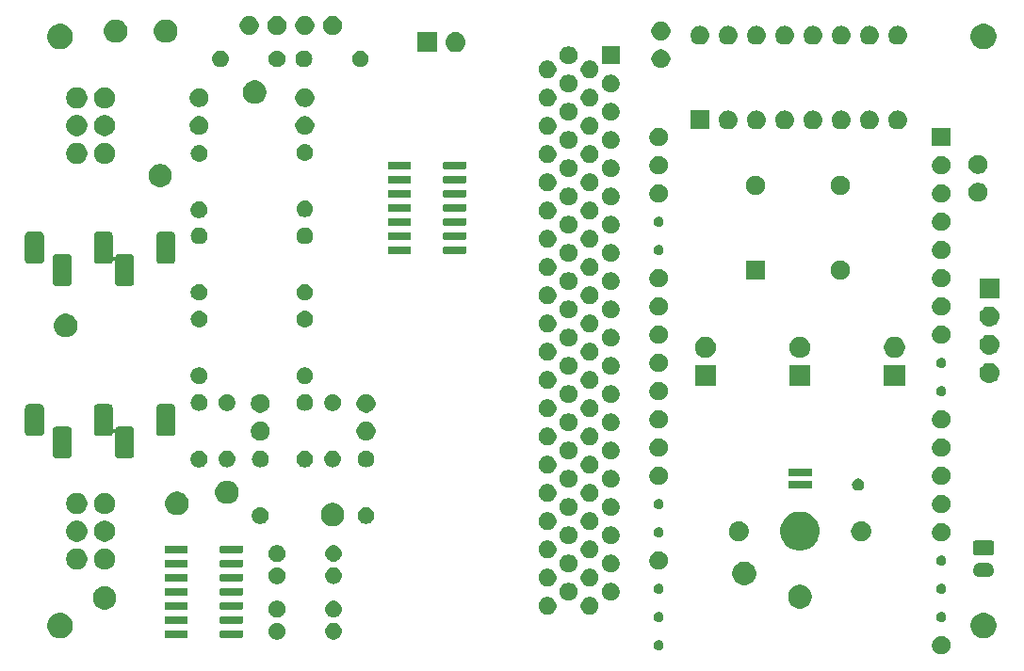
<source format=gbs>
G04 #@! TF.GenerationSoftware,KiCad,Pcbnew,(5.1.2)-1*
G04 #@! TF.CreationDate,2019-07-19T10:40:58+09:00*
G04 #@! TF.ProjectId,Chip_da_Tunetaro,43686970-5f64-4615-9f54-756e65746172,rev?*
G04 #@! TF.SameCoordinates,Original*
G04 #@! TF.FileFunction,Soldermask,Bot*
G04 #@! TF.FilePolarity,Negative*
%FSLAX46Y46*%
G04 Gerber Fmt 4.6, Leading zero omitted, Abs format (unit mm)*
G04 Created by KiCad (PCBNEW (5.1.2)-1) date 2019-07-19 10:40:58*
%MOMM*%
%LPD*%
G04 APERTURE LIST*
%ADD10C,0.100000*%
G04 APERTURE END LIST*
D10*
G36*
X172942394Y-127460934D02*
G01*
X173084998Y-127520003D01*
X173093626Y-127523577D01*
X173229732Y-127614520D01*
X173345480Y-127730268D01*
X173432383Y-127860328D01*
X173436424Y-127866376D01*
X173499066Y-128017606D01*
X173531000Y-128178152D01*
X173531000Y-128341848D01*
X173499066Y-128502394D01*
X173454363Y-128610315D01*
X173436423Y-128653626D01*
X173345480Y-128789732D01*
X173229732Y-128905480D01*
X173093626Y-128996423D01*
X173093625Y-128996424D01*
X173093624Y-128996424D01*
X172942394Y-129059066D01*
X172781848Y-129091000D01*
X172618152Y-129091000D01*
X172457606Y-129059066D01*
X172306376Y-128996424D01*
X172306375Y-128996424D01*
X172306374Y-128996423D01*
X172170268Y-128905480D01*
X172054520Y-128789732D01*
X171963577Y-128653626D01*
X171945637Y-128610315D01*
X171900934Y-128502394D01*
X171869000Y-128341848D01*
X171869000Y-128178152D01*
X171900934Y-128017606D01*
X171963576Y-127866376D01*
X171967617Y-127860328D01*
X172054520Y-127730268D01*
X172170268Y-127614520D01*
X172306374Y-127523577D01*
X172315002Y-127520003D01*
X172457606Y-127460934D01*
X172618152Y-127429000D01*
X172781848Y-127429000D01*
X172942394Y-127460934D01*
X172942394Y-127460934D01*
G37*
G36*
X147431552Y-127826331D02*
G01*
X147513627Y-127860328D01*
X147513629Y-127860329D01*
X147550813Y-127885175D01*
X147587495Y-127909685D01*
X147650315Y-127972505D01*
X147699672Y-128046373D01*
X147733669Y-128128448D01*
X147751000Y-128215579D01*
X147751000Y-128304421D01*
X147733669Y-128391552D01*
X147699672Y-128473627D01*
X147699671Y-128473629D01*
X147650314Y-128547496D01*
X147587496Y-128610314D01*
X147513629Y-128659671D01*
X147513628Y-128659672D01*
X147513627Y-128659672D01*
X147431552Y-128693669D01*
X147344421Y-128711000D01*
X147255579Y-128711000D01*
X147168448Y-128693669D01*
X147086373Y-128659672D01*
X147086372Y-128659672D01*
X147086371Y-128659671D01*
X147012504Y-128610314D01*
X146949686Y-128547496D01*
X146900329Y-128473629D01*
X146900328Y-128473627D01*
X146866331Y-128391552D01*
X146849000Y-128304421D01*
X146849000Y-128215579D01*
X146866331Y-128128448D01*
X146900328Y-128046373D01*
X146949685Y-127972505D01*
X147012505Y-127909685D01*
X147049187Y-127885175D01*
X147086371Y-127860329D01*
X147086373Y-127860328D01*
X147168448Y-127826331D01*
X147255579Y-127809000D01*
X147344421Y-127809000D01*
X147431552Y-127826331D01*
X147431552Y-127826331D01*
G37*
G36*
X113219059Y-126277860D02*
G01*
X113324756Y-126321641D01*
X113355732Y-126334472D01*
X113478735Y-126416660D01*
X113583340Y-126521265D01*
X113644879Y-126613365D01*
X113665529Y-126644270D01*
X113722140Y-126780941D01*
X113751000Y-126926032D01*
X113751000Y-127073968D01*
X113736429Y-127147220D01*
X113722140Y-127219059D01*
X113665528Y-127355732D01*
X113583340Y-127478735D01*
X113478735Y-127583340D01*
X113355732Y-127665528D01*
X113355731Y-127665529D01*
X113355730Y-127665529D01*
X113219059Y-127722140D01*
X113073968Y-127751000D01*
X112926032Y-127751000D01*
X112780941Y-127722140D01*
X112644270Y-127665529D01*
X112644269Y-127665529D01*
X112644268Y-127665528D01*
X112521265Y-127583340D01*
X112416660Y-127478735D01*
X112334472Y-127355732D01*
X112277860Y-127219059D01*
X112263571Y-127147220D01*
X112249000Y-127073968D01*
X112249000Y-126926032D01*
X112277860Y-126780941D01*
X112334471Y-126644270D01*
X112355121Y-126613365D01*
X112416660Y-126521265D01*
X112521265Y-126416660D01*
X112644268Y-126334472D01*
X112675245Y-126321641D01*
X112780941Y-126277860D01*
X112926032Y-126249000D01*
X113073968Y-126249000D01*
X113219059Y-126277860D01*
X113219059Y-126277860D01*
G37*
G36*
X118153665Y-126252622D02*
G01*
X118227222Y-126259867D01*
X118368786Y-126302810D01*
X118499252Y-126372546D01*
X118529040Y-126396992D01*
X118613607Y-126466393D01*
X118683008Y-126550960D01*
X118707454Y-126580748D01*
X118777190Y-126711214D01*
X118820133Y-126852778D01*
X118834633Y-127000000D01*
X118820133Y-127147222D01*
X118777190Y-127288786D01*
X118707454Y-127419252D01*
X118683008Y-127449040D01*
X118613607Y-127533607D01*
X118537774Y-127595840D01*
X118499252Y-127627454D01*
X118368786Y-127697190D01*
X118227222Y-127740133D01*
X118153665Y-127747378D01*
X118116888Y-127751000D01*
X118043112Y-127751000D01*
X118006335Y-127747378D01*
X117932778Y-127740133D01*
X117791214Y-127697190D01*
X117660748Y-127627454D01*
X117622226Y-127595840D01*
X117546393Y-127533607D01*
X117476992Y-127449040D01*
X117452546Y-127419252D01*
X117382810Y-127288786D01*
X117339867Y-127147222D01*
X117325367Y-127000000D01*
X117339867Y-126852778D01*
X117382810Y-126711214D01*
X117452546Y-126580748D01*
X117476992Y-126550960D01*
X117546393Y-126466393D01*
X117630960Y-126396992D01*
X117660748Y-126372546D01*
X117791214Y-126302810D01*
X117932778Y-126259867D01*
X118006335Y-126252622D01*
X118043112Y-126249000D01*
X118116888Y-126249000D01*
X118153665Y-126252622D01*
X118153665Y-126252622D01*
G37*
G36*
X176717355Y-125369685D02*
G01*
X176835734Y-125393232D01*
X176909623Y-125423838D01*
X177042157Y-125478735D01*
X177045203Y-125479997D01*
X177233720Y-125605960D01*
X177394040Y-125766280D01*
X177520003Y-125954797D01*
X177604794Y-126159500D01*
X177606768Y-126164267D01*
X177651000Y-126386635D01*
X177651000Y-126613365D01*
X177628884Y-126724549D01*
X177606768Y-126835734D01*
X177520003Y-127045203D01*
X177394040Y-127233720D01*
X177233720Y-127394040D01*
X177045203Y-127520003D01*
X177045202Y-127520004D01*
X177045201Y-127520004D01*
X176983850Y-127545416D01*
X176835734Y-127606768D01*
X176731738Y-127627454D01*
X176613365Y-127651000D01*
X176386635Y-127651000D01*
X176268262Y-127627454D01*
X176164266Y-127606768D01*
X176016150Y-127545416D01*
X175954799Y-127520004D01*
X175954798Y-127520004D01*
X175954797Y-127520003D01*
X175766280Y-127394040D01*
X175605960Y-127233720D01*
X175479997Y-127045203D01*
X175393232Y-126835734D01*
X175371116Y-126724549D01*
X175349000Y-126613365D01*
X175349000Y-126386635D01*
X175393232Y-126164267D01*
X175395207Y-126159500D01*
X175479997Y-125954797D01*
X175605960Y-125766280D01*
X175766280Y-125605960D01*
X175954797Y-125479997D01*
X175957844Y-125478735D01*
X176090377Y-125423838D01*
X176164266Y-125393232D01*
X176282645Y-125369685D01*
X176386635Y-125349000D01*
X176613365Y-125349000D01*
X176717355Y-125369685D01*
X176717355Y-125369685D01*
G37*
G36*
X93717355Y-125369685D02*
G01*
X93835734Y-125393232D01*
X93909623Y-125423838D01*
X94042157Y-125478735D01*
X94045203Y-125479997D01*
X94233720Y-125605960D01*
X94394040Y-125766280D01*
X94520003Y-125954797D01*
X94604794Y-126159500D01*
X94606768Y-126164267D01*
X94651000Y-126386635D01*
X94651000Y-126613365D01*
X94628884Y-126724549D01*
X94606768Y-126835734D01*
X94520003Y-127045203D01*
X94394040Y-127233720D01*
X94233720Y-127394040D01*
X94045203Y-127520003D01*
X94045202Y-127520004D01*
X94045201Y-127520004D01*
X93983850Y-127545416D01*
X93835734Y-127606768D01*
X93731738Y-127627454D01*
X93613365Y-127651000D01*
X93386635Y-127651000D01*
X93268262Y-127627454D01*
X93164266Y-127606768D01*
X93016150Y-127545416D01*
X92954799Y-127520004D01*
X92954798Y-127520004D01*
X92954797Y-127520003D01*
X92766280Y-127394040D01*
X92605960Y-127233720D01*
X92479997Y-127045203D01*
X92393232Y-126835734D01*
X92371116Y-126724549D01*
X92349000Y-126613365D01*
X92349000Y-126386635D01*
X92393232Y-126164267D01*
X92395207Y-126159500D01*
X92479997Y-125954797D01*
X92605960Y-125766280D01*
X92766280Y-125605960D01*
X92954797Y-125479997D01*
X92957844Y-125478735D01*
X93090377Y-125423838D01*
X93164266Y-125393232D01*
X93282645Y-125369685D01*
X93386635Y-125349000D01*
X93613365Y-125349000D01*
X93717355Y-125369685D01*
X93717355Y-125369685D01*
G37*
G36*
X109835928Y-126905764D02*
G01*
X109857009Y-126912160D01*
X109876445Y-126922548D01*
X109893476Y-126936524D01*
X109907452Y-126953555D01*
X109917840Y-126972991D01*
X109924236Y-126994072D01*
X109927000Y-127022140D01*
X109927000Y-127485860D01*
X109924236Y-127513928D01*
X109917840Y-127535009D01*
X109907452Y-127554445D01*
X109893476Y-127571476D01*
X109876445Y-127585452D01*
X109857009Y-127595840D01*
X109835928Y-127602236D01*
X109807860Y-127605000D01*
X107994140Y-127605000D01*
X107966072Y-127602236D01*
X107944991Y-127595840D01*
X107925555Y-127585452D01*
X107908524Y-127571476D01*
X107894548Y-127554445D01*
X107884160Y-127535009D01*
X107877764Y-127513928D01*
X107875000Y-127485860D01*
X107875000Y-127022140D01*
X107877764Y-126994072D01*
X107884160Y-126972991D01*
X107894548Y-126953555D01*
X107908524Y-126936524D01*
X107925555Y-126922548D01*
X107944991Y-126912160D01*
X107966072Y-126905764D01*
X107994140Y-126903000D01*
X109807860Y-126903000D01*
X109835928Y-126905764D01*
X109835928Y-126905764D01*
G37*
G36*
X104885928Y-126905764D02*
G01*
X104907009Y-126912160D01*
X104926445Y-126922548D01*
X104943476Y-126936524D01*
X104957452Y-126953555D01*
X104967840Y-126972991D01*
X104974236Y-126994072D01*
X104977000Y-127022140D01*
X104977000Y-127485860D01*
X104974236Y-127513928D01*
X104967840Y-127535009D01*
X104957452Y-127554445D01*
X104943476Y-127571476D01*
X104926445Y-127585452D01*
X104907009Y-127595840D01*
X104885928Y-127602236D01*
X104857860Y-127605000D01*
X103044140Y-127605000D01*
X103016072Y-127602236D01*
X102994991Y-127595840D01*
X102975555Y-127585452D01*
X102958524Y-127571476D01*
X102944548Y-127554445D01*
X102934160Y-127535009D01*
X102927764Y-127513928D01*
X102925000Y-127485860D01*
X102925000Y-127022140D01*
X102927764Y-126994072D01*
X102934160Y-126972991D01*
X102944548Y-126953555D01*
X102958524Y-126936524D01*
X102975555Y-126922548D01*
X102994991Y-126912160D01*
X103016072Y-126905764D01*
X103044140Y-126903000D01*
X104857860Y-126903000D01*
X104885928Y-126905764D01*
X104885928Y-126905764D01*
G37*
G36*
X104885928Y-125635764D02*
G01*
X104907009Y-125642160D01*
X104926445Y-125652548D01*
X104943476Y-125666524D01*
X104957452Y-125683555D01*
X104967840Y-125702991D01*
X104974236Y-125724072D01*
X104977000Y-125752140D01*
X104977000Y-126215860D01*
X104974236Y-126243928D01*
X104967840Y-126265009D01*
X104957452Y-126284445D01*
X104943476Y-126301476D01*
X104926445Y-126315452D01*
X104907009Y-126325840D01*
X104885928Y-126332236D01*
X104857860Y-126335000D01*
X103044140Y-126335000D01*
X103016072Y-126332236D01*
X102994991Y-126325840D01*
X102975555Y-126315452D01*
X102958524Y-126301476D01*
X102944548Y-126284445D01*
X102934160Y-126265009D01*
X102927764Y-126243928D01*
X102925000Y-126215860D01*
X102925000Y-125752140D01*
X102927764Y-125724072D01*
X102934160Y-125702991D01*
X102944548Y-125683555D01*
X102958524Y-125666524D01*
X102975555Y-125652548D01*
X102994991Y-125642160D01*
X103016072Y-125635764D01*
X103044140Y-125633000D01*
X104857860Y-125633000D01*
X104885928Y-125635764D01*
X104885928Y-125635764D01*
G37*
G36*
X109835928Y-125635764D02*
G01*
X109857009Y-125642160D01*
X109876445Y-125652548D01*
X109893476Y-125666524D01*
X109907452Y-125683555D01*
X109917840Y-125702991D01*
X109924236Y-125724072D01*
X109927000Y-125752140D01*
X109927000Y-126215860D01*
X109924236Y-126243928D01*
X109917840Y-126265009D01*
X109907452Y-126284445D01*
X109893476Y-126301476D01*
X109876445Y-126315452D01*
X109857009Y-126325840D01*
X109835928Y-126332236D01*
X109807860Y-126335000D01*
X107994140Y-126335000D01*
X107966072Y-126332236D01*
X107944991Y-126325840D01*
X107925555Y-126315452D01*
X107908524Y-126301476D01*
X107894548Y-126284445D01*
X107884160Y-126265009D01*
X107877764Y-126243928D01*
X107875000Y-126215860D01*
X107875000Y-125752140D01*
X107877764Y-125724072D01*
X107884160Y-125702991D01*
X107894548Y-125683555D01*
X107908524Y-125666524D01*
X107925555Y-125652548D01*
X107944991Y-125642160D01*
X107966072Y-125635764D01*
X107994140Y-125633000D01*
X109807860Y-125633000D01*
X109835928Y-125635764D01*
X109835928Y-125635764D01*
G37*
G36*
X147431552Y-125286331D02*
G01*
X147513627Y-125320328D01*
X147513629Y-125320329D01*
X147587496Y-125369686D01*
X147650314Y-125432504D01*
X147682048Y-125479996D01*
X147699672Y-125506373D01*
X147733669Y-125588448D01*
X147751000Y-125675579D01*
X147751000Y-125764421D01*
X147733669Y-125851552D01*
X147699672Y-125933627D01*
X147699671Y-125933629D01*
X147650314Y-126007496D01*
X147587496Y-126070314D01*
X147513629Y-126119671D01*
X147513628Y-126119672D01*
X147513627Y-126119672D01*
X147431552Y-126153669D01*
X147344421Y-126171000D01*
X147255579Y-126171000D01*
X147168448Y-126153669D01*
X147086373Y-126119672D01*
X147086372Y-126119672D01*
X147086371Y-126119671D01*
X147012504Y-126070314D01*
X146949686Y-126007496D01*
X146900329Y-125933629D01*
X146900328Y-125933627D01*
X146866331Y-125851552D01*
X146849000Y-125764421D01*
X146849000Y-125675579D01*
X146866331Y-125588448D01*
X146900328Y-125506373D01*
X146917953Y-125479996D01*
X146949686Y-125432504D01*
X147012504Y-125369686D01*
X147086371Y-125320329D01*
X147086373Y-125320328D01*
X147168448Y-125286331D01*
X147255579Y-125269000D01*
X147344421Y-125269000D01*
X147431552Y-125286331D01*
X147431552Y-125286331D01*
G37*
G36*
X172831552Y-125286331D02*
G01*
X172913627Y-125320328D01*
X172913629Y-125320329D01*
X172987496Y-125369686D01*
X173050314Y-125432504D01*
X173082048Y-125479996D01*
X173099672Y-125506373D01*
X173133669Y-125588448D01*
X173151000Y-125675579D01*
X173151000Y-125764421D01*
X173133669Y-125851552D01*
X173099672Y-125933627D01*
X173099671Y-125933629D01*
X173050314Y-126007496D01*
X172987496Y-126070314D01*
X172913629Y-126119671D01*
X172913628Y-126119672D01*
X172913627Y-126119672D01*
X172831552Y-126153669D01*
X172744421Y-126171000D01*
X172655579Y-126171000D01*
X172568448Y-126153669D01*
X172486373Y-126119672D01*
X172486372Y-126119672D01*
X172486371Y-126119671D01*
X172412504Y-126070314D01*
X172349686Y-126007496D01*
X172300329Y-125933629D01*
X172300328Y-125933627D01*
X172266331Y-125851552D01*
X172249000Y-125764421D01*
X172249000Y-125675579D01*
X172266331Y-125588448D01*
X172300328Y-125506373D01*
X172317953Y-125479996D01*
X172349686Y-125432504D01*
X172412504Y-125369686D01*
X172486371Y-125320329D01*
X172486373Y-125320328D01*
X172568448Y-125286331D01*
X172655579Y-125269000D01*
X172744421Y-125269000D01*
X172831552Y-125286331D01*
X172831552Y-125286331D01*
G37*
G36*
X113219059Y-124277860D02*
G01*
X113288357Y-124306564D01*
X113355732Y-124334472D01*
X113478735Y-124416660D01*
X113583340Y-124521265D01*
X113659407Y-124635108D01*
X113665529Y-124644270D01*
X113722140Y-124780941D01*
X113751000Y-124926032D01*
X113751000Y-125073968D01*
X113722140Y-125219059D01*
X113668317Y-125349000D01*
X113665528Y-125355732D01*
X113583340Y-125478735D01*
X113478735Y-125583340D01*
X113355732Y-125665528D01*
X113355731Y-125665529D01*
X113355730Y-125665529D01*
X113219059Y-125722140D01*
X113073968Y-125751000D01*
X112926032Y-125751000D01*
X112780941Y-125722140D01*
X112644270Y-125665529D01*
X112644269Y-125665529D01*
X112644268Y-125665528D01*
X112521265Y-125583340D01*
X112416660Y-125478735D01*
X112334472Y-125355732D01*
X112331684Y-125349000D01*
X112277860Y-125219059D01*
X112249000Y-125073968D01*
X112249000Y-124926032D01*
X112277860Y-124780941D01*
X112334471Y-124644270D01*
X112340593Y-124635108D01*
X112416660Y-124521265D01*
X112521265Y-124416660D01*
X112644268Y-124334472D01*
X112711644Y-124306564D01*
X112780941Y-124277860D01*
X112926032Y-124249000D01*
X113073968Y-124249000D01*
X113219059Y-124277860D01*
X113219059Y-124277860D01*
G37*
G36*
X118153665Y-124252622D02*
G01*
X118227222Y-124259867D01*
X118368786Y-124302810D01*
X118499252Y-124372546D01*
X118511439Y-124382548D01*
X118613607Y-124466393D01*
X118672782Y-124538500D01*
X118707454Y-124580748D01*
X118777190Y-124711214D01*
X118820133Y-124852778D01*
X118834633Y-125000000D01*
X118820133Y-125147222D01*
X118777190Y-125288786D01*
X118707454Y-125419252D01*
X118683008Y-125449040D01*
X118613607Y-125533607D01*
X118553004Y-125583341D01*
X118499252Y-125627454D01*
X118368786Y-125697190D01*
X118227222Y-125740133D01*
X118153665Y-125747378D01*
X118116888Y-125751000D01*
X118043112Y-125751000D01*
X118006335Y-125747378D01*
X117932778Y-125740133D01*
X117791214Y-125697190D01*
X117660748Y-125627454D01*
X117606996Y-125583341D01*
X117546393Y-125533607D01*
X117476992Y-125449040D01*
X117452546Y-125419252D01*
X117382810Y-125288786D01*
X117339867Y-125147222D01*
X117325367Y-125000000D01*
X117339867Y-124852778D01*
X117382810Y-124711214D01*
X117452546Y-124580748D01*
X117487218Y-124538500D01*
X117546393Y-124466393D01*
X117648561Y-124382548D01*
X117660748Y-124372546D01*
X117791214Y-124302810D01*
X117932778Y-124259867D01*
X118006335Y-124252622D01*
X118043112Y-124249000D01*
X118116888Y-124249000D01*
X118153665Y-124252622D01*
X118153665Y-124252622D01*
G37*
G36*
X137535642Y-123943781D02*
G01*
X137681414Y-124004162D01*
X137681416Y-124004163D01*
X137812608Y-124091822D01*
X137924178Y-124203392D01*
X137993115Y-124306565D01*
X138011838Y-124334586D01*
X138072219Y-124480358D01*
X138103000Y-124635107D01*
X138103000Y-124792893D01*
X138072219Y-124947642D01*
X138019893Y-125073967D01*
X138011837Y-125093416D01*
X137924178Y-125224608D01*
X137812608Y-125336178D01*
X137681416Y-125423837D01*
X137681415Y-125423838D01*
X137681414Y-125423838D01*
X137535642Y-125484219D01*
X137380893Y-125515000D01*
X137223107Y-125515000D01*
X137068358Y-125484219D01*
X136922586Y-125423838D01*
X136922585Y-125423838D01*
X136922584Y-125423837D01*
X136791392Y-125336178D01*
X136679822Y-125224608D01*
X136592163Y-125093416D01*
X136584107Y-125073967D01*
X136531781Y-124947642D01*
X136501000Y-124792893D01*
X136501000Y-124635107D01*
X136531781Y-124480358D01*
X136592162Y-124334586D01*
X136610885Y-124306565D01*
X136679822Y-124203392D01*
X136791392Y-124091822D01*
X136922584Y-124004163D01*
X136922586Y-124004162D01*
X137068358Y-123943781D01*
X137223107Y-123913000D01*
X137380893Y-123913000D01*
X137535642Y-123943781D01*
X137535642Y-123943781D01*
G37*
G36*
X141335642Y-123943781D02*
G01*
X141481414Y-124004162D01*
X141481416Y-124004163D01*
X141612608Y-124091822D01*
X141724178Y-124203392D01*
X141793115Y-124306565D01*
X141811838Y-124334586D01*
X141872219Y-124480358D01*
X141903000Y-124635107D01*
X141903000Y-124792893D01*
X141872219Y-124947642D01*
X141819893Y-125073967D01*
X141811837Y-125093416D01*
X141724178Y-125224608D01*
X141612608Y-125336178D01*
X141481416Y-125423837D01*
X141481415Y-125423838D01*
X141481414Y-125423838D01*
X141335642Y-125484219D01*
X141180893Y-125515000D01*
X141023107Y-125515000D01*
X140868358Y-125484219D01*
X140722586Y-125423838D01*
X140722585Y-125423838D01*
X140722584Y-125423837D01*
X140591392Y-125336178D01*
X140479822Y-125224608D01*
X140392163Y-125093416D01*
X140384107Y-125073967D01*
X140331781Y-124947642D01*
X140301000Y-124792893D01*
X140301000Y-124635107D01*
X140331781Y-124480358D01*
X140392162Y-124334586D01*
X140410885Y-124306565D01*
X140479822Y-124203392D01*
X140591392Y-124091822D01*
X140722584Y-124004163D01*
X140722586Y-124004162D01*
X140868358Y-123943781D01*
X141023107Y-123913000D01*
X141180893Y-123913000D01*
X141335642Y-123943781D01*
X141335642Y-123943781D01*
G37*
G36*
X104885928Y-124365764D02*
G01*
X104907009Y-124372160D01*
X104926445Y-124382548D01*
X104943476Y-124396524D01*
X104957452Y-124413555D01*
X104967840Y-124432991D01*
X104974236Y-124454072D01*
X104977000Y-124482140D01*
X104977000Y-124945860D01*
X104974236Y-124973928D01*
X104967840Y-124995009D01*
X104957452Y-125014445D01*
X104943476Y-125031476D01*
X104926445Y-125045452D01*
X104907009Y-125055840D01*
X104885928Y-125062236D01*
X104857860Y-125065000D01*
X103044140Y-125065000D01*
X103016072Y-125062236D01*
X102994991Y-125055840D01*
X102975555Y-125045452D01*
X102958524Y-125031476D01*
X102944548Y-125014445D01*
X102934160Y-124995009D01*
X102927764Y-124973928D01*
X102925000Y-124945860D01*
X102925000Y-124482140D01*
X102927764Y-124454072D01*
X102934160Y-124432991D01*
X102944548Y-124413555D01*
X102958524Y-124396524D01*
X102975555Y-124382548D01*
X102994991Y-124372160D01*
X103016072Y-124365764D01*
X103044140Y-124363000D01*
X104857860Y-124363000D01*
X104885928Y-124365764D01*
X104885928Y-124365764D01*
G37*
G36*
X109835928Y-124365764D02*
G01*
X109857009Y-124372160D01*
X109876445Y-124382548D01*
X109893476Y-124396524D01*
X109907452Y-124413555D01*
X109917840Y-124432991D01*
X109924236Y-124454072D01*
X109927000Y-124482140D01*
X109927000Y-124945860D01*
X109924236Y-124973928D01*
X109917840Y-124995009D01*
X109907452Y-125014445D01*
X109893476Y-125031476D01*
X109876445Y-125045452D01*
X109857009Y-125055840D01*
X109835928Y-125062236D01*
X109807860Y-125065000D01*
X107994140Y-125065000D01*
X107966072Y-125062236D01*
X107944991Y-125055840D01*
X107925555Y-125045452D01*
X107908524Y-125031476D01*
X107894548Y-125014445D01*
X107884160Y-124995009D01*
X107877764Y-124973928D01*
X107875000Y-124945860D01*
X107875000Y-124482140D01*
X107877764Y-124454072D01*
X107884160Y-124432991D01*
X107894548Y-124413555D01*
X107908524Y-124396524D01*
X107925555Y-124382548D01*
X107944991Y-124372160D01*
X107966072Y-124365764D01*
X107994140Y-124363000D01*
X109807860Y-124363000D01*
X109835928Y-124365764D01*
X109835928Y-124365764D01*
G37*
G36*
X97806564Y-122989389D02*
G01*
X97949145Y-123048448D01*
X97997835Y-123068616D01*
X98169973Y-123183635D01*
X98316365Y-123330027D01*
X98358863Y-123393629D01*
X98431385Y-123502167D01*
X98510611Y-123693436D01*
X98551000Y-123896484D01*
X98551000Y-124103516D01*
X98510611Y-124306564D01*
X98465008Y-124416659D01*
X98431384Y-124497835D01*
X98316365Y-124669973D01*
X98169973Y-124816365D01*
X97997835Y-124931384D01*
X97997834Y-124931385D01*
X97997833Y-124931385D01*
X97806564Y-125010611D01*
X97603516Y-125051000D01*
X97396484Y-125051000D01*
X97193436Y-125010611D01*
X97002167Y-124931385D01*
X97002166Y-124931385D01*
X97002165Y-124931384D01*
X96830027Y-124816365D01*
X96683635Y-124669973D01*
X96568616Y-124497835D01*
X96534992Y-124416659D01*
X96489389Y-124306564D01*
X96449000Y-124103516D01*
X96449000Y-123896484D01*
X96489389Y-123693436D01*
X96568615Y-123502167D01*
X96641138Y-123393629D01*
X96683635Y-123330027D01*
X96830027Y-123183635D01*
X97002165Y-123068616D01*
X97050855Y-123048448D01*
X97193436Y-122989389D01*
X97396484Y-122949000D01*
X97603516Y-122949000D01*
X97806564Y-122989389D01*
X97806564Y-122989389D01*
G37*
G36*
X160311231Y-122874003D02*
G01*
X160480746Y-122944219D01*
X160505414Y-122954437D01*
X160680173Y-123071207D01*
X160828793Y-123219827D01*
X160945563Y-123394586D01*
X160945564Y-123394588D01*
X161025997Y-123588769D01*
X161067000Y-123794908D01*
X161067000Y-124005092D01*
X161025997Y-124211231D01*
X160945564Y-124405412D01*
X160945563Y-124405414D01*
X160828793Y-124580173D01*
X160680173Y-124728793D01*
X160505414Y-124845563D01*
X160505413Y-124845564D01*
X160505412Y-124845564D01*
X160311231Y-124925997D01*
X160105092Y-124967000D01*
X159894908Y-124967000D01*
X159688769Y-124925997D01*
X159494588Y-124845564D01*
X159494587Y-124845564D01*
X159494586Y-124845563D01*
X159319827Y-124728793D01*
X159171207Y-124580173D01*
X159054437Y-124405414D01*
X159054436Y-124405412D01*
X158974003Y-124211231D01*
X158933000Y-124005092D01*
X158933000Y-123794908D01*
X158974003Y-123588769D01*
X159054436Y-123394588D01*
X159054437Y-123394586D01*
X159171207Y-123219827D01*
X159319827Y-123071207D01*
X159494586Y-122954437D01*
X159519254Y-122944219D01*
X159688769Y-122874003D01*
X159894908Y-122833000D01*
X160105092Y-122833000D01*
X160311231Y-122874003D01*
X160311231Y-122874003D01*
G37*
G36*
X143235642Y-122673781D02*
G01*
X143381414Y-122734162D01*
X143381416Y-122734163D01*
X143512608Y-122821822D01*
X143624178Y-122933392D01*
X143661594Y-122989390D01*
X143711838Y-123064586D01*
X143772219Y-123210358D01*
X143803000Y-123365107D01*
X143803000Y-123522893D01*
X143772219Y-123677642D01*
X143711838Y-123823414D01*
X143711837Y-123823416D01*
X143624178Y-123954608D01*
X143512608Y-124066178D01*
X143381416Y-124153837D01*
X143381415Y-124153838D01*
X143381414Y-124153838D01*
X143235642Y-124214219D01*
X143080893Y-124245000D01*
X142923107Y-124245000D01*
X142768358Y-124214219D01*
X142622586Y-124153838D01*
X142622585Y-124153838D01*
X142622584Y-124153837D01*
X142491392Y-124066178D01*
X142379822Y-123954608D01*
X142292163Y-123823416D01*
X142292162Y-123823414D01*
X142231781Y-123677642D01*
X142201000Y-123522893D01*
X142201000Y-123365107D01*
X142231781Y-123210358D01*
X142292162Y-123064586D01*
X142342406Y-122989390D01*
X142379822Y-122933392D01*
X142491392Y-122821822D01*
X142622584Y-122734163D01*
X142622586Y-122734162D01*
X142768358Y-122673781D01*
X142923107Y-122643000D01*
X143080893Y-122643000D01*
X143235642Y-122673781D01*
X143235642Y-122673781D01*
G37*
G36*
X139435642Y-122673781D02*
G01*
X139581414Y-122734162D01*
X139581416Y-122734163D01*
X139712608Y-122821822D01*
X139824178Y-122933392D01*
X139861594Y-122989390D01*
X139911838Y-123064586D01*
X139972219Y-123210358D01*
X140003000Y-123365107D01*
X140003000Y-123522893D01*
X139972219Y-123677642D01*
X139911838Y-123823414D01*
X139911837Y-123823416D01*
X139824178Y-123954608D01*
X139712608Y-124066178D01*
X139581416Y-124153837D01*
X139581415Y-124153838D01*
X139581414Y-124153838D01*
X139435642Y-124214219D01*
X139280893Y-124245000D01*
X139123107Y-124245000D01*
X138968358Y-124214219D01*
X138822586Y-124153838D01*
X138822585Y-124153838D01*
X138822584Y-124153837D01*
X138691392Y-124066178D01*
X138579822Y-123954608D01*
X138492163Y-123823416D01*
X138492162Y-123823414D01*
X138431781Y-123677642D01*
X138401000Y-123522893D01*
X138401000Y-123365107D01*
X138431781Y-123210358D01*
X138492162Y-123064586D01*
X138542406Y-122989390D01*
X138579822Y-122933392D01*
X138691392Y-122821822D01*
X138822584Y-122734163D01*
X138822586Y-122734162D01*
X138968358Y-122673781D01*
X139123107Y-122643000D01*
X139280893Y-122643000D01*
X139435642Y-122673781D01*
X139435642Y-122673781D01*
G37*
G36*
X109835928Y-123095764D02*
G01*
X109857009Y-123102160D01*
X109876445Y-123112548D01*
X109893476Y-123126524D01*
X109907452Y-123143555D01*
X109917840Y-123162991D01*
X109924236Y-123184072D01*
X109927000Y-123212140D01*
X109927000Y-123675860D01*
X109924236Y-123703928D01*
X109917840Y-123725009D01*
X109907452Y-123744445D01*
X109893476Y-123761476D01*
X109876445Y-123775452D01*
X109857009Y-123785840D01*
X109835928Y-123792236D01*
X109807860Y-123795000D01*
X107994140Y-123795000D01*
X107966072Y-123792236D01*
X107944991Y-123785840D01*
X107925555Y-123775452D01*
X107908524Y-123761476D01*
X107894548Y-123744445D01*
X107884160Y-123725009D01*
X107877764Y-123703928D01*
X107875000Y-123675860D01*
X107875000Y-123212140D01*
X107877764Y-123184072D01*
X107884160Y-123162991D01*
X107894548Y-123143555D01*
X107908524Y-123126524D01*
X107925555Y-123112548D01*
X107944991Y-123102160D01*
X107966072Y-123095764D01*
X107994140Y-123093000D01*
X109807860Y-123093000D01*
X109835928Y-123095764D01*
X109835928Y-123095764D01*
G37*
G36*
X104885928Y-123095764D02*
G01*
X104907009Y-123102160D01*
X104926445Y-123112548D01*
X104943476Y-123126524D01*
X104957452Y-123143555D01*
X104967840Y-123162991D01*
X104974236Y-123184072D01*
X104977000Y-123212140D01*
X104977000Y-123675860D01*
X104974236Y-123703928D01*
X104967840Y-123725009D01*
X104957452Y-123744445D01*
X104943476Y-123761476D01*
X104926445Y-123775452D01*
X104907009Y-123785840D01*
X104885928Y-123792236D01*
X104857860Y-123795000D01*
X103044140Y-123795000D01*
X103016072Y-123792236D01*
X102994991Y-123785840D01*
X102975555Y-123775452D01*
X102958524Y-123761476D01*
X102944548Y-123744445D01*
X102934160Y-123725009D01*
X102927764Y-123703928D01*
X102925000Y-123675860D01*
X102925000Y-123212140D01*
X102927764Y-123184072D01*
X102934160Y-123162991D01*
X102944548Y-123143555D01*
X102958524Y-123126524D01*
X102975555Y-123112548D01*
X102994991Y-123102160D01*
X103016072Y-123095764D01*
X103044140Y-123093000D01*
X104857860Y-123093000D01*
X104885928Y-123095764D01*
X104885928Y-123095764D01*
G37*
G36*
X147431552Y-122746331D02*
G01*
X147513627Y-122780328D01*
X147513629Y-122780329D01*
X147537348Y-122796178D01*
X147581976Y-122825997D01*
X147587496Y-122829686D01*
X147650314Y-122892504D01*
X147677636Y-122933393D01*
X147699672Y-122966373D01*
X147733669Y-123048448D01*
X147751000Y-123135579D01*
X147751000Y-123224421D01*
X147733669Y-123311552D01*
X147711485Y-123365108D01*
X147699671Y-123393629D01*
X147650314Y-123467496D01*
X147587496Y-123530314D01*
X147513629Y-123579671D01*
X147513628Y-123579672D01*
X147513627Y-123579672D01*
X147431552Y-123613669D01*
X147344421Y-123631000D01*
X147255579Y-123631000D01*
X147168448Y-123613669D01*
X147086373Y-123579672D01*
X147086372Y-123579672D01*
X147086371Y-123579671D01*
X147012504Y-123530314D01*
X146949686Y-123467496D01*
X146900329Y-123393629D01*
X146888515Y-123365108D01*
X146866331Y-123311552D01*
X146849000Y-123224421D01*
X146849000Y-123135579D01*
X146866331Y-123048448D01*
X146900328Y-122966373D01*
X146922365Y-122933393D01*
X146949686Y-122892504D01*
X147012504Y-122829686D01*
X147018025Y-122825997D01*
X147062652Y-122796178D01*
X147086371Y-122780329D01*
X147086373Y-122780328D01*
X147168448Y-122746331D01*
X147255579Y-122729000D01*
X147344421Y-122729000D01*
X147431552Y-122746331D01*
X147431552Y-122746331D01*
G37*
G36*
X172831552Y-122746331D02*
G01*
X172913627Y-122780328D01*
X172913629Y-122780329D01*
X172937348Y-122796178D01*
X172981976Y-122825997D01*
X172987496Y-122829686D01*
X173050314Y-122892504D01*
X173077636Y-122933393D01*
X173099672Y-122966373D01*
X173133669Y-123048448D01*
X173151000Y-123135579D01*
X173151000Y-123224421D01*
X173133669Y-123311552D01*
X173111485Y-123365108D01*
X173099671Y-123393629D01*
X173050314Y-123467496D01*
X172987496Y-123530314D01*
X172913629Y-123579671D01*
X172913628Y-123579672D01*
X172913627Y-123579672D01*
X172831552Y-123613669D01*
X172744421Y-123631000D01*
X172655579Y-123631000D01*
X172568448Y-123613669D01*
X172486373Y-123579672D01*
X172486372Y-123579672D01*
X172486371Y-123579671D01*
X172412504Y-123530314D01*
X172349686Y-123467496D01*
X172300329Y-123393629D01*
X172288515Y-123365108D01*
X172266331Y-123311552D01*
X172249000Y-123224421D01*
X172249000Y-123135579D01*
X172266331Y-123048448D01*
X172300328Y-122966373D01*
X172322365Y-122933393D01*
X172349686Y-122892504D01*
X172412504Y-122829686D01*
X172418025Y-122825997D01*
X172462652Y-122796178D01*
X172486371Y-122780329D01*
X172486373Y-122780328D01*
X172568448Y-122746331D01*
X172655579Y-122729000D01*
X172744421Y-122729000D01*
X172831552Y-122746331D01*
X172831552Y-122746331D01*
G37*
G36*
X141335642Y-121403781D02*
G01*
X141449638Y-121451000D01*
X141481416Y-121464163D01*
X141612608Y-121551822D01*
X141724178Y-121663392D01*
X141802721Y-121780941D01*
X141811838Y-121794586D01*
X141872219Y-121940358D01*
X141903000Y-122095107D01*
X141903000Y-122252893D01*
X141872219Y-122407642D01*
X141820043Y-122533606D01*
X141811837Y-122553416D01*
X141724178Y-122684608D01*
X141612608Y-122796178D01*
X141481416Y-122883837D01*
X141481415Y-122883838D01*
X141481414Y-122883838D01*
X141335642Y-122944219D01*
X141180893Y-122975000D01*
X141023107Y-122975000D01*
X140868358Y-122944219D01*
X140722586Y-122883838D01*
X140722585Y-122883838D01*
X140722584Y-122883837D01*
X140591392Y-122796178D01*
X140479822Y-122684608D01*
X140392163Y-122553416D01*
X140383957Y-122533606D01*
X140331781Y-122407642D01*
X140301000Y-122252893D01*
X140301000Y-122095107D01*
X140331781Y-121940358D01*
X140392162Y-121794586D01*
X140401279Y-121780941D01*
X140479822Y-121663392D01*
X140591392Y-121551822D01*
X140722584Y-121464163D01*
X140754362Y-121451000D01*
X140868358Y-121403781D01*
X141023107Y-121373000D01*
X141180893Y-121373000D01*
X141335642Y-121403781D01*
X141335642Y-121403781D01*
G37*
G36*
X137535642Y-121403781D02*
G01*
X137649638Y-121451000D01*
X137681416Y-121464163D01*
X137812608Y-121551822D01*
X137924178Y-121663392D01*
X138002721Y-121780941D01*
X138011838Y-121794586D01*
X138072219Y-121940358D01*
X138103000Y-122095107D01*
X138103000Y-122252893D01*
X138072219Y-122407642D01*
X138020043Y-122533606D01*
X138011837Y-122553416D01*
X137924178Y-122684608D01*
X137812608Y-122796178D01*
X137681416Y-122883837D01*
X137681415Y-122883838D01*
X137681414Y-122883838D01*
X137535642Y-122944219D01*
X137380893Y-122975000D01*
X137223107Y-122975000D01*
X137068358Y-122944219D01*
X136922586Y-122883838D01*
X136922585Y-122883838D01*
X136922584Y-122883837D01*
X136791392Y-122796178D01*
X136679822Y-122684608D01*
X136592163Y-122553416D01*
X136583957Y-122533606D01*
X136531781Y-122407642D01*
X136501000Y-122252893D01*
X136501000Y-122095107D01*
X136531781Y-121940358D01*
X136592162Y-121794586D01*
X136601279Y-121780941D01*
X136679822Y-121663392D01*
X136791392Y-121551822D01*
X136922584Y-121464163D01*
X136954362Y-121451000D01*
X137068358Y-121403781D01*
X137223107Y-121373000D01*
X137380893Y-121373000D01*
X137535642Y-121403781D01*
X137535642Y-121403781D01*
G37*
G36*
X155311231Y-120774003D02*
G01*
X155505412Y-120854436D01*
X155505414Y-120854437D01*
X155680173Y-120971207D01*
X155828793Y-121119827D01*
X155945563Y-121294586D01*
X155945564Y-121294588D01*
X156025997Y-121488769D01*
X156067000Y-121694908D01*
X156067000Y-121905092D01*
X156025997Y-122111231D01*
X155967318Y-122252893D01*
X155945563Y-122305414D01*
X155828793Y-122480173D01*
X155680173Y-122628793D01*
X155505414Y-122745563D01*
X155505413Y-122745564D01*
X155505412Y-122745564D01*
X155311231Y-122825997D01*
X155105092Y-122867000D01*
X154894908Y-122867000D01*
X154688769Y-122825997D01*
X154494588Y-122745564D01*
X154494587Y-122745564D01*
X154494586Y-122745563D01*
X154319827Y-122628793D01*
X154171207Y-122480173D01*
X154054437Y-122305414D01*
X154032682Y-122252893D01*
X153974003Y-122111231D01*
X153933000Y-121905092D01*
X153933000Y-121694908D01*
X153974003Y-121488769D01*
X154054436Y-121294588D01*
X154054437Y-121294586D01*
X154171207Y-121119827D01*
X154319827Y-120971207D01*
X154494586Y-120854437D01*
X154494588Y-120854436D01*
X154688769Y-120774003D01*
X154894908Y-120733000D01*
X155105092Y-120733000D01*
X155311231Y-120774003D01*
X155311231Y-120774003D01*
G37*
G36*
X113219059Y-121277860D02*
G01*
X113279294Y-121302810D01*
X113355732Y-121334472D01*
X113478735Y-121416660D01*
X113583340Y-121521265D01*
X113665528Y-121644268D01*
X113665529Y-121644270D01*
X113722140Y-121780941D01*
X113751000Y-121926032D01*
X113751000Y-122073968D01*
X113722140Y-122219059D01*
X113668110Y-122349500D01*
X113665528Y-122355732D01*
X113583340Y-122478735D01*
X113478735Y-122583340D01*
X113355732Y-122665528D01*
X113355731Y-122665529D01*
X113355730Y-122665529D01*
X113219059Y-122722140D01*
X113073968Y-122751000D01*
X112926032Y-122751000D01*
X112780941Y-122722140D01*
X112644270Y-122665529D01*
X112644269Y-122665529D01*
X112644268Y-122665528D01*
X112521265Y-122583340D01*
X112416660Y-122478735D01*
X112334472Y-122355732D01*
X112331891Y-122349500D01*
X112277860Y-122219059D01*
X112249000Y-122073968D01*
X112249000Y-121926032D01*
X112277860Y-121780941D01*
X112334471Y-121644270D01*
X112334472Y-121644268D01*
X112416660Y-121521265D01*
X112521265Y-121416660D01*
X112644268Y-121334472D01*
X112720707Y-121302810D01*
X112780941Y-121277860D01*
X112926032Y-121249000D01*
X113073968Y-121249000D01*
X113219059Y-121277860D01*
X113219059Y-121277860D01*
G37*
G36*
X118143570Y-121251628D02*
G01*
X118227222Y-121259867D01*
X118368786Y-121302810D01*
X118499252Y-121372546D01*
X118503977Y-121376424D01*
X118613607Y-121466393D01*
X118662670Y-121526178D01*
X118707454Y-121580748D01*
X118777190Y-121711214D01*
X118820133Y-121852778D01*
X118834633Y-122000000D01*
X118820133Y-122147222D01*
X118777190Y-122288786D01*
X118707454Y-122419252D01*
X118684679Y-122447003D01*
X118613607Y-122533607D01*
X118553004Y-122583341D01*
X118499252Y-122627454D01*
X118368786Y-122697190D01*
X118227222Y-122740133D01*
X118164292Y-122746331D01*
X118116888Y-122751000D01*
X118043112Y-122751000D01*
X117995708Y-122746331D01*
X117932778Y-122740133D01*
X117791214Y-122697190D01*
X117660748Y-122627454D01*
X117606996Y-122583341D01*
X117546393Y-122533607D01*
X117475321Y-122447003D01*
X117452546Y-122419252D01*
X117382810Y-122288786D01*
X117339867Y-122147222D01*
X117325367Y-122000000D01*
X117339867Y-121852778D01*
X117382810Y-121711214D01*
X117452546Y-121580748D01*
X117497330Y-121526178D01*
X117546393Y-121466393D01*
X117656023Y-121376424D01*
X117660748Y-121372546D01*
X117791214Y-121302810D01*
X117932778Y-121259867D01*
X118016430Y-121251628D01*
X118043112Y-121249000D01*
X118116888Y-121249000D01*
X118143570Y-121251628D01*
X118143570Y-121251628D01*
G37*
G36*
X104885928Y-121825764D02*
G01*
X104907009Y-121832160D01*
X104926445Y-121842548D01*
X104943476Y-121856524D01*
X104957452Y-121873555D01*
X104967840Y-121892991D01*
X104974236Y-121914072D01*
X104977000Y-121942140D01*
X104977000Y-122405860D01*
X104974236Y-122433928D01*
X104967840Y-122455009D01*
X104957452Y-122474445D01*
X104943476Y-122491476D01*
X104926445Y-122505452D01*
X104907009Y-122515840D01*
X104885928Y-122522236D01*
X104857860Y-122525000D01*
X103044140Y-122525000D01*
X103016072Y-122522236D01*
X102994991Y-122515840D01*
X102975555Y-122505452D01*
X102958524Y-122491476D01*
X102944548Y-122474445D01*
X102934160Y-122455009D01*
X102927764Y-122433928D01*
X102925000Y-122405860D01*
X102925000Y-121942140D01*
X102927764Y-121914072D01*
X102934160Y-121892991D01*
X102944548Y-121873555D01*
X102958524Y-121856524D01*
X102975555Y-121842548D01*
X102994991Y-121832160D01*
X103016072Y-121825764D01*
X103044140Y-121823000D01*
X104857860Y-121823000D01*
X104885928Y-121825764D01*
X104885928Y-121825764D01*
G37*
G36*
X109835928Y-121825764D02*
G01*
X109857009Y-121832160D01*
X109876445Y-121842548D01*
X109893476Y-121856524D01*
X109907452Y-121873555D01*
X109917840Y-121892991D01*
X109924236Y-121914072D01*
X109927000Y-121942140D01*
X109927000Y-122405860D01*
X109924236Y-122433928D01*
X109917840Y-122455009D01*
X109907452Y-122474445D01*
X109893476Y-122491476D01*
X109876445Y-122505452D01*
X109857009Y-122515840D01*
X109835928Y-122522236D01*
X109807860Y-122525000D01*
X107994140Y-122525000D01*
X107966072Y-122522236D01*
X107944991Y-122515840D01*
X107925555Y-122505452D01*
X107908524Y-122491476D01*
X107894548Y-122474445D01*
X107884160Y-122455009D01*
X107877764Y-122433928D01*
X107875000Y-122405860D01*
X107875000Y-121942140D01*
X107877764Y-121914072D01*
X107884160Y-121892991D01*
X107894548Y-121873555D01*
X107908524Y-121856524D01*
X107925555Y-121842548D01*
X107944991Y-121832160D01*
X107966072Y-121825764D01*
X107994140Y-121823000D01*
X109807860Y-121823000D01*
X109835928Y-121825764D01*
X109835928Y-121825764D01*
G37*
G36*
X176838855Y-120852140D02*
G01*
X176902618Y-120858420D01*
X176981649Y-120882394D01*
X177025336Y-120895646D01*
X177138425Y-120956094D01*
X177237554Y-121037446D01*
X177318906Y-121136575D01*
X177379354Y-121249664D01*
X177382449Y-121259867D01*
X177416580Y-121372382D01*
X177429149Y-121500000D01*
X177416580Y-121627618D01*
X177396168Y-121694908D01*
X177379354Y-121750336D01*
X177318906Y-121863425D01*
X177237554Y-121962554D01*
X177138425Y-122043906D01*
X177025336Y-122104354D01*
X177002665Y-122111231D01*
X176902618Y-122141580D01*
X176838855Y-122147860D01*
X176806974Y-122151000D01*
X176193026Y-122151000D01*
X176161145Y-122147860D01*
X176097382Y-122141580D01*
X175997335Y-122111231D01*
X175974664Y-122104354D01*
X175861575Y-122043906D01*
X175762446Y-121962554D01*
X175681094Y-121863425D01*
X175620646Y-121750336D01*
X175603832Y-121694908D01*
X175583420Y-121627618D01*
X175570851Y-121500000D01*
X175583420Y-121372382D01*
X175617551Y-121259867D01*
X175620646Y-121249664D01*
X175681094Y-121136575D01*
X175762446Y-121037446D01*
X175861575Y-120956094D01*
X175974664Y-120895646D01*
X176018351Y-120882394D01*
X176097382Y-120858420D01*
X176161145Y-120852140D01*
X176193026Y-120849000D01*
X176806974Y-120849000D01*
X176838855Y-120852140D01*
X176838855Y-120852140D01*
G37*
G36*
X139435642Y-120133781D02*
G01*
X139581414Y-120194162D01*
X139581416Y-120194163D01*
X139712608Y-120281822D01*
X139824178Y-120393392D01*
X139901055Y-120508448D01*
X139911838Y-120524586D01*
X139972219Y-120670358D01*
X140003000Y-120825107D01*
X140003000Y-120982893D01*
X139972219Y-121137642D01*
X139911838Y-121283414D01*
X139911837Y-121283416D01*
X139824178Y-121414608D01*
X139712608Y-121526178D01*
X139581416Y-121613837D01*
X139581415Y-121613838D01*
X139581414Y-121613838D01*
X139435642Y-121674219D01*
X139280893Y-121705000D01*
X139123107Y-121705000D01*
X138968358Y-121674219D01*
X138822586Y-121613838D01*
X138822585Y-121613838D01*
X138822584Y-121613837D01*
X138691392Y-121526178D01*
X138579822Y-121414608D01*
X138492163Y-121283416D01*
X138492162Y-121283414D01*
X138431781Y-121137642D01*
X138401000Y-120982893D01*
X138401000Y-120825107D01*
X138431781Y-120670358D01*
X138492162Y-120524586D01*
X138502945Y-120508448D01*
X138579822Y-120393392D01*
X138691392Y-120281822D01*
X138822584Y-120194163D01*
X138822586Y-120194162D01*
X138968358Y-120133781D01*
X139123107Y-120103000D01*
X139280893Y-120103000D01*
X139435642Y-120133781D01*
X139435642Y-120133781D01*
G37*
G36*
X143235642Y-120133781D02*
G01*
X143381414Y-120194162D01*
X143381416Y-120194163D01*
X143512608Y-120281822D01*
X143624178Y-120393392D01*
X143701055Y-120508448D01*
X143711838Y-120524586D01*
X143772219Y-120670358D01*
X143803000Y-120825107D01*
X143803000Y-120982893D01*
X143772219Y-121137642D01*
X143711838Y-121283414D01*
X143711837Y-121283416D01*
X143624178Y-121414608D01*
X143512608Y-121526178D01*
X143381416Y-121613837D01*
X143381415Y-121613838D01*
X143381414Y-121613838D01*
X143235642Y-121674219D01*
X143080893Y-121705000D01*
X142923107Y-121705000D01*
X142768358Y-121674219D01*
X142622586Y-121613838D01*
X142622585Y-121613838D01*
X142622584Y-121613837D01*
X142491392Y-121526178D01*
X142379822Y-121414608D01*
X142292163Y-121283416D01*
X142292162Y-121283414D01*
X142231781Y-121137642D01*
X142201000Y-120982893D01*
X142201000Y-120825107D01*
X142231781Y-120670358D01*
X142292162Y-120524586D01*
X142302945Y-120508448D01*
X142379822Y-120393392D01*
X142491392Y-120281822D01*
X142622584Y-120194163D01*
X142622586Y-120194162D01*
X142768358Y-120133781D01*
X142923107Y-120103000D01*
X143080893Y-120103000D01*
X143235642Y-120133781D01*
X143235642Y-120133781D01*
G37*
G36*
X147542394Y-119840934D02*
G01*
X147693624Y-119903576D01*
X147693626Y-119903577D01*
X147829732Y-119994520D01*
X147945480Y-120110268D01*
X148020540Y-120222604D01*
X148036424Y-120246376D01*
X148099066Y-120397606D01*
X148131000Y-120558152D01*
X148131000Y-120721848D01*
X148099066Y-120882394D01*
X148054363Y-120990315D01*
X148036423Y-121033626D01*
X147945480Y-121169732D01*
X147829732Y-121285480D01*
X147693626Y-121376423D01*
X147693625Y-121376424D01*
X147693624Y-121376424D01*
X147542394Y-121439066D01*
X147381848Y-121471000D01*
X147218152Y-121471000D01*
X147057606Y-121439066D01*
X146906376Y-121376424D01*
X146906375Y-121376424D01*
X146906374Y-121376423D01*
X146770268Y-121285480D01*
X146654520Y-121169732D01*
X146563577Y-121033626D01*
X146545637Y-120990315D01*
X146500934Y-120882394D01*
X146469000Y-120721848D01*
X146469000Y-120558152D01*
X146500934Y-120397606D01*
X146563576Y-120246376D01*
X146579460Y-120222604D01*
X146654520Y-120110268D01*
X146770268Y-119994520D01*
X146906374Y-119903577D01*
X146906376Y-119903576D01*
X147057606Y-119840934D01*
X147218152Y-119809000D01*
X147381848Y-119809000D01*
X147542394Y-119840934D01*
X147542394Y-119840934D01*
G37*
G36*
X95277395Y-119585546D02*
G01*
X95450466Y-119657234D01*
X95450467Y-119657235D01*
X95606227Y-119761310D01*
X95738690Y-119893773D01*
X95760245Y-119926033D01*
X95842766Y-120049534D01*
X95914454Y-120222605D01*
X95951000Y-120406333D01*
X95951000Y-120593667D01*
X95914454Y-120777395D01*
X95842766Y-120950466D01*
X95821099Y-120982893D01*
X95738690Y-121106227D01*
X95606227Y-121238690D01*
X95585954Y-121252236D01*
X95450466Y-121342766D01*
X95277395Y-121414454D01*
X95093667Y-121451000D01*
X94906333Y-121451000D01*
X94722605Y-121414454D01*
X94549534Y-121342766D01*
X94414046Y-121252236D01*
X94393773Y-121238690D01*
X94261310Y-121106227D01*
X94178901Y-120982893D01*
X94157234Y-120950466D01*
X94085546Y-120777395D01*
X94049000Y-120593667D01*
X94049000Y-120406333D01*
X94085546Y-120222605D01*
X94157234Y-120049534D01*
X94239755Y-119926033D01*
X94261310Y-119893773D01*
X94393773Y-119761310D01*
X94549533Y-119657235D01*
X94549534Y-119657234D01*
X94722605Y-119585546D01*
X94906333Y-119549000D01*
X95093667Y-119549000D01*
X95277395Y-119585546D01*
X95277395Y-119585546D01*
G37*
G36*
X97777395Y-119585546D02*
G01*
X97950466Y-119657234D01*
X97950467Y-119657235D01*
X98106227Y-119761310D01*
X98238690Y-119893773D01*
X98260245Y-119926033D01*
X98342766Y-120049534D01*
X98414454Y-120222605D01*
X98451000Y-120406333D01*
X98451000Y-120593667D01*
X98414454Y-120777395D01*
X98342766Y-120950466D01*
X98321099Y-120982893D01*
X98238690Y-121106227D01*
X98106227Y-121238690D01*
X98085954Y-121252236D01*
X97950466Y-121342766D01*
X97777395Y-121414454D01*
X97593667Y-121451000D01*
X97406333Y-121451000D01*
X97222605Y-121414454D01*
X97049534Y-121342766D01*
X96914046Y-121252236D01*
X96893773Y-121238690D01*
X96761310Y-121106227D01*
X96678901Y-120982893D01*
X96657234Y-120950466D01*
X96585546Y-120777395D01*
X96549000Y-120593667D01*
X96549000Y-120406333D01*
X96585546Y-120222605D01*
X96657234Y-120049534D01*
X96739755Y-119926033D01*
X96761310Y-119893773D01*
X96893773Y-119761310D01*
X97049533Y-119657235D01*
X97049534Y-119657234D01*
X97222605Y-119585546D01*
X97406333Y-119549000D01*
X97593667Y-119549000D01*
X97777395Y-119585546D01*
X97777395Y-119585546D01*
G37*
G36*
X104885928Y-120555764D02*
G01*
X104907009Y-120562160D01*
X104926445Y-120572548D01*
X104943476Y-120586524D01*
X104957452Y-120603555D01*
X104967840Y-120622991D01*
X104974236Y-120644072D01*
X104977000Y-120672140D01*
X104977000Y-121135860D01*
X104974236Y-121163928D01*
X104967840Y-121185009D01*
X104957452Y-121204445D01*
X104943476Y-121221476D01*
X104926445Y-121235452D01*
X104907009Y-121245840D01*
X104885928Y-121252236D01*
X104857860Y-121255000D01*
X103044140Y-121255000D01*
X103016072Y-121252236D01*
X102994991Y-121245840D01*
X102975555Y-121235452D01*
X102958524Y-121221476D01*
X102944548Y-121204445D01*
X102934160Y-121185009D01*
X102927764Y-121163928D01*
X102925000Y-121135860D01*
X102925000Y-120672140D01*
X102927764Y-120644072D01*
X102934160Y-120622991D01*
X102944548Y-120603555D01*
X102958524Y-120586524D01*
X102975555Y-120572548D01*
X102994991Y-120562160D01*
X103016072Y-120555764D01*
X103044140Y-120553000D01*
X104857860Y-120553000D01*
X104885928Y-120555764D01*
X104885928Y-120555764D01*
G37*
G36*
X109835928Y-120555764D02*
G01*
X109857009Y-120562160D01*
X109876445Y-120572548D01*
X109893476Y-120586524D01*
X109907452Y-120603555D01*
X109917840Y-120622991D01*
X109924236Y-120644072D01*
X109927000Y-120672140D01*
X109927000Y-121135860D01*
X109924236Y-121163928D01*
X109917840Y-121185009D01*
X109907452Y-121204445D01*
X109893476Y-121221476D01*
X109876445Y-121235452D01*
X109857009Y-121245840D01*
X109835928Y-121252236D01*
X109807860Y-121255000D01*
X107994140Y-121255000D01*
X107966072Y-121252236D01*
X107944991Y-121245840D01*
X107925555Y-121235452D01*
X107908524Y-121221476D01*
X107894548Y-121204445D01*
X107884160Y-121185009D01*
X107877764Y-121163928D01*
X107875000Y-121135860D01*
X107875000Y-120672140D01*
X107877764Y-120644072D01*
X107884160Y-120622991D01*
X107894548Y-120603555D01*
X107908524Y-120586524D01*
X107925555Y-120572548D01*
X107944991Y-120562160D01*
X107966072Y-120555764D01*
X107994140Y-120553000D01*
X109807860Y-120553000D01*
X109835928Y-120555764D01*
X109835928Y-120555764D01*
G37*
G36*
X172831552Y-120206331D02*
G01*
X172913627Y-120240328D01*
X172913629Y-120240329D01*
X172937348Y-120256178D01*
X172986153Y-120288788D01*
X172987496Y-120289686D01*
X173050314Y-120352504D01*
X173077636Y-120393393D01*
X173099672Y-120426373D01*
X173133669Y-120508448D01*
X173151000Y-120595579D01*
X173151000Y-120684421D01*
X173133669Y-120771552D01*
X173099672Y-120853627D01*
X173099671Y-120853629D01*
X173050314Y-120927496D01*
X172987496Y-120990314D01*
X172913629Y-121039671D01*
X172913628Y-121039672D01*
X172913627Y-121039672D01*
X172831552Y-121073669D01*
X172744421Y-121091000D01*
X172655579Y-121091000D01*
X172568448Y-121073669D01*
X172486373Y-121039672D01*
X172486372Y-121039672D01*
X172486371Y-121039671D01*
X172412504Y-120990314D01*
X172349686Y-120927496D01*
X172300329Y-120853629D01*
X172300328Y-120853627D01*
X172266331Y-120771552D01*
X172249000Y-120684421D01*
X172249000Y-120595579D01*
X172266331Y-120508448D01*
X172300328Y-120426373D01*
X172322365Y-120393393D01*
X172349686Y-120352504D01*
X172412504Y-120289686D01*
X172413848Y-120288788D01*
X172462652Y-120256178D01*
X172486371Y-120240329D01*
X172486373Y-120240328D01*
X172568448Y-120206331D01*
X172655579Y-120189000D01*
X172744421Y-120189000D01*
X172831552Y-120206331D01*
X172831552Y-120206331D01*
G37*
G36*
X118153665Y-119252622D02*
G01*
X118227222Y-119259867D01*
X118368786Y-119302810D01*
X118499252Y-119372546D01*
X118501111Y-119374072D01*
X118613607Y-119466393D01*
X118681399Y-119549000D01*
X118707454Y-119580748D01*
X118707455Y-119580750D01*
X118769942Y-119697653D01*
X118777190Y-119711214D01*
X118820133Y-119852778D01*
X118834633Y-120000000D01*
X118820133Y-120147222D01*
X118777190Y-120288786D01*
X118777189Y-120288788D01*
X118776709Y-120289686D01*
X118707454Y-120419252D01*
X118694530Y-120435000D01*
X118613607Y-120533607D01*
X118540424Y-120593665D01*
X118499252Y-120627454D01*
X118368786Y-120697190D01*
X118227222Y-120740133D01*
X118153665Y-120747378D01*
X118116888Y-120751000D01*
X118043112Y-120751000D01*
X118006335Y-120747378D01*
X117932778Y-120740133D01*
X117791214Y-120697190D01*
X117660748Y-120627454D01*
X117619576Y-120593665D01*
X117546393Y-120533607D01*
X117465470Y-120435000D01*
X117452546Y-120419252D01*
X117383291Y-120289686D01*
X117382811Y-120288788D01*
X117382810Y-120288786D01*
X117339867Y-120147222D01*
X117325367Y-120000000D01*
X117339867Y-119852778D01*
X117382810Y-119711214D01*
X117390059Y-119697653D01*
X117452545Y-119580750D01*
X117452546Y-119580748D01*
X117478601Y-119549000D01*
X117546393Y-119466393D01*
X117658889Y-119374072D01*
X117660748Y-119372546D01*
X117791214Y-119302810D01*
X117932778Y-119259867D01*
X118006335Y-119252622D01*
X118043112Y-119249000D01*
X118116888Y-119249000D01*
X118153665Y-119252622D01*
X118153665Y-119252622D01*
G37*
G36*
X113219059Y-119277860D02*
G01*
X113355566Y-119334403D01*
X113355732Y-119334472D01*
X113478735Y-119416660D01*
X113583340Y-119521265D01*
X113626291Y-119585546D01*
X113665529Y-119644270D01*
X113722140Y-119780941D01*
X113751000Y-119926032D01*
X113751000Y-120073968D01*
X113728119Y-120189000D01*
X113722140Y-120219059D01*
X113665528Y-120355732D01*
X113583340Y-120478735D01*
X113478735Y-120583340D01*
X113355732Y-120665528D01*
X113355731Y-120665529D01*
X113355730Y-120665529D01*
X113219059Y-120722140D01*
X113073968Y-120751000D01*
X112926032Y-120751000D01*
X112780941Y-120722140D01*
X112644270Y-120665529D01*
X112644269Y-120665529D01*
X112644268Y-120665528D01*
X112521265Y-120583340D01*
X112416660Y-120478735D01*
X112334472Y-120355732D01*
X112277860Y-120219059D01*
X112271881Y-120189000D01*
X112249000Y-120073968D01*
X112249000Y-119926032D01*
X112277860Y-119780941D01*
X112334471Y-119644270D01*
X112373709Y-119585546D01*
X112416660Y-119521265D01*
X112521265Y-119416660D01*
X112644268Y-119334472D01*
X112644435Y-119334403D01*
X112780941Y-119277860D01*
X112926032Y-119249000D01*
X113073968Y-119249000D01*
X113219059Y-119277860D01*
X113219059Y-119277860D01*
G37*
G36*
X137535642Y-118863781D02*
G01*
X137681414Y-118924162D01*
X137681416Y-118924163D01*
X137812608Y-119011822D01*
X137924178Y-119123392D01*
X137931412Y-119134219D01*
X138011838Y-119254586D01*
X138072219Y-119400358D01*
X138103000Y-119555107D01*
X138103000Y-119712893D01*
X138072219Y-119867642D01*
X138021022Y-119991242D01*
X138011837Y-120013416D01*
X137924178Y-120144608D01*
X137812608Y-120256178D01*
X137681416Y-120343837D01*
X137681415Y-120343838D01*
X137681414Y-120343838D01*
X137535642Y-120404219D01*
X137380893Y-120435000D01*
X137223107Y-120435000D01*
X137068358Y-120404219D01*
X136922586Y-120343838D01*
X136922585Y-120343838D01*
X136922584Y-120343837D01*
X136791392Y-120256178D01*
X136679822Y-120144608D01*
X136592163Y-120013416D01*
X136582978Y-119991242D01*
X136531781Y-119867642D01*
X136501000Y-119712893D01*
X136501000Y-119555107D01*
X136531781Y-119400358D01*
X136592162Y-119254586D01*
X136672588Y-119134219D01*
X136679822Y-119123392D01*
X136791392Y-119011822D01*
X136922584Y-118924163D01*
X136922586Y-118924162D01*
X137068358Y-118863781D01*
X137223107Y-118833000D01*
X137380893Y-118833000D01*
X137535642Y-118863781D01*
X137535642Y-118863781D01*
G37*
G36*
X141335642Y-118863781D02*
G01*
X141481414Y-118924162D01*
X141481416Y-118924163D01*
X141612608Y-119011822D01*
X141724178Y-119123392D01*
X141731412Y-119134219D01*
X141811838Y-119254586D01*
X141872219Y-119400358D01*
X141903000Y-119555107D01*
X141903000Y-119712893D01*
X141872219Y-119867642D01*
X141821022Y-119991242D01*
X141811837Y-120013416D01*
X141724178Y-120144608D01*
X141612608Y-120256178D01*
X141481416Y-120343837D01*
X141481415Y-120343838D01*
X141481414Y-120343838D01*
X141335642Y-120404219D01*
X141180893Y-120435000D01*
X141023107Y-120435000D01*
X140868358Y-120404219D01*
X140722586Y-120343838D01*
X140722585Y-120343838D01*
X140722584Y-120343837D01*
X140591392Y-120256178D01*
X140479822Y-120144608D01*
X140392163Y-120013416D01*
X140382978Y-119991242D01*
X140331781Y-119867642D01*
X140301000Y-119712893D01*
X140301000Y-119555107D01*
X140331781Y-119400358D01*
X140392162Y-119254586D01*
X140472588Y-119134219D01*
X140479822Y-119123392D01*
X140591392Y-119011822D01*
X140722584Y-118924163D01*
X140722586Y-118924162D01*
X140868358Y-118863781D01*
X141023107Y-118833000D01*
X141180893Y-118833000D01*
X141335642Y-118863781D01*
X141335642Y-118863781D01*
G37*
G36*
X177266242Y-118853404D02*
G01*
X177303337Y-118864657D01*
X177337515Y-118882925D01*
X177367481Y-118907519D01*
X177392075Y-118937485D01*
X177410343Y-118971663D01*
X177421596Y-119008758D01*
X177426000Y-119053474D01*
X177426000Y-119946526D01*
X177421596Y-119991242D01*
X177410343Y-120028337D01*
X177392075Y-120062515D01*
X177367481Y-120092481D01*
X177337515Y-120117075D01*
X177303337Y-120135343D01*
X177266242Y-120146596D01*
X177221526Y-120151000D01*
X175778474Y-120151000D01*
X175733758Y-120146596D01*
X175696663Y-120135343D01*
X175662485Y-120117075D01*
X175632519Y-120092481D01*
X175607925Y-120062515D01*
X175589657Y-120028337D01*
X175578404Y-119991242D01*
X175574000Y-119946526D01*
X175574000Y-119053474D01*
X175578404Y-119008758D01*
X175589657Y-118971663D01*
X175607925Y-118937485D01*
X175632519Y-118907519D01*
X175662485Y-118882925D01*
X175696663Y-118864657D01*
X175733758Y-118853404D01*
X175778474Y-118849000D01*
X177221526Y-118849000D01*
X177266242Y-118853404D01*
X177266242Y-118853404D01*
G37*
G36*
X109835928Y-119285764D02*
G01*
X109857009Y-119292160D01*
X109876445Y-119302548D01*
X109893476Y-119316524D01*
X109907452Y-119333555D01*
X109917840Y-119352991D01*
X109924236Y-119374072D01*
X109927000Y-119402140D01*
X109927000Y-119865860D01*
X109924236Y-119893928D01*
X109917840Y-119915009D01*
X109907452Y-119934445D01*
X109893476Y-119951476D01*
X109876445Y-119965452D01*
X109857009Y-119975840D01*
X109835928Y-119982236D01*
X109807860Y-119985000D01*
X107994140Y-119985000D01*
X107966072Y-119982236D01*
X107944991Y-119975840D01*
X107925555Y-119965452D01*
X107908524Y-119951476D01*
X107894548Y-119934445D01*
X107884160Y-119915009D01*
X107877764Y-119893928D01*
X107875000Y-119865860D01*
X107875000Y-119402140D01*
X107877764Y-119374072D01*
X107884160Y-119352991D01*
X107894548Y-119333555D01*
X107908524Y-119316524D01*
X107925555Y-119302548D01*
X107944991Y-119292160D01*
X107966072Y-119285764D01*
X107994140Y-119283000D01*
X109807860Y-119283000D01*
X109835928Y-119285764D01*
X109835928Y-119285764D01*
G37*
G36*
X104885928Y-119285764D02*
G01*
X104907009Y-119292160D01*
X104926445Y-119302548D01*
X104943476Y-119316524D01*
X104957452Y-119333555D01*
X104967840Y-119352991D01*
X104974236Y-119374072D01*
X104977000Y-119402140D01*
X104977000Y-119865860D01*
X104974236Y-119893928D01*
X104967840Y-119915009D01*
X104957452Y-119934445D01*
X104943476Y-119951476D01*
X104926445Y-119965452D01*
X104907009Y-119975840D01*
X104885928Y-119982236D01*
X104857860Y-119985000D01*
X103044140Y-119985000D01*
X103016072Y-119982236D01*
X102994991Y-119975840D01*
X102975555Y-119965452D01*
X102958524Y-119951476D01*
X102944548Y-119934445D01*
X102934160Y-119915009D01*
X102927764Y-119893928D01*
X102925000Y-119865860D01*
X102925000Y-119402140D01*
X102927764Y-119374072D01*
X102934160Y-119352991D01*
X102944548Y-119333555D01*
X102958524Y-119316524D01*
X102975555Y-119302548D01*
X102994991Y-119292160D01*
X103016072Y-119285764D01*
X103044140Y-119283000D01*
X104857860Y-119283000D01*
X104885928Y-119285764D01*
X104885928Y-119285764D01*
G37*
G36*
X160514976Y-116302347D02*
G01*
X160836276Y-116435434D01*
X160836278Y-116435435D01*
X161125440Y-116628647D01*
X161371353Y-116874560D01*
X161564310Y-117163340D01*
X161564566Y-117163724D01*
X161697653Y-117485024D01*
X161765500Y-117826112D01*
X161765500Y-118173888D01*
X161697653Y-118514976D01*
X161603030Y-118743416D01*
X161564565Y-118836278D01*
X161371353Y-119125440D01*
X161125440Y-119371353D01*
X160836278Y-119564565D01*
X160836277Y-119564566D01*
X160836276Y-119564566D01*
X160514976Y-119697653D01*
X160173888Y-119765500D01*
X159826112Y-119765500D01*
X159485024Y-119697653D01*
X159163724Y-119564566D01*
X159163723Y-119564566D01*
X159163722Y-119564565D01*
X158874560Y-119371353D01*
X158628647Y-119125440D01*
X158435435Y-118836278D01*
X158396970Y-118743416D01*
X158302347Y-118514976D01*
X158234500Y-118173888D01*
X158234500Y-117826112D01*
X158302347Y-117485024D01*
X158435434Y-117163724D01*
X158435691Y-117163340D01*
X158628647Y-116874560D01*
X158874560Y-116628647D01*
X159163722Y-116435435D01*
X159163724Y-116435434D01*
X159485024Y-116302347D01*
X159826112Y-116234500D01*
X160173888Y-116234500D01*
X160514976Y-116302347D01*
X160514976Y-116302347D01*
G37*
G36*
X143235642Y-117593781D02*
G01*
X143381414Y-117654162D01*
X143381416Y-117654163D01*
X143512608Y-117741822D01*
X143624178Y-117853392D01*
X143659553Y-117906335D01*
X143711838Y-117984586D01*
X143772219Y-118130358D01*
X143803000Y-118285107D01*
X143803000Y-118442893D01*
X143772219Y-118597642D01*
X143729592Y-118700552D01*
X143711837Y-118743416D01*
X143624178Y-118874608D01*
X143512608Y-118986178D01*
X143381416Y-119073837D01*
X143381415Y-119073838D01*
X143381414Y-119073838D01*
X143235642Y-119134219D01*
X143080893Y-119165000D01*
X142923107Y-119165000D01*
X142768358Y-119134219D01*
X142622586Y-119073838D01*
X142622585Y-119073838D01*
X142622584Y-119073837D01*
X142491392Y-118986178D01*
X142379822Y-118874608D01*
X142292163Y-118743416D01*
X142274408Y-118700552D01*
X142231781Y-118597642D01*
X142201000Y-118442893D01*
X142201000Y-118285107D01*
X142231781Y-118130358D01*
X142292162Y-117984586D01*
X142344447Y-117906335D01*
X142379822Y-117853392D01*
X142491392Y-117741822D01*
X142622584Y-117654163D01*
X142622586Y-117654162D01*
X142768358Y-117593781D01*
X142923107Y-117563000D01*
X143080893Y-117563000D01*
X143235642Y-117593781D01*
X143235642Y-117593781D01*
G37*
G36*
X139435642Y-117593781D02*
G01*
X139581414Y-117654162D01*
X139581416Y-117654163D01*
X139712608Y-117741822D01*
X139824178Y-117853392D01*
X139859553Y-117906335D01*
X139911838Y-117984586D01*
X139972219Y-118130358D01*
X140003000Y-118285107D01*
X140003000Y-118442893D01*
X139972219Y-118597642D01*
X139929592Y-118700552D01*
X139911837Y-118743416D01*
X139824178Y-118874608D01*
X139712608Y-118986178D01*
X139581416Y-119073837D01*
X139581415Y-119073838D01*
X139581414Y-119073838D01*
X139435642Y-119134219D01*
X139280893Y-119165000D01*
X139123107Y-119165000D01*
X138968358Y-119134219D01*
X138822586Y-119073838D01*
X138822585Y-119073838D01*
X138822584Y-119073837D01*
X138691392Y-118986178D01*
X138579822Y-118874608D01*
X138492163Y-118743416D01*
X138474408Y-118700552D01*
X138431781Y-118597642D01*
X138401000Y-118442893D01*
X138401000Y-118285107D01*
X138431781Y-118130358D01*
X138492162Y-117984586D01*
X138544447Y-117906335D01*
X138579822Y-117853392D01*
X138691392Y-117741822D01*
X138822584Y-117654163D01*
X138822586Y-117654162D01*
X138968358Y-117593781D01*
X139123107Y-117563000D01*
X139280893Y-117563000D01*
X139435642Y-117593781D01*
X139435642Y-117593781D01*
G37*
G36*
X97777395Y-117085546D02*
G01*
X97950466Y-117157234D01*
X97973901Y-117172893D01*
X98106227Y-117261310D01*
X98238690Y-117393773D01*
X98238691Y-117393775D01*
X98342766Y-117549534D01*
X98414454Y-117722605D01*
X98451000Y-117906333D01*
X98451000Y-118093667D01*
X98414454Y-118277395D01*
X98342766Y-118450466D01*
X98299662Y-118514976D01*
X98238690Y-118606227D01*
X98106227Y-118738690D01*
X98099157Y-118743414D01*
X97950466Y-118842766D01*
X97777395Y-118914454D01*
X97593667Y-118951000D01*
X97406333Y-118951000D01*
X97222605Y-118914454D01*
X97049534Y-118842766D01*
X96900843Y-118743414D01*
X96893773Y-118738690D01*
X96761310Y-118606227D01*
X96700338Y-118514976D01*
X96657234Y-118450466D01*
X96585546Y-118277395D01*
X96549000Y-118093667D01*
X96549000Y-117906333D01*
X96585546Y-117722605D01*
X96657234Y-117549534D01*
X96761309Y-117393775D01*
X96761310Y-117393773D01*
X96893773Y-117261310D01*
X97026099Y-117172893D01*
X97049534Y-117157234D01*
X97222605Y-117085546D01*
X97406333Y-117049000D01*
X97593667Y-117049000D01*
X97777395Y-117085546D01*
X97777395Y-117085546D01*
G37*
G36*
X95277395Y-117085546D02*
G01*
X95450466Y-117157234D01*
X95473901Y-117172893D01*
X95606227Y-117261310D01*
X95738690Y-117393773D01*
X95738691Y-117393775D01*
X95842766Y-117549534D01*
X95914454Y-117722605D01*
X95951000Y-117906333D01*
X95951000Y-118093667D01*
X95914454Y-118277395D01*
X95842766Y-118450466D01*
X95799662Y-118514976D01*
X95738690Y-118606227D01*
X95606227Y-118738690D01*
X95599157Y-118743414D01*
X95450466Y-118842766D01*
X95277395Y-118914454D01*
X95093667Y-118951000D01*
X94906333Y-118951000D01*
X94722605Y-118914454D01*
X94549534Y-118842766D01*
X94400843Y-118743414D01*
X94393773Y-118738690D01*
X94261310Y-118606227D01*
X94200338Y-118514976D01*
X94157234Y-118450466D01*
X94085546Y-118277395D01*
X94049000Y-118093667D01*
X94049000Y-117906333D01*
X94085546Y-117722605D01*
X94157234Y-117549534D01*
X94261309Y-117393775D01*
X94261310Y-117393773D01*
X94393773Y-117261310D01*
X94526099Y-117172893D01*
X94549534Y-117157234D01*
X94722605Y-117085546D01*
X94906333Y-117049000D01*
X95093667Y-117049000D01*
X95277395Y-117085546D01*
X95277395Y-117085546D01*
G37*
G36*
X172942394Y-117300934D02*
G01*
X173093624Y-117363576D01*
X173093626Y-117363577D01*
X173229732Y-117454520D01*
X173345480Y-117570268D01*
X173432383Y-117700328D01*
X173436424Y-117706376D01*
X173499066Y-117857606D01*
X173531000Y-118018152D01*
X173531000Y-118181848D01*
X173499066Y-118342394D01*
X173454300Y-118450467D01*
X173436423Y-118493626D01*
X173345480Y-118629732D01*
X173229732Y-118745480D01*
X173093626Y-118836423D01*
X173093625Y-118836424D01*
X173093624Y-118836424D01*
X172942394Y-118899066D01*
X172781848Y-118931000D01*
X172618152Y-118931000D01*
X172457606Y-118899066D01*
X172306376Y-118836424D01*
X172306375Y-118836424D01*
X172306374Y-118836423D01*
X172170268Y-118745480D01*
X172054520Y-118629732D01*
X171963577Y-118493626D01*
X171945700Y-118450467D01*
X171900934Y-118342394D01*
X171869000Y-118181848D01*
X171869000Y-118018152D01*
X171900934Y-117857606D01*
X171963576Y-117706376D01*
X171967617Y-117700328D01*
X172054520Y-117570268D01*
X172170268Y-117454520D01*
X172306374Y-117363577D01*
X172306376Y-117363576D01*
X172457606Y-117300934D01*
X172618152Y-117269000D01*
X172781848Y-117269000D01*
X172942394Y-117300934D01*
X172942394Y-117300934D01*
G37*
G36*
X154675952Y-117115429D02*
G01*
X154763075Y-117132759D01*
X154872498Y-117178084D01*
X154927211Y-117200747D01*
X155017850Y-117261310D01*
X155074928Y-117299448D01*
X155200552Y-117425072D01*
X155200554Y-117425075D01*
X155299253Y-117572789D01*
X155312432Y-117604607D01*
X155367241Y-117736925D01*
X155382274Y-117812504D01*
X155401900Y-117911169D01*
X155401900Y-118088831D01*
X155390842Y-118144421D01*
X155367241Y-118263075D01*
X155334385Y-118342394D01*
X155299253Y-118427211D01*
X155240610Y-118514977D01*
X155200552Y-118574928D01*
X155074928Y-118700552D01*
X155074925Y-118700554D01*
X154927211Y-118799253D01*
X154872498Y-118821916D01*
X154763075Y-118867241D01*
X154675952Y-118884571D01*
X154588831Y-118901900D01*
X154411169Y-118901900D01*
X154324048Y-118884571D01*
X154236925Y-118867241D01*
X154127502Y-118821916D01*
X154072789Y-118799253D01*
X153925075Y-118700554D01*
X153925072Y-118700552D01*
X153799448Y-118574928D01*
X153759390Y-118514977D01*
X153700747Y-118427211D01*
X153665615Y-118342394D01*
X153632759Y-118263075D01*
X153609158Y-118144421D01*
X153598100Y-118088831D01*
X153598100Y-117911169D01*
X153617726Y-117812504D01*
X153632759Y-117736925D01*
X153687568Y-117604607D01*
X153700747Y-117572789D01*
X153799446Y-117425075D01*
X153799448Y-117425072D01*
X153925072Y-117299448D01*
X153982150Y-117261310D01*
X154072789Y-117200747D01*
X154127502Y-117178084D01*
X154236925Y-117132759D01*
X154324048Y-117115429D01*
X154411169Y-117098100D01*
X154588831Y-117098100D01*
X154675952Y-117115429D01*
X154675952Y-117115429D01*
G37*
G36*
X165675952Y-117115429D02*
G01*
X165763075Y-117132759D01*
X165872498Y-117178084D01*
X165927211Y-117200747D01*
X166017850Y-117261310D01*
X166074928Y-117299448D01*
X166200552Y-117425072D01*
X166200554Y-117425075D01*
X166299253Y-117572789D01*
X166312432Y-117604607D01*
X166367241Y-117736925D01*
X166382274Y-117812504D01*
X166401900Y-117911169D01*
X166401900Y-118088831D01*
X166390842Y-118144421D01*
X166367241Y-118263075D01*
X166334385Y-118342394D01*
X166299253Y-118427211D01*
X166240610Y-118514977D01*
X166200552Y-118574928D01*
X166074928Y-118700552D01*
X166074925Y-118700554D01*
X165927211Y-118799253D01*
X165872498Y-118821916D01*
X165763075Y-118867241D01*
X165675952Y-118884571D01*
X165588831Y-118901900D01*
X165411169Y-118901900D01*
X165324048Y-118884571D01*
X165236925Y-118867241D01*
X165127502Y-118821916D01*
X165072789Y-118799253D01*
X164925075Y-118700554D01*
X164925072Y-118700552D01*
X164799448Y-118574928D01*
X164759390Y-118514977D01*
X164700747Y-118427211D01*
X164665615Y-118342394D01*
X164632759Y-118263075D01*
X164609158Y-118144421D01*
X164598100Y-118088831D01*
X164598100Y-117911169D01*
X164617726Y-117812504D01*
X164632759Y-117736925D01*
X164687568Y-117604607D01*
X164700747Y-117572789D01*
X164799446Y-117425075D01*
X164799448Y-117425072D01*
X164925072Y-117299448D01*
X164982150Y-117261310D01*
X165072789Y-117200747D01*
X165127502Y-117178084D01*
X165236925Y-117132759D01*
X165324048Y-117115429D01*
X165411169Y-117098100D01*
X165588831Y-117098100D01*
X165675952Y-117115429D01*
X165675952Y-117115429D01*
G37*
G36*
X147431552Y-117666331D02*
G01*
X147513627Y-117700328D01*
X147513629Y-117700329D01*
X147537348Y-117716178D01*
X147587495Y-117749685D01*
X147650315Y-117812505D01*
X147674825Y-117849187D01*
X147677636Y-117853393D01*
X147699672Y-117886373D01*
X147733669Y-117968448D01*
X147751000Y-118055579D01*
X147751000Y-118144421D01*
X147733669Y-118231552D01*
X147699672Y-118313627D01*
X147650315Y-118387495D01*
X147587495Y-118450315D01*
X147550813Y-118474825D01*
X147513629Y-118499671D01*
X147513628Y-118499672D01*
X147513627Y-118499672D01*
X147431552Y-118533669D01*
X147344421Y-118551000D01*
X147255579Y-118551000D01*
X147168448Y-118533669D01*
X147086373Y-118499672D01*
X147086372Y-118499672D01*
X147086371Y-118499671D01*
X147049187Y-118474825D01*
X147012505Y-118450315D01*
X146949685Y-118387495D01*
X146900328Y-118313627D01*
X146866331Y-118231552D01*
X146849000Y-118144421D01*
X146849000Y-118055579D01*
X146866331Y-117968448D01*
X146900328Y-117886373D01*
X146922365Y-117853393D01*
X146925175Y-117849187D01*
X146949685Y-117812505D01*
X147012505Y-117749685D01*
X147062652Y-117716178D01*
X147086371Y-117700329D01*
X147086373Y-117700328D01*
X147168448Y-117666331D01*
X147255579Y-117649000D01*
X147344421Y-117649000D01*
X147431552Y-117666331D01*
X147431552Y-117666331D01*
G37*
G36*
X141335642Y-116323781D02*
G01*
X141481414Y-116384162D01*
X141481416Y-116384163D01*
X141612608Y-116471822D01*
X141724178Y-116583392D01*
X141737624Y-116603516D01*
X141811838Y-116714586D01*
X141872219Y-116860358D01*
X141903000Y-117015107D01*
X141903000Y-117172893D01*
X141872219Y-117327642D01*
X141829247Y-117431384D01*
X141811837Y-117473416D01*
X141724178Y-117604608D01*
X141612608Y-117716178D01*
X141481416Y-117803837D01*
X141481415Y-117803838D01*
X141481414Y-117803838D01*
X141335642Y-117864219D01*
X141180893Y-117895000D01*
X141023107Y-117895000D01*
X140868358Y-117864219D01*
X140722586Y-117803838D01*
X140722585Y-117803838D01*
X140722584Y-117803837D01*
X140591392Y-117716178D01*
X140479822Y-117604608D01*
X140392163Y-117473416D01*
X140374753Y-117431384D01*
X140331781Y-117327642D01*
X140301000Y-117172893D01*
X140301000Y-117015107D01*
X140331781Y-116860358D01*
X140392162Y-116714586D01*
X140466376Y-116603516D01*
X140479822Y-116583392D01*
X140591392Y-116471822D01*
X140722584Y-116384163D01*
X140722586Y-116384162D01*
X140868358Y-116323781D01*
X141023107Y-116293000D01*
X141180893Y-116293000D01*
X141335642Y-116323781D01*
X141335642Y-116323781D01*
G37*
G36*
X137535642Y-116323781D02*
G01*
X137681414Y-116384162D01*
X137681416Y-116384163D01*
X137812608Y-116471822D01*
X137924178Y-116583392D01*
X137937624Y-116603516D01*
X138011838Y-116714586D01*
X138072219Y-116860358D01*
X138103000Y-117015107D01*
X138103000Y-117172893D01*
X138072219Y-117327642D01*
X138029247Y-117431384D01*
X138011837Y-117473416D01*
X137924178Y-117604608D01*
X137812608Y-117716178D01*
X137681416Y-117803837D01*
X137681415Y-117803838D01*
X137681414Y-117803838D01*
X137535642Y-117864219D01*
X137380893Y-117895000D01*
X137223107Y-117895000D01*
X137068358Y-117864219D01*
X136922586Y-117803838D01*
X136922585Y-117803838D01*
X136922584Y-117803837D01*
X136791392Y-117716178D01*
X136679822Y-117604608D01*
X136592163Y-117473416D01*
X136574753Y-117431384D01*
X136531781Y-117327642D01*
X136501000Y-117172893D01*
X136501000Y-117015107D01*
X136531781Y-116860358D01*
X136592162Y-116714586D01*
X136666376Y-116603516D01*
X136679822Y-116583392D01*
X136791392Y-116471822D01*
X136922584Y-116384163D01*
X136922586Y-116384162D01*
X137068358Y-116323781D01*
X137223107Y-116293000D01*
X137380893Y-116293000D01*
X137535642Y-116323781D01*
X137535642Y-116323781D01*
G37*
G36*
X118306564Y-115489389D02*
G01*
X118497833Y-115568615D01*
X118497835Y-115568616D01*
X118669973Y-115683635D01*
X118816365Y-115830027D01*
X118928491Y-115997835D01*
X118931385Y-116002167D01*
X119010611Y-116193436D01*
X119051000Y-116396484D01*
X119051000Y-116603516D01*
X119010611Y-116806564D01*
X118982446Y-116874560D01*
X118931384Y-116997835D01*
X118816365Y-117169973D01*
X118669973Y-117316365D01*
X118497835Y-117431384D01*
X118497834Y-117431385D01*
X118497833Y-117431385D01*
X118306564Y-117510611D01*
X118103516Y-117551000D01*
X117896484Y-117551000D01*
X117693436Y-117510611D01*
X117502167Y-117431385D01*
X117502166Y-117431385D01*
X117502165Y-117431384D01*
X117330027Y-117316365D01*
X117183635Y-117169973D01*
X117068616Y-116997835D01*
X117017554Y-116874560D01*
X116989389Y-116806564D01*
X116949000Y-116603516D01*
X116949000Y-116396484D01*
X116989389Y-116193436D01*
X117068615Y-116002167D01*
X117071510Y-115997835D01*
X117183635Y-115830027D01*
X117330027Y-115683635D01*
X117502165Y-115568616D01*
X117502167Y-115568615D01*
X117693436Y-115489389D01*
X117896484Y-115449000D01*
X118103516Y-115449000D01*
X118306564Y-115489389D01*
X118306564Y-115489389D01*
G37*
G36*
X121219059Y-115857860D02*
G01*
X121345697Y-115910315D01*
X121355732Y-115914472D01*
X121478735Y-115996660D01*
X121583340Y-116101265D01*
X121651595Y-116203416D01*
X121665529Y-116224270D01*
X121722140Y-116360941D01*
X121751000Y-116506032D01*
X121751000Y-116653968D01*
X121722140Y-116799059D01*
X121696750Y-116860357D01*
X121665528Y-116935732D01*
X121583340Y-117058735D01*
X121478735Y-117163340D01*
X121355732Y-117245528D01*
X121355731Y-117245529D01*
X121355730Y-117245529D01*
X121219059Y-117302140D01*
X121073968Y-117331000D01*
X120926032Y-117331000D01*
X120780941Y-117302140D01*
X120644270Y-117245529D01*
X120644269Y-117245529D01*
X120644268Y-117245528D01*
X120521265Y-117163340D01*
X120416660Y-117058735D01*
X120334472Y-116935732D01*
X120303251Y-116860357D01*
X120277860Y-116799059D01*
X120249000Y-116653968D01*
X120249000Y-116506032D01*
X120277860Y-116360941D01*
X120334471Y-116224270D01*
X120348405Y-116203416D01*
X120416660Y-116101265D01*
X120521265Y-115996660D01*
X120644268Y-115914472D01*
X120654304Y-115910315D01*
X120780941Y-115857860D01*
X120926032Y-115829000D01*
X121073968Y-115829000D01*
X121219059Y-115857860D01*
X121219059Y-115857860D01*
G37*
G36*
X111719059Y-115857860D02*
G01*
X111845697Y-115910315D01*
X111855732Y-115914472D01*
X111978735Y-115996660D01*
X112083340Y-116101265D01*
X112151595Y-116203416D01*
X112165529Y-116224270D01*
X112222140Y-116360941D01*
X112251000Y-116506032D01*
X112251000Y-116653968D01*
X112222140Y-116799059D01*
X112196750Y-116860357D01*
X112165528Y-116935732D01*
X112083340Y-117058735D01*
X111978735Y-117163340D01*
X111855732Y-117245528D01*
X111855731Y-117245529D01*
X111855730Y-117245529D01*
X111719059Y-117302140D01*
X111573968Y-117331000D01*
X111426032Y-117331000D01*
X111280941Y-117302140D01*
X111144270Y-117245529D01*
X111144269Y-117245529D01*
X111144268Y-117245528D01*
X111021265Y-117163340D01*
X110916660Y-117058735D01*
X110834472Y-116935732D01*
X110803251Y-116860357D01*
X110777860Y-116799059D01*
X110749000Y-116653968D01*
X110749000Y-116506032D01*
X110777860Y-116360941D01*
X110834471Y-116224270D01*
X110848405Y-116203416D01*
X110916660Y-116101265D01*
X111021265Y-115996660D01*
X111144268Y-115914472D01*
X111154304Y-115910315D01*
X111280941Y-115857860D01*
X111426032Y-115829000D01*
X111573968Y-115829000D01*
X111719059Y-115857860D01*
X111719059Y-115857860D01*
G37*
G36*
X143235642Y-115053781D02*
G01*
X143381414Y-115114162D01*
X143381416Y-115114163D01*
X143512608Y-115201822D01*
X143624178Y-115313392D01*
X143711837Y-115444584D01*
X143711838Y-115444586D01*
X143772219Y-115590358D01*
X143803000Y-115745107D01*
X143803000Y-115902893D01*
X143772219Y-116057642D01*
X143752095Y-116106225D01*
X143711837Y-116203416D01*
X143624178Y-116334608D01*
X143512608Y-116446178D01*
X143381416Y-116533837D01*
X143381415Y-116533838D01*
X143381414Y-116533838D01*
X143235642Y-116594219D01*
X143080893Y-116625000D01*
X142923107Y-116625000D01*
X142768358Y-116594219D01*
X142622586Y-116533838D01*
X142622585Y-116533838D01*
X142622584Y-116533837D01*
X142491392Y-116446178D01*
X142379822Y-116334608D01*
X142292163Y-116203416D01*
X142251905Y-116106225D01*
X142231781Y-116057642D01*
X142201000Y-115902893D01*
X142201000Y-115745107D01*
X142231781Y-115590358D01*
X142292162Y-115444586D01*
X142292163Y-115444584D01*
X142379822Y-115313392D01*
X142491392Y-115201822D01*
X142622584Y-115114163D01*
X142622586Y-115114162D01*
X142768358Y-115053781D01*
X142923107Y-115023000D01*
X143080893Y-115023000D01*
X143235642Y-115053781D01*
X143235642Y-115053781D01*
G37*
G36*
X139435642Y-115053781D02*
G01*
X139581414Y-115114162D01*
X139581416Y-115114163D01*
X139712608Y-115201822D01*
X139824178Y-115313392D01*
X139911837Y-115444584D01*
X139911838Y-115444586D01*
X139972219Y-115590358D01*
X140003000Y-115745107D01*
X140003000Y-115902893D01*
X139972219Y-116057642D01*
X139952095Y-116106225D01*
X139911837Y-116203416D01*
X139824178Y-116334608D01*
X139712608Y-116446178D01*
X139581416Y-116533837D01*
X139581415Y-116533838D01*
X139581414Y-116533838D01*
X139435642Y-116594219D01*
X139280893Y-116625000D01*
X139123107Y-116625000D01*
X138968358Y-116594219D01*
X138822586Y-116533838D01*
X138822585Y-116533838D01*
X138822584Y-116533837D01*
X138691392Y-116446178D01*
X138579822Y-116334608D01*
X138492163Y-116203416D01*
X138451905Y-116106225D01*
X138431781Y-116057642D01*
X138401000Y-115902893D01*
X138401000Y-115745107D01*
X138431781Y-115590358D01*
X138492162Y-115444586D01*
X138492163Y-115444584D01*
X138579822Y-115313392D01*
X138691392Y-115201822D01*
X138822584Y-115114163D01*
X138822586Y-115114162D01*
X138968358Y-115053781D01*
X139123107Y-115023000D01*
X139280893Y-115023000D01*
X139435642Y-115053781D01*
X139435642Y-115053781D01*
G37*
G36*
X104306564Y-114489389D02*
G01*
X104497833Y-114568615D01*
X104497835Y-114568616D01*
X104669973Y-114683635D01*
X104816365Y-114830027D01*
X104928491Y-114997835D01*
X104931385Y-115002167D01*
X105010611Y-115193436D01*
X105051000Y-115396484D01*
X105051000Y-115603516D01*
X105010611Y-115806564D01*
X104949697Y-115953624D01*
X104931384Y-115997835D01*
X104816365Y-116169973D01*
X104669973Y-116316365D01*
X104497835Y-116431384D01*
X104497834Y-116431385D01*
X104497833Y-116431385D01*
X104306564Y-116510611D01*
X104103516Y-116551000D01*
X103896484Y-116551000D01*
X103693436Y-116510611D01*
X103502167Y-116431385D01*
X103502166Y-116431385D01*
X103502165Y-116431384D01*
X103330027Y-116316365D01*
X103183635Y-116169973D01*
X103068616Y-115997835D01*
X103050303Y-115953624D01*
X102989389Y-115806564D01*
X102949000Y-115603516D01*
X102949000Y-115396484D01*
X102989389Y-115193436D01*
X103068615Y-115002167D01*
X103071510Y-114997835D01*
X103183635Y-114830027D01*
X103330027Y-114683635D01*
X103502165Y-114568616D01*
X103502167Y-114568615D01*
X103693436Y-114489389D01*
X103896484Y-114449000D01*
X104103516Y-114449000D01*
X104306564Y-114489389D01*
X104306564Y-114489389D01*
G37*
G36*
X97777395Y-114585546D02*
G01*
X97950466Y-114657234D01*
X97950467Y-114657235D01*
X98106227Y-114761310D01*
X98238690Y-114893773D01*
X98265177Y-114933414D01*
X98342766Y-115049534D01*
X98414454Y-115222605D01*
X98451000Y-115406333D01*
X98451000Y-115593667D01*
X98414454Y-115777395D01*
X98342766Y-115950466D01*
X98311901Y-115996659D01*
X98238690Y-116106227D01*
X98106227Y-116238690D01*
X98027818Y-116291081D01*
X97950466Y-116342766D01*
X97777395Y-116414454D01*
X97593667Y-116451000D01*
X97406333Y-116451000D01*
X97222605Y-116414454D01*
X97049534Y-116342766D01*
X96972182Y-116291081D01*
X96893773Y-116238690D01*
X96761310Y-116106227D01*
X96688099Y-115996659D01*
X96657234Y-115950466D01*
X96585546Y-115777395D01*
X96549000Y-115593667D01*
X96549000Y-115406333D01*
X96585546Y-115222605D01*
X96657234Y-115049534D01*
X96734823Y-114933414D01*
X96761310Y-114893773D01*
X96893773Y-114761310D01*
X97049533Y-114657235D01*
X97049534Y-114657234D01*
X97222605Y-114585546D01*
X97406333Y-114549000D01*
X97593667Y-114549000D01*
X97777395Y-114585546D01*
X97777395Y-114585546D01*
G37*
G36*
X95277395Y-114585546D02*
G01*
X95450466Y-114657234D01*
X95450467Y-114657235D01*
X95606227Y-114761310D01*
X95738690Y-114893773D01*
X95765177Y-114933414D01*
X95842766Y-115049534D01*
X95914454Y-115222605D01*
X95951000Y-115406333D01*
X95951000Y-115593667D01*
X95914454Y-115777395D01*
X95842766Y-115950466D01*
X95811901Y-115996659D01*
X95738690Y-116106227D01*
X95606227Y-116238690D01*
X95527818Y-116291081D01*
X95450466Y-116342766D01*
X95277395Y-116414454D01*
X95093667Y-116451000D01*
X94906333Y-116451000D01*
X94722605Y-116414454D01*
X94549534Y-116342766D01*
X94472182Y-116291081D01*
X94393773Y-116238690D01*
X94261310Y-116106227D01*
X94188099Y-115996659D01*
X94157234Y-115950466D01*
X94085546Y-115777395D01*
X94049000Y-115593667D01*
X94049000Y-115406333D01*
X94085546Y-115222605D01*
X94157234Y-115049534D01*
X94234823Y-114933414D01*
X94261310Y-114893773D01*
X94393773Y-114761310D01*
X94549533Y-114657235D01*
X94549534Y-114657234D01*
X94722605Y-114585546D01*
X94906333Y-114549000D01*
X95093667Y-114549000D01*
X95277395Y-114585546D01*
X95277395Y-114585546D01*
G37*
G36*
X172942394Y-114760934D02*
G01*
X173093624Y-114823576D01*
X173093626Y-114823577D01*
X173229732Y-114914520D01*
X173345480Y-115030268D01*
X173432383Y-115160328D01*
X173436424Y-115166376D01*
X173499066Y-115317606D01*
X173531000Y-115478152D01*
X173531000Y-115641848D01*
X173499066Y-115802394D01*
X173436424Y-115953624D01*
X173436423Y-115953626D01*
X173345480Y-116089732D01*
X173229732Y-116205480D01*
X173093626Y-116296423D01*
X173093625Y-116296424D01*
X173093624Y-116296424D01*
X172942394Y-116359066D01*
X172781848Y-116391000D01*
X172618152Y-116391000D01*
X172457606Y-116359066D01*
X172306376Y-116296424D01*
X172306375Y-116296424D01*
X172306374Y-116296423D01*
X172170268Y-116205480D01*
X172054520Y-116089732D01*
X171963577Y-115953626D01*
X171963576Y-115953624D01*
X171900934Y-115802394D01*
X171869000Y-115641848D01*
X171869000Y-115478152D01*
X171900934Y-115317606D01*
X171963576Y-115166376D01*
X171967617Y-115160328D01*
X172054520Y-115030268D01*
X172170268Y-114914520D01*
X172306374Y-114823577D01*
X172306376Y-114823576D01*
X172457606Y-114760934D01*
X172618152Y-114729000D01*
X172781848Y-114729000D01*
X172942394Y-114760934D01*
X172942394Y-114760934D01*
G37*
G36*
X147431552Y-115126331D02*
G01*
X147513627Y-115160328D01*
X147513629Y-115160329D01*
X147528062Y-115169973D01*
X147563177Y-115193436D01*
X147587496Y-115209686D01*
X147650314Y-115272504D01*
X147677636Y-115313393D01*
X147699672Y-115346373D01*
X147733669Y-115428448D01*
X147751000Y-115515579D01*
X147751000Y-115604421D01*
X147733669Y-115691552D01*
X147711485Y-115745108D01*
X147699671Y-115773629D01*
X147697154Y-115777396D01*
X147650315Y-115847495D01*
X147587495Y-115910315D01*
X147550813Y-115934825D01*
X147513629Y-115959671D01*
X147513628Y-115959672D01*
X147513627Y-115959672D01*
X147431552Y-115993669D01*
X147344421Y-116011000D01*
X147255579Y-116011000D01*
X147168448Y-115993669D01*
X147086373Y-115959672D01*
X147086372Y-115959672D01*
X147086371Y-115959671D01*
X147049187Y-115934825D01*
X147012505Y-115910315D01*
X146949685Y-115847495D01*
X146902846Y-115777396D01*
X146900329Y-115773629D01*
X146888515Y-115745108D01*
X146866331Y-115691552D01*
X146849000Y-115604421D01*
X146849000Y-115515579D01*
X146866331Y-115428448D01*
X146900328Y-115346373D01*
X146922365Y-115313393D01*
X146949686Y-115272504D01*
X147012504Y-115209686D01*
X147036824Y-115193436D01*
X147071938Y-115169973D01*
X147086371Y-115160329D01*
X147086373Y-115160328D01*
X147168448Y-115126331D01*
X147255579Y-115109000D01*
X147344421Y-115109000D01*
X147431552Y-115126331D01*
X147431552Y-115126331D01*
G37*
G36*
X108806564Y-113489389D02*
G01*
X108952245Y-113549732D01*
X108997835Y-113568616D01*
X109169973Y-113683635D01*
X109316365Y-113830027D01*
X109367248Y-113906178D01*
X109431385Y-114002167D01*
X109510611Y-114193436D01*
X109551000Y-114396484D01*
X109551000Y-114603516D01*
X109510611Y-114806564D01*
X109500892Y-114830027D01*
X109431384Y-114997835D01*
X109316365Y-115169973D01*
X109169973Y-115316365D01*
X108997835Y-115431384D01*
X108997834Y-115431385D01*
X108997833Y-115431385D01*
X108806564Y-115510611D01*
X108603516Y-115551000D01*
X108396484Y-115551000D01*
X108193436Y-115510611D01*
X108002167Y-115431385D01*
X108002166Y-115431385D01*
X108002165Y-115431384D01*
X107830027Y-115316365D01*
X107683635Y-115169973D01*
X107568616Y-114997835D01*
X107499108Y-114830027D01*
X107489389Y-114806564D01*
X107449000Y-114603516D01*
X107449000Y-114396484D01*
X107489389Y-114193436D01*
X107568615Y-114002167D01*
X107632753Y-113906178D01*
X107683635Y-113830027D01*
X107830027Y-113683635D01*
X108002165Y-113568616D01*
X108047755Y-113549732D01*
X108193436Y-113489389D01*
X108396484Y-113449000D01*
X108603516Y-113449000D01*
X108806564Y-113489389D01*
X108806564Y-113489389D01*
G37*
G36*
X141335642Y-113783781D02*
G01*
X141447289Y-113830027D01*
X141481416Y-113844163D01*
X141612608Y-113931822D01*
X141724178Y-114043392D01*
X141811837Y-114174584D01*
X141811838Y-114174586D01*
X141872219Y-114320358D01*
X141903000Y-114475107D01*
X141903000Y-114632893D01*
X141872219Y-114787642D01*
X141857334Y-114823577D01*
X141811837Y-114933416D01*
X141724178Y-115064608D01*
X141612608Y-115176178D01*
X141481416Y-115263837D01*
X141481415Y-115263838D01*
X141481414Y-115263838D01*
X141335642Y-115324219D01*
X141180893Y-115355000D01*
X141023107Y-115355000D01*
X140868358Y-115324219D01*
X140722586Y-115263838D01*
X140722585Y-115263838D01*
X140722584Y-115263837D01*
X140591392Y-115176178D01*
X140479822Y-115064608D01*
X140392163Y-114933416D01*
X140346666Y-114823577D01*
X140331781Y-114787642D01*
X140301000Y-114632893D01*
X140301000Y-114475107D01*
X140331781Y-114320358D01*
X140392162Y-114174586D01*
X140392163Y-114174584D01*
X140479822Y-114043392D01*
X140591392Y-113931822D01*
X140722584Y-113844163D01*
X140756711Y-113830027D01*
X140868358Y-113783781D01*
X141023107Y-113753000D01*
X141180893Y-113753000D01*
X141335642Y-113783781D01*
X141335642Y-113783781D01*
G37*
G36*
X137535642Y-113783781D02*
G01*
X137647289Y-113830027D01*
X137681416Y-113844163D01*
X137812608Y-113931822D01*
X137924178Y-114043392D01*
X138011837Y-114174584D01*
X138011838Y-114174586D01*
X138072219Y-114320358D01*
X138103000Y-114475107D01*
X138103000Y-114632893D01*
X138072219Y-114787642D01*
X138057334Y-114823577D01*
X138011837Y-114933416D01*
X137924178Y-115064608D01*
X137812608Y-115176178D01*
X137681416Y-115263837D01*
X137681415Y-115263838D01*
X137681414Y-115263838D01*
X137535642Y-115324219D01*
X137380893Y-115355000D01*
X137223107Y-115355000D01*
X137068358Y-115324219D01*
X136922586Y-115263838D01*
X136922585Y-115263838D01*
X136922584Y-115263837D01*
X136791392Y-115176178D01*
X136679822Y-115064608D01*
X136592163Y-114933416D01*
X136546666Y-114823577D01*
X136531781Y-114787642D01*
X136501000Y-114632893D01*
X136501000Y-114475107D01*
X136531781Y-114320358D01*
X136592162Y-114174586D01*
X136592163Y-114174584D01*
X136679822Y-114043392D01*
X136791392Y-113931822D01*
X136922584Y-113844163D01*
X136956711Y-113830027D01*
X137068358Y-113783781D01*
X137223107Y-113753000D01*
X137380893Y-113753000D01*
X137535642Y-113783781D01*
X137535642Y-113783781D01*
G37*
G36*
X165317514Y-113262394D02*
G01*
X165379350Y-113274694D01*
X165478770Y-113315875D01*
X165568246Y-113375661D01*
X165644339Y-113451754D01*
X165704125Y-113541230D01*
X165745306Y-113640650D01*
X165766300Y-113746194D01*
X165766300Y-113853806D01*
X165745306Y-113959350D01*
X165704125Y-114058770D01*
X165644339Y-114148246D01*
X165568246Y-114224339D01*
X165478770Y-114284125D01*
X165379350Y-114325306D01*
X165326578Y-114335803D01*
X165273807Y-114346300D01*
X165166193Y-114346300D01*
X165113422Y-114335803D01*
X165060650Y-114325306D01*
X164961230Y-114284125D01*
X164871754Y-114224339D01*
X164795661Y-114148246D01*
X164735875Y-114058770D01*
X164694694Y-113959350D01*
X164673700Y-113853806D01*
X164673700Y-113746194D01*
X164694694Y-113640650D01*
X164735875Y-113541230D01*
X164795661Y-113451754D01*
X164871754Y-113375661D01*
X164961230Y-113315875D01*
X165060650Y-113274694D01*
X165122486Y-113262394D01*
X165166193Y-113253700D01*
X165273807Y-113253700D01*
X165317514Y-113262394D01*
X165317514Y-113262394D01*
G37*
G36*
X161051000Y-114151000D02*
G01*
X158949000Y-114151000D01*
X158949000Y-113449000D01*
X161051000Y-113449000D01*
X161051000Y-114151000D01*
X161051000Y-114151000D01*
G37*
G36*
X139435642Y-112513781D02*
G01*
X139581414Y-112574162D01*
X139581416Y-112574163D01*
X139712608Y-112661822D01*
X139824178Y-112773392D01*
X139831412Y-112784219D01*
X139911838Y-112904586D01*
X139972219Y-113050358D01*
X140003000Y-113205107D01*
X140003000Y-113362893D01*
X139972219Y-113517642D01*
X139921267Y-113640650D01*
X139911837Y-113663416D01*
X139824178Y-113794608D01*
X139712608Y-113906178D01*
X139581416Y-113993837D01*
X139581415Y-113993838D01*
X139581414Y-113993838D01*
X139435642Y-114054219D01*
X139280893Y-114085000D01*
X139123107Y-114085000D01*
X138968358Y-114054219D01*
X138822586Y-113993838D01*
X138822585Y-113993838D01*
X138822584Y-113993837D01*
X138691392Y-113906178D01*
X138579822Y-113794608D01*
X138492163Y-113663416D01*
X138482733Y-113640650D01*
X138431781Y-113517642D01*
X138401000Y-113362893D01*
X138401000Y-113205107D01*
X138431781Y-113050358D01*
X138492162Y-112904586D01*
X138572588Y-112784219D01*
X138579822Y-112773392D01*
X138691392Y-112661822D01*
X138822584Y-112574163D01*
X138822586Y-112574162D01*
X138968358Y-112513781D01*
X139123107Y-112483000D01*
X139280893Y-112483000D01*
X139435642Y-112513781D01*
X139435642Y-112513781D01*
G37*
G36*
X143235642Y-112513781D02*
G01*
X143381414Y-112574162D01*
X143381416Y-112574163D01*
X143512608Y-112661822D01*
X143624178Y-112773392D01*
X143631412Y-112784219D01*
X143711838Y-112904586D01*
X143772219Y-113050358D01*
X143803000Y-113205107D01*
X143803000Y-113362893D01*
X143772219Y-113517642D01*
X143721267Y-113640650D01*
X143711837Y-113663416D01*
X143624178Y-113794608D01*
X143512608Y-113906178D01*
X143381416Y-113993837D01*
X143381415Y-113993838D01*
X143381414Y-113993838D01*
X143235642Y-114054219D01*
X143080893Y-114085000D01*
X142923107Y-114085000D01*
X142768358Y-114054219D01*
X142622586Y-113993838D01*
X142622585Y-113993838D01*
X142622584Y-113993837D01*
X142491392Y-113906178D01*
X142379822Y-113794608D01*
X142292163Y-113663416D01*
X142282733Y-113640650D01*
X142231781Y-113517642D01*
X142201000Y-113362893D01*
X142201000Y-113205107D01*
X142231781Y-113050358D01*
X142292162Y-112904586D01*
X142372588Y-112784219D01*
X142379822Y-112773392D01*
X142491392Y-112661822D01*
X142622584Y-112574163D01*
X142622586Y-112574162D01*
X142768358Y-112513781D01*
X142923107Y-112483000D01*
X143080893Y-112483000D01*
X143235642Y-112513781D01*
X143235642Y-112513781D01*
G37*
G36*
X172942394Y-112220934D02*
G01*
X173093624Y-112283576D01*
X173093626Y-112283577D01*
X173229732Y-112374520D01*
X173345480Y-112490268D01*
X173436423Y-112626374D01*
X173436424Y-112626376D01*
X173499066Y-112777606D01*
X173531000Y-112938152D01*
X173531000Y-113101848D01*
X173499066Y-113262394D01*
X173452149Y-113375661D01*
X173436423Y-113413626D01*
X173345480Y-113549732D01*
X173229732Y-113665480D01*
X173093626Y-113756423D01*
X173093625Y-113756424D01*
X173093624Y-113756424D01*
X172942394Y-113819066D01*
X172781848Y-113851000D01*
X172618152Y-113851000D01*
X172457606Y-113819066D01*
X172306376Y-113756424D01*
X172306375Y-113756424D01*
X172306374Y-113756423D01*
X172170268Y-113665480D01*
X172054520Y-113549732D01*
X171963577Y-113413626D01*
X171947851Y-113375661D01*
X171900934Y-113262394D01*
X171869000Y-113101848D01*
X171869000Y-112938152D01*
X171900934Y-112777606D01*
X171963576Y-112626376D01*
X171963577Y-112626374D01*
X172054520Y-112490268D01*
X172170268Y-112374520D01*
X172306374Y-112283577D01*
X172306376Y-112283576D01*
X172457606Y-112220934D01*
X172618152Y-112189000D01*
X172781848Y-112189000D01*
X172942394Y-112220934D01*
X172942394Y-112220934D01*
G37*
G36*
X147542394Y-112220934D02*
G01*
X147693624Y-112283576D01*
X147693626Y-112283577D01*
X147829732Y-112374520D01*
X147945480Y-112490268D01*
X148036423Y-112626374D01*
X148036424Y-112626376D01*
X148099066Y-112777606D01*
X148131000Y-112938152D01*
X148131000Y-113101848D01*
X148099066Y-113262394D01*
X148052149Y-113375661D01*
X148036423Y-113413626D01*
X147945480Y-113549732D01*
X147829732Y-113665480D01*
X147693626Y-113756423D01*
X147693625Y-113756424D01*
X147693624Y-113756424D01*
X147542394Y-113819066D01*
X147381848Y-113851000D01*
X147218152Y-113851000D01*
X147057606Y-113819066D01*
X146906376Y-113756424D01*
X146906375Y-113756424D01*
X146906374Y-113756423D01*
X146770268Y-113665480D01*
X146654520Y-113549732D01*
X146563577Y-113413626D01*
X146547851Y-113375661D01*
X146500934Y-113262394D01*
X146469000Y-113101848D01*
X146469000Y-112938152D01*
X146500934Y-112777606D01*
X146563576Y-112626376D01*
X146563577Y-112626374D01*
X146654520Y-112490268D01*
X146770268Y-112374520D01*
X146906374Y-112283577D01*
X146906376Y-112283576D01*
X147057606Y-112220934D01*
X147218152Y-112189000D01*
X147381848Y-112189000D01*
X147542394Y-112220934D01*
X147542394Y-112220934D01*
G37*
G36*
X161051000Y-113051000D02*
G01*
X158949000Y-113051000D01*
X158949000Y-112349000D01*
X161051000Y-112349000D01*
X161051000Y-113051000D01*
X161051000Y-113051000D01*
G37*
G36*
X137535642Y-111243781D02*
G01*
X137681414Y-111304162D01*
X137681416Y-111304163D01*
X137812608Y-111391822D01*
X137924178Y-111503392D01*
X137931412Y-111514219D01*
X138011838Y-111634586D01*
X138072219Y-111780358D01*
X138103000Y-111935107D01*
X138103000Y-112092893D01*
X138072219Y-112247642D01*
X138057334Y-112283577D01*
X138011837Y-112393416D01*
X137924178Y-112524608D01*
X137812608Y-112636178D01*
X137681416Y-112723837D01*
X137681415Y-112723838D01*
X137681414Y-112723838D01*
X137535642Y-112784219D01*
X137380893Y-112815000D01*
X137223107Y-112815000D01*
X137068358Y-112784219D01*
X136922586Y-112723838D01*
X136922585Y-112723838D01*
X136922584Y-112723837D01*
X136791392Y-112636178D01*
X136679822Y-112524608D01*
X136592163Y-112393416D01*
X136546666Y-112283577D01*
X136531781Y-112247642D01*
X136501000Y-112092893D01*
X136501000Y-111935107D01*
X136531781Y-111780358D01*
X136592162Y-111634586D01*
X136672588Y-111514219D01*
X136679822Y-111503392D01*
X136791392Y-111391822D01*
X136922584Y-111304163D01*
X136922586Y-111304162D01*
X137068358Y-111243781D01*
X137223107Y-111213000D01*
X137380893Y-111213000D01*
X137535642Y-111243781D01*
X137535642Y-111243781D01*
G37*
G36*
X141335642Y-111243781D02*
G01*
X141481414Y-111304162D01*
X141481416Y-111304163D01*
X141612608Y-111391822D01*
X141724178Y-111503392D01*
X141731412Y-111514219D01*
X141811838Y-111634586D01*
X141872219Y-111780358D01*
X141903000Y-111935107D01*
X141903000Y-112092893D01*
X141872219Y-112247642D01*
X141857334Y-112283577D01*
X141811837Y-112393416D01*
X141724178Y-112524608D01*
X141612608Y-112636178D01*
X141481416Y-112723837D01*
X141481415Y-112723838D01*
X141481414Y-112723838D01*
X141335642Y-112784219D01*
X141180893Y-112815000D01*
X141023107Y-112815000D01*
X140868358Y-112784219D01*
X140722586Y-112723838D01*
X140722585Y-112723838D01*
X140722584Y-112723837D01*
X140591392Y-112636178D01*
X140479822Y-112524608D01*
X140392163Y-112393416D01*
X140346666Y-112283577D01*
X140331781Y-112247642D01*
X140301000Y-112092893D01*
X140301000Y-111935107D01*
X140331781Y-111780358D01*
X140392162Y-111634586D01*
X140472588Y-111514219D01*
X140479822Y-111503392D01*
X140591392Y-111391822D01*
X140722584Y-111304163D01*
X140722586Y-111304162D01*
X140868358Y-111243781D01*
X141023107Y-111213000D01*
X141180893Y-111213000D01*
X141335642Y-111243781D01*
X141335642Y-111243781D01*
G37*
G36*
X121073665Y-110752622D02*
G01*
X121147222Y-110759867D01*
X121288786Y-110802810D01*
X121419252Y-110872546D01*
X121449040Y-110896992D01*
X121533607Y-110966393D01*
X121603008Y-111050960D01*
X121627454Y-111080748D01*
X121697190Y-111211214D01*
X121740133Y-111352778D01*
X121754633Y-111500000D01*
X121740133Y-111647222D01*
X121697190Y-111788786D01*
X121627454Y-111919252D01*
X121614442Y-111935107D01*
X121533607Y-112033607D01*
X121473004Y-112083341D01*
X121419252Y-112127454D01*
X121288786Y-112197190D01*
X121147222Y-112240133D01*
X121073665Y-112247378D01*
X121036888Y-112251000D01*
X120963112Y-112251000D01*
X120926335Y-112247378D01*
X120852778Y-112240133D01*
X120711214Y-112197190D01*
X120580748Y-112127454D01*
X120526996Y-112083341D01*
X120466393Y-112033607D01*
X120385558Y-111935107D01*
X120372546Y-111919252D01*
X120302810Y-111788786D01*
X120259867Y-111647222D01*
X120245367Y-111500000D01*
X120259867Y-111352778D01*
X120302810Y-111211214D01*
X120372546Y-111080748D01*
X120396992Y-111050960D01*
X120466393Y-110966393D01*
X120550960Y-110896992D01*
X120580748Y-110872546D01*
X120711214Y-110802810D01*
X120852778Y-110759867D01*
X120926335Y-110752622D01*
X120963112Y-110749000D01*
X121036888Y-110749000D01*
X121073665Y-110752622D01*
X121073665Y-110752622D01*
G37*
G36*
X118073665Y-110752622D02*
G01*
X118147222Y-110759867D01*
X118288786Y-110802810D01*
X118419252Y-110872546D01*
X118449040Y-110896992D01*
X118533607Y-110966393D01*
X118603008Y-111050960D01*
X118627454Y-111080748D01*
X118697190Y-111211214D01*
X118740133Y-111352778D01*
X118754633Y-111500000D01*
X118740133Y-111647222D01*
X118697190Y-111788786D01*
X118627454Y-111919252D01*
X118614442Y-111935107D01*
X118533607Y-112033607D01*
X118473004Y-112083341D01*
X118419252Y-112127454D01*
X118288786Y-112197190D01*
X118147222Y-112240133D01*
X118073665Y-112247378D01*
X118036888Y-112251000D01*
X117963112Y-112251000D01*
X117926335Y-112247378D01*
X117852778Y-112240133D01*
X117711214Y-112197190D01*
X117580748Y-112127454D01*
X117526996Y-112083341D01*
X117466393Y-112033607D01*
X117385558Y-111935107D01*
X117372546Y-111919252D01*
X117302810Y-111788786D01*
X117259867Y-111647222D01*
X117245367Y-111500000D01*
X117259867Y-111352778D01*
X117302810Y-111211214D01*
X117372546Y-111080748D01*
X117396992Y-111050960D01*
X117466393Y-110966393D01*
X117550960Y-110896992D01*
X117580748Y-110872546D01*
X117711214Y-110802810D01*
X117852778Y-110759867D01*
X117926335Y-110752622D01*
X117963112Y-110749000D01*
X118036888Y-110749000D01*
X118073665Y-110752622D01*
X118073665Y-110752622D01*
G37*
G36*
X115719059Y-110777860D02*
G01*
X115779294Y-110802810D01*
X115855732Y-110834472D01*
X115978735Y-110916660D01*
X116083340Y-111021265D01*
X116151595Y-111123416D01*
X116165529Y-111144270D01*
X116222140Y-111280941D01*
X116251000Y-111426032D01*
X116251000Y-111573968D01*
X116222140Y-111719059D01*
X116196750Y-111780357D01*
X116165528Y-111855732D01*
X116083340Y-111978735D01*
X115978735Y-112083340D01*
X115855732Y-112165528D01*
X115855731Y-112165529D01*
X115855730Y-112165529D01*
X115719059Y-112222140D01*
X115573968Y-112251000D01*
X115426032Y-112251000D01*
X115280941Y-112222140D01*
X115144270Y-112165529D01*
X115144269Y-112165529D01*
X115144268Y-112165528D01*
X115021265Y-112083340D01*
X114916660Y-111978735D01*
X114834472Y-111855732D01*
X114803251Y-111780357D01*
X114777860Y-111719059D01*
X114749000Y-111573968D01*
X114749000Y-111426032D01*
X114777860Y-111280941D01*
X114834471Y-111144270D01*
X114848405Y-111123416D01*
X114916660Y-111021265D01*
X115021265Y-110916660D01*
X115144268Y-110834472D01*
X115220707Y-110802810D01*
X115280941Y-110777860D01*
X115426032Y-110749000D01*
X115573968Y-110749000D01*
X115719059Y-110777860D01*
X115719059Y-110777860D01*
G37*
G36*
X111573665Y-110752622D02*
G01*
X111647222Y-110759867D01*
X111788786Y-110802810D01*
X111919252Y-110872546D01*
X111949040Y-110896992D01*
X112033607Y-110966393D01*
X112103008Y-111050960D01*
X112127454Y-111080748D01*
X112197190Y-111211214D01*
X112240133Y-111352778D01*
X112254633Y-111500000D01*
X112240133Y-111647222D01*
X112197190Y-111788786D01*
X112127454Y-111919252D01*
X112114442Y-111935107D01*
X112033607Y-112033607D01*
X111973004Y-112083341D01*
X111919252Y-112127454D01*
X111788786Y-112197190D01*
X111647222Y-112240133D01*
X111573665Y-112247378D01*
X111536888Y-112251000D01*
X111463112Y-112251000D01*
X111426335Y-112247378D01*
X111352778Y-112240133D01*
X111211214Y-112197190D01*
X111080748Y-112127454D01*
X111026996Y-112083341D01*
X110966393Y-112033607D01*
X110885558Y-111935107D01*
X110872546Y-111919252D01*
X110802810Y-111788786D01*
X110759867Y-111647222D01*
X110745367Y-111500000D01*
X110759867Y-111352778D01*
X110802810Y-111211214D01*
X110872546Y-111080748D01*
X110896992Y-111050960D01*
X110966393Y-110966393D01*
X111050960Y-110896992D01*
X111080748Y-110872546D01*
X111211214Y-110802810D01*
X111352778Y-110759867D01*
X111426335Y-110752622D01*
X111463112Y-110749000D01*
X111536888Y-110749000D01*
X111573665Y-110752622D01*
X111573665Y-110752622D01*
G37*
G36*
X108573665Y-110752622D02*
G01*
X108647222Y-110759867D01*
X108788786Y-110802810D01*
X108919252Y-110872546D01*
X108949040Y-110896992D01*
X109033607Y-110966393D01*
X109103008Y-111050960D01*
X109127454Y-111080748D01*
X109197190Y-111211214D01*
X109240133Y-111352778D01*
X109254633Y-111500000D01*
X109240133Y-111647222D01*
X109197190Y-111788786D01*
X109127454Y-111919252D01*
X109114442Y-111935107D01*
X109033607Y-112033607D01*
X108973004Y-112083341D01*
X108919252Y-112127454D01*
X108788786Y-112197190D01*
X108647222Y-112240133D01*
X108573665Y-112247378D01*
X108536888Y-112251000D01*
X108463112Y-112251000D01*
X108426335Y-112247378D01*
X108352778Y-112240133D01*
X108211214Y-112197190D01*
X108080748Y-112127454D01*
X108026996Y-112083341D01*
X107966393Y-112033607D01*
X107885558Y-111935107D01*
X107872546Y-111919252D01*
X107802810Y-111788786D01*
X107759867Y-111647222D01*
X107745367Y-111500000D01*
X107759867Y-111352778D01*
X107802810Y-111211214D01*
X107872546Y-111080748D01*
X107896992Y-111050960D01*
X107966393Y-110966393D01*
X108050960Y-110896992D01*
X108080748Y-110872546D01*
X108211214Y-110802810D01*
X108352778Y-110759867D01*
X108426335Y-110752622D01*
X108463112Y-110749000D01*
X108536888Y-110749000D01*
X108573665Y-110752622D01*
X108573665Y-110752622D01*
G37*
G36*
X106219059Y-110777860D02*
G01*
X106279294Y-110802810D01*
X106355732Y-110834472D01*
X106478735Y-110916660D01*
X106583340Y-111021265D01*
X106651595Y-111123416D01*
X106665529Y-111144270D01*
X106722140Y-111280941D01*
X106751000Y-111426032D01*
X106751000Y-111573968D01*
X106722140Y-111719059D01*
X106696750Y-111780357D01*
X106665528Y-111855732D01*
X106583340Y-111978735D01*
X106478735Y-112083340D01*
X106355732Y-112165528D01*
X106355731Y-112165529D01*
X106355730Y-112165529D01*
X106219059Y-112222140D01*
X106073968Y-112251000D01*
X105926032Y-112251000D01*
X105780941Y-112222140D01*
X105644270Y-112165529D01*
X105644269Y-112165529D01*
X105644268Y-112165528D01*
X105521265Y-112083340D01*
X105416660Y-111978735D01*
X105334472Y-111855732D01*
X105303251Y-111780357D01*
X105277860Y-111719059D01*
X105249000Y-111573968D01*
X105249000Y-111426032D01*
X105277860Y-111280941D01*
X105334471Y-111144270D01*
X105348405Y-111123416D01*
X105416660Y-111021265D01*
X105521265Y-110916660D01*
X105644268Y-110834472D01*
X105720707Y-110802810D01*
X105780941Y-110777860D01*
X105926032Y-110749000D01*
X106073968Y-110749000D01*
X106219059Y-110777860D01*
X106219059Y-110777860D01*
G37*
G36*
X143235642Y-109973781D02*
G01*
X143381414Y-110034162D01*
X143381416Y-110034163D01*
X143512608Y-110121822D01*
X143624178Y-110233392D01*
X143631412Y-110244219D01*
X143711838Y-110364586D01*
X143772219Y-110510358D01*
X143803000Y-110665107D01*
X143803000Y-110822893D01*
X143772219Y-110977642D01*
X143752395Y-111025500D01*
X143711837Y-111123416D01*
X143624178Y-111254608D01*
X143512608Y-111366178D01*
X143381416Y-111453837D01*
X143381415Y-111453838D01*
X143381414Y-111453838D01*
X143235642Y-111514219D01*
X143080893Y-111545000D01*
X142923107Y-111545000D01*
X142768358Y-111514219D01*
X142622586Y-111453838D01*
X142622585Y-111453838D01*
X142622584Y-111453837D01*
X142491392Y-111366178D01*
X142379822Y-111254608D01*
X142292163Y-111123416D01*
X142251605Y-111025500D01*
X142231781Y-110977642D01*
X142201000Y-110822893D01*
X142201000Y-110665107D01*
X142231781Y-110510358D01*
X142292162Y-110364586D01*
X142372588Y-110244219D01*
X142379822Y-110233392D01*
X142491392Y-110121822D01*
X142622584Y-110034163D01*
X142622586Y-110034162D01*
X142768358Y-109973781D01*
X142923107Y-109943000D01*
X143080893Y-109943000D01*
X143235642Y-109973781D01*
X143235642Y-109973781D01*
G37*
G36*
X139435642Y-109973781D02*
G01*
X139581414Y-110034162D01*
X139581416Y-110034163D01*
X139712608Y-110121822D01*
X139824178Y-110233392D01*
X139831412Y-110244219D01*
X139911838Y-110364586D01*
X139972219Y-110510358D01*
X140003000Y-110665107D01*
X140003000Y-110822893D01*
X139972219Y-110977642D01*
X139952395Y-111025500D01*
X139911837Y-111123416D01*
X139824178Y-111254608D01*
X139712608Y-111366178D01*
X139581416Y-111453837D01*
X139581415Y-111453838D01*
X139581414Y-111453838D01*
X139435642Y-111514219D01*
X139280893Y-111545000D01*
X139123107Y-111545000D01*
X138968358Y-111514219D01*
X138822586Y-111453838D01*
X138822585Y-111453838D01*
X138822584Y-111453837D01*
X138691392Y-111366178D01*
X138579822Y-111254608D01*
X138492163Y-111123416D01*
X138451605Y-111025500D01*
X138431781Y-110977642D01*
X138401000Y-110822893D01*
X138401000Y-110665107D01*
X138431781Y-110510358D01*
X138492162Y-110364586D01*
X138572588Y-110244219D01*
X138579822Y-110233392D01*
X138691392Y-110121822D01*
X138822584Y-110034163D01*
X138822586Y-110034162D01*
X138968358Y-109973781D01*
X139123107Y-109943000D01*
X139280893Y-109943000D01*
X139435642Y-109973781D01*
X139435642Y-109973781D01*
G37*
G36*
X97958698Y-106556568D02*
G01*
X98026685Y-106577192D01*
X98089335Y-106610679D01*
X98144252Y-106655748D01*
X98189321Y-106710665D01*
X98222808Y-106773315D01*
X98243432Y-106841302D01*
X98251000Y-106918140D01*
X98251000Y-108697467D01*
X98253402Y-108721853D01*
X98260515Y-108745302D01*
X98272066Y-108766913D01*
X98287611Y-108785855D01*
X98306553Y-108801400D01*
X98328164Y-108812951D01*
X98351613Y-108820064D01*
X98375999Y-108822466D01*
X98400385Y-108820064D01*
X98423834Y-108812951D01*
X98445445Y-108801400D01*
X98464387Y-108785855D01*
X98479932Y-108766913D01*
X98486239Y-108756391D01*
X98510682Y-108710661D01*
X98555748Y-108655748D01*
X98610665Y-108610679D01*
X98673315Y-108577192D01*
X98741302Y-108556568D01*
X98818140Y-108549000D01*
X99781860Y-108549000D01*
X99858698Y-108556568D01*
X99926685Y-108577192D01*
X99989335Y-108610679D01*
X100044252Y-108655748D01*
X100089321Y-108710665D01*
X100122808Y-108773315D01*
X100143432Y-108841302D01*
X100151000Y-108918140D01*
X100151000Y-111081860D01*
X100143432Y-111158698D01*
X100122808Y-111226685D01*
X100089321Y-111289335D01*
X100044252Y-111344252D01*
X99989335Y-111389321D01*
X99926685Y-111422808D01*
X99858698Y-111443432D01*
X99781860Y-111451000D01*
X98818140Y-111451000D01*
X98741302Y-111443432D01*
X98673315Y-111422808D01*
X98610665Y-111389321D01*
X98555748Y-111344252D01*
X98510679Y-111289335D01*
X98477192Y-111226685D01*
X98456568Y-111158698D01*
X98449000Y-111081860D01*
X98449000Y-109302533D01*
X98446598Y-109278147D01*
X98439485Y-109254698D01*
X98427934Y-109233087D01*
X98412389Y-109214145D01*
X98393447Y-109198600D01*
X98371836Y-109187049D01*
X98348387Y-109179936D01*
X98324001Y-109177534D01*
X98299615Y-109179936D01*
X98276166Y-109187049D01*
X98254555Y-109198600D01*
X98235613Y-109214145D01*
X98220068Y-109233087D01*
X98213761Y-109243609D01*
X98189318Y-109289339D01*
X98144252Y-109344252D01*
X98089335Y-109389321D01*
X98026685Y-109422808D01*
X97958698Y-109443432D01*
X97881860Y-109451000D01*
X96918140Y-109451000D01*
X96841302Y-109443432D01*
X96773315Y-109422808D01*
X96710665Y-109389321D01*
X96655748Y-109344252D01*
X96610679Y-109289335D01*
X96577192Y-109226685D01*
X96556568Y-109158698D01*
X96549000Y-109081860D01*
X96549000Y-106918140D01*
X96556568Y-106841302D01*
X96577192Y-106773315D01*
X96610679Y-106710665D01*
X96655748Y-106655748D01*
X96710665Y-106610679D01*
X96773315Y-106577192D01*
X96841302Y-106556568D01*
X96918140Y-106549000D01*
X97881860Y-106549000D01*
X97958698Y-106556568D01*
X97958698Y-106556568D01*
G37*
G36*
X94258698Y-108556568D02*
G01*
X94326685Y-108577192D01*
X94389335Y-108610679D01*
X94444252Y-108655748D01*
X94489321Y-108710665D01*
X94522808Y-108773315D01*
X94543432Y-108841302D01*
X94551000Y-108918140D01*
X94551000Y-111081860D01*
X94543432Y-111158698D01*
X94522808Y-111226685D01*
X94489321Y-111289335D01*
X94444252Y-111344252D01*
X94389335Y-111389321D01*
X94326685Y-111422808D01*
X94258698Y-111443432D01*
X94181860Y-111451000D01*
X93218140Y-111451000D01*
X93141302Y-111443432D01*
X93073315Y-111422808D01*
X93010665Y-111389321D01*
X92955748Y-111344252D01*
X92910679Y-111289335D01*
X92877192Y-111226685D01*
X92856568Y-111158698D01*
X92849000Y-111081860D01*
X92849000Y-108918140D01*
X92856568Y-108841302D01*
X92877192Y-108773315D01*
X92910679Y-108710665D01*
X92955748Y-108655748D01*
X93010665Y-108610679D01*
X93073315Y-108577192D01*
X93141302Y-108556568D01*
X93218140Y-108549000D01*
X94181860Y-108549000D01*
X94258698Y-108556568D01*
X94258698Y-108556568D01*
G37*
G36*
X147542394Y-109680934D02*
G01*
X147693624Y-109743576D01*
X147693626Y-109743577D01*
X147829732Y-109834520D01*
X147945480Y-109950268D01*
X148036423Y-110086374D01*
X148036424Y-110086376D01*
X148099066Y-110237606D01*
X148131000Y-110398152D01*
X148131000Y-110561848D01*
X148099066Y-110722394D01*
X148036424Y-110873624D01*
X148036423Y-110873626D01*
X147945480Y-111009732D01*
X147829732Y-111125480D01*
X147693626Y-111216423D01*
X147693625Y-111216424D01*
X147693624Y-111216424D01*
X147542394Y-111279066D01*
X147381848Y-111311000D01*
X147218152Y-111311000D01*
X147057606Y-111279066D01*
X146906376Y-111216424D01*
X146906375Y-111216424D01*
X146906374Y-111216423D01*
X146770268Y-111125480D01*
X146654520Y-111009732D01*
X146563577Y-110873626D01*
X146563576Y-110873624D01*
X146500934Y-110722394D01*
X146469000Y-110561848D01*
X146469000Y-110398152D01*
X146500934Y-110237606D01*
X146563576Y-110086376D01*
X146563577Y-110086374D01*
X146654520Y-109950268D01*
X146770268Y-109834520D01*
X146906374Y-109743577D01*
X146906376Y-109743576D01*
X147057606Y-109680934D01*
X147218152Y-109649000D01*
X147381848Y-109649000D01*
X147542394Y-109680934D01*
X147542394Y-109680934D01*
G37*
G36*
X172942394Y-109680934D02*
G01*
X173093624Y-109743576D01*
X173093626Y-109743577D01*
X173229732Y-109834520D01*
X173345480Y-109950268D01*
X173436423Y-110086374D01*
X173436424Y-110086376D01*
X173499066Y-110237606D01*
X173531000Y-110398152D01*
X173531000Y-110561848D01*
X173499066Y-110722394D01*
X173436424Y-110873624D01*
X173436423Y-110873626D01*
X173345480Y-111009732D01*
X173229732Y-111125480D01*
X173093626Y-111216423D01*
X173093625Y-111216424D01*
X173093624Y-111216424D01*
X172942394Y-111279066D01*
X172781848Y-111311000D01*
X172618152Y-111311000D01*
X172457606Y-111279066D01*
X172306376Y-111216424D01*
X172306375Y-111216424D01*
X172306374Y-111216423D01*
X172170268Y-111125480D01*
X172054520Y-111009732D01*
X171963577Y-110873626D01*
X171963576Y-110873624D01*
X171900934Y-110722394D01*
X171869000Y-110561848D01*
X171869000Y-110398152D01*
X171900934Y-110237606D01*
X171963576Y-110086376D01*
X171963577Y-110086374D01*
X172054520Y-109950268D01*
X172170268Y-109834520D01*
X172306374Y-109743577D01*
X172306376Y-109743576D01*
X172457606Y-109680934D01*
X172618152Y-109649000D01*
X172781848Y-109649000D01*
X172942394Y-109680934D01*
X172942394Y-109680934D01*
G37*
G36*
X141335642Y-108703781D02*
G01*
X141462653Y-108756391D01*
X141481416Y-108764163D01*
X141612608Y-108851822D01*
X141724178Y-108963392D01*
X141803335Y-109081860D01*
X141811838Y-109094586D01*
X141872219Y-109240358D01*
X141903000Y-109395107D01*
X141903000Y-109552893D01*
X141872219Y-109707642D01*
X141826385Y-109818295D01*
X141811837Y-109853416D01*
X141724178Y-109984608D01*
X141612608Y-110096178D01*
X141481416Y-110183837D01*
X141481415Y-110183838D01*
X141481414Y-110183838D01*
X141335642Y-110244219D01*
X141180893Y-110275000D01*
X141023107Y-110275000D01*
X140868358Y-110244219D01*
X140722586Y-110183838D01*
X140722585Y-110183838D01*
X140722584Y-110183837D01*
X140591392Y-110096178D01*
X140479822Y-109984608D01*
X140392163Y-109853416D01*
X140377615Y-109818295D01*
X140331781Y-109707642D01*
X140301000Y-109552893D01*
X140301000Y-109395107D01*
X140331781Y-109240358D01*
X140392162Y-109094586D01*
X140400665Y-109081860D01*
X140479822Y-108963392D01*
X140591392Y-108851822D01*
X140722584Y-108764163D01*
X140741347Y-108756391D01*
X140868358Y-108703781D01*
X141023107Y-108673000D01*
X141180893Y-108673000D01*
X141335642Y-108703781D01*
X141335642Y-108703781D01*
G37*
G36*
X137535642Y-108703781D02*
G01*
X137662653Y-108756391D01*
X137681416Y-108764163D01*
X137812608Y-108851822D01*
X137924178Y-108963392D01*
X138003335Y-109081860D01*
X138011838Y-109094586D01*
X138072219Y-109240358D01*
X138103000Y-109395107D01*
X138103000Y-109552893D01*
X138072219Y-109707642D01*
X138026385Y-109818295D01*
X138011837Y-109853416D01*
X137924178Y-109984608D01*
X137812608Y-110096178D01*
X137681416Y-110183837D01*
X137681415Y-110183838D01*
X137681414Y-110183838D01*
X137535642Y-110244219D01*
X137380893Y-110275000D01*
X137223107Y-110275000D01*
X137068358Y-110244219D01*
X136922586Y-110183838D01*
X136922585Y-110183838D01*
X136922584Y-110183837D01*
X136791392Y-110096178D01*
X136679822Y-109984608D01*
X136592163Y-109853416D01*
X136577615Y-109818295D01*
X136531781Y-109707642D01*
X136501000Y-109552893D01*
X136501000Y-109395107D01*
X136531781Y-109240358D01*
X136592162Y-109094586D01*
X136600665Y-109081860D01*
X136679822Y-108963392D01*
X136791392Y-108851822D01*
X136922584Y-108764163D01*
X136941347Y-108756391D01*
X137068358Y-108703781D01*
X137223107Y-108673000D01*
X137380893Y-108673000D01*
X137535642Y-108703781D01*
X137535642Y-108703781D01*
G37*
G36*
X121248228Y-108181703D02*
G01*
X121403100Y-108245853D01*
X121542481Y-108338985D01*
X121661015Y-108457519D01*
X121754147Y-108596900D01*
X121818297Y-108751772D01*
X121851000Y-108916184D01*
X121851000Y-109083816D01*
X121818297Y-109248228D01*
X121754147Y-109403100D01*
X121661015Y-109542481D01*
X121542481Y-109661015D01*
X121403100Y-109754147D01*
X121248228Y-109818297D01*
X121083816Y-109851000D01*
X120916184Y-109851000D01*
X120751772Y-109818297D01*
X120596900Y-109754147D01*
X120457519Y-109661015D01*
X120338985Y-109542481D01*
X120245853Y-109403100D01*
X120181703Y-109248228D01*
X120149000Y-109083816D01*
X120149000Y-108916184D01*
X120181703Y-108751772D01*
X120245853Y-108596900D01*
X120338985Y-108457519D01*
X120457519Y-108338985D01*
X120596900Y-108245853D01*
X120751772Y-108181703D01*
X120916184Y-108149000D01*
X121083816Y-108149000D01*
X121248228Y-108181703D01*
X121248228Y-108181703D01*
G37*
G36*
X111748228Y-108181703D02*
G01*
X111903100Y-108245853D01*
X112042481Y-108338985D01*
X112161015Y-108457519D01*
X112254147Y-108596900D01*
X112318297Y-108751772D01*
X112351000Y-108916184D01*
X112351000Y-109083816D01*
X112318297Y-109248228D01*
X112254147Y-109403100D01*
X112161015Y-109542481D01*
X112042481Y-109661015D01*
X111903100Y-109754147D01*
X111748228Y-109818297D01*
X111583816Y-109851000D01*
X111416184Y-109851000D01*
X111251772Y-109818297D01*
X111096900Y-109754147D01*
X110957519Y-109661015D01*
X110838985Y-109542481D01*
X110745853Y-109403100D01*
X110681703Y-109248228D01*
X110649000Y-109083816D01*
X110649000Y-108916184D01*
X110681703Y-108751772D01*
X110745853Y-108596900D01*
X110838985Y-108457519D01*
X110957519Y-108338985D01*
X111096900Y-108245853D01*
X111251772Y-108181703D01*
X111416184Y-108149000D01*
X111583816Y-108149000D01*
X111748228Y-108181703D01*
X111748228Y-108181703D01*
G37*
G36*
X103558698Y-106556568D02*
G01*
X103626685Y-106577192D01*
X103689335Y-106610679D01*
X103744252Y-106655748D01*
X103789321Y-106710665D01*
X103822808Y-106773315D01*
X103843432Y-106841302D01*
X103851000Y-106918140D01*
X103851000Y-109081860D01*
X103843432Y-109158698D01*
X103822808Y-109226685D01*
X103789321Y-109289335D01*
X103744252Y-109344252D01*
X103689335Y-109389321D01*
X103626685Y-109422808D01*
X103558698Y-109443432D01*
X103481860Y-109451000D01*
X102518140Y-109451000D01*
X102441302Y-109443432D01*
X102373315Y-109422808D01*
X102310665Y-109389321D01*
X102255748Y-109344252D01*
X102210679Y-109289335D01*
X102177192Y-109226685D01*
X102156568Y-109158698D01*
X102149000Y-109081860D01*
X102149000Y-106918140D01*
X102156568Y-106841302D01*
X102177192Y-106773315D01*
X102210679Y-106710665D01*
X102255748Y-106655748D01*
X102310665Y-106610679D01*
X102373315Y-106577192D01*
X102441302Y-106556568D01*
X102518140Y-106549000D01*
X103481860Y-106549000D01*
X103558698Y-106556568D01*
X103558698Y-106556568D01*
G37*
G36*
X91758698Y-106556568D02*
G01*
X91826685Y-106577192D01*
X91889335Y-106610679D01*
X91944252Y-106655748D01*
X91989321Y-106710665D01*
X92022808Y-106773315D01*
X92043432Y-106841302D01*
X92051000Y-106918140D01*
X92051000Y-109081860D01*
X92043432Y-109158698D01*
X92022808Y-109226685D01*
X91989321Y-109289335D01*
X91944252Y-109344252D01*
X91889335Y-109389321D01*
X91826685Y-109422808D01*
X91758698Y-109443432D01*
X91681860Y-109451000D01*
X90718140Y-109451000D01*
X90641302Y-109443432D01*
X90573315Y-109422808D01*
X90510665Y-109389321D01*
X90455748Y-109344252D01*
X90410679Y-109289335D01*
X90377192Y-109226685D01*
X90356568Y-109158698D01*
X90349000Y-109081860D01*
X90349000Y-106918140D01*
X90356568Y-106841302D01*
X90377192Y-106773315D01*
X90410679Y-106710665D01*
X90455748Y-106655748D01*
X90510665Y-106610679D01*
X90573315Y-106577192D01*
X90641302Y-106556568D01*
X90718140Y-106549000D01*
X91681860Y-106549000D01*
X91758698Y-106556568D01*
X91758698Y-106556568D01*
G37*
G36*
X143235642Y-107433781D02*
G01*
X143381414Y-107494162D01*
X143381416Y-107494163D01*
X143512608Y-107581822D01*
X143624178Y-107693392D01*
X143631412Y-107704219D01*
X143711838Y-107824586D01*
X143772219Y-107970358D01*
X143803000Y-108125107D01*
X143803000Y-108282893D01*
X143772219Y-108437642D01*
X143726093Y-108549000D01*
X143711837Y-108583416D01*
X143624178Y-108714608D01*
X143512608Y-108826178D01*
X143381416Y-108913837D01*
X143381415Y-108913838D01*
X143381414Y-108913838D01*
X143235642Y-108974219D01*
X143080893Y-109005000D01*
X142923107Y-109005000D01*
X142768358Y-108974219D01*
X142622586Y-108913838D01*
X142622585Y-108913838D01*
X142622584Y-108913837D01*
X142491392Y-108826178D01*
X142379822Y-108714608D01*
X142292163Y-108583416D01*
X142277907Y-108549000D01*
X142231781Y-108437642D01*
X142201000Y-108282893D01*
X142201000Y-108125107D01*
X142231781Y-107970358D01*
X142292162Y-107824586D01*
X142372588Y-107704219D01*
X142379822Y-107693392D01*
X142491392Y-107581822D01*
X142622584Y-107494163D01*
X142622586Y-107494162D01*
X142768358Y-107433781D01*
X142923107Y-107403000D01*
X143080893Y-107403000D01*
X143235642Y-107433781D01*
X143235642Y-107433781D01*
G37*
G36*
X139435642Y-107433781D02*
G01*
X139581414Y-107494162D01*
X139581416Y-107494163D01*
X139712608Y-107581822D01*
X139824178Y-107693392D01*
X139831412Y-107704219D01*
X139911838Y-107824586D01*
X139972219Y-107970358D01*
X140003000Y-108125107D01*
X140003000Y-108282893D01*
X139972219Y-108437642D01*
X139926093Y-108549000D01*
X139911837Y-108583416D01*
X139824178Y-108714608D01*
X139712608Y-108826178D01*
X139581416Y-108913837D01*
X139581415Y-108913838D01*
X139581414Y-108913838D01*
X139435642Y-108974219D01*
X139280893Y-109005000D01*
X139123107Y-109005000D01*
X138968358Y-108974219D01*
X138822586Y-108913838D01*
X138822585Y-108913838D01*
X138822584Y-108913837D01*
X138691392Y-108826178D01*
X138579822Y-108714608D01*
X138492163Y-108583416D01*
X138477907Y-108549000D01*
X138431781Y-108437642D01*
X138401000Y-108282893D01*
X138401000Y-108125107D01*
X138431781Y-107970358D01*
X138492162Y-107824586D01*
X138572588Y-107704219D01*
X138579822Y-107693392D01*
X138691392Y-107581822D01*
X138822584Y-107494163D01*
X138822586Y-107494162D01*
X138968358Y-107433781D01*
X139123107Y-107403000D01*
X139280893Y-107403000D01*
X139435642Y-107433781D01*
X139435642Y-107433781D01*
G37*
G36*
X172942394Y-107140934D02*
G01*
X173093624Y-107203576D01*
X173093626Y-107203577D01*
X173229732Y-107294520D01*
X173345480Y-107410268D01*
X173436423Y-107546374D01*
X173436424Y-107546376D01*
X173499066Y-107697606D01*
X173531000Y-107858152D01*
X173531000Y-108021848D01*
X173499066Y-108182394D01*
X173436424Y-108333624D01*
X173436423Y-108333626D01*
X173345480Y-108469732D01*
X173229732Y-108585480D01*
X173093626Y-108676423D01*
X173093625Y-108676424D01*
X173093624Y-108676424D01*
X172942394Y-108739066D01*
X172781848Y-108771000D01*
X172618152Y-108771000D01*
X172457606Y-108739066D01*
X172306376Y-108676424D01*
X172306375Y-108676424D01*
X172306374Y-108676423D01*
X172170268Y-108585480D01*
X172054520Y-108469732D01*
X171963577Y-108333626D01*
X171963576Y-108333624D01*
X171900934Y-108182394D01*
X171869000Y-108021848D01*
X171869000Y-107858152D01*
X171900934Y-107697606D01*
X171963576Y-107546376D01*
X171963577Y-107546374D01*
X172054520Y-107410268D01*
X172170268Y-107294520D01*
X172306374Y-107203577D01*
X172306376Y-107203576D01*
X172457606Y-107140934D01*
X172618152Y-107109000D01*
X172781848Y-107109000D01*
X172942394Y-107140934D01*
X172942394Y-107140934D01*
G37*
G36*
X147542394Y-107140934D02*
G01*
X147693624Y-107203576D01*
X147693626Y-107203577D01*
X147829732Y-107294520D01*
X147945480Y-107410268D01*
X148036423Y-107546374D01*
X148036424Y-107546376D01*
X148099066Y-107697606D01*
X148131000Y-107858152D01*
X148131000Y-108021848D01*
X148099066Y-108182394D01*
X148036424Y-108333624D01*
X148036423Y-108333626D01*
X147945480Y-108469732D01*
X147829732Y-108585480D01*
X147693626Y-108676423D01*
X147693625Y-108676424D01*
X147693624Y-108676424D01*
X147542394Y-108739066D01*
X147381848Y-108771000D01*
X147218152Y-108771000D01*
X147057606Y-108739066D01*
X146906376Y-108676424D01*
X146906375Y-108676424D01*
X146906374Y-108676423D01*
X146770268Y-108585480D01*
X146654520Y-108469732D01*
X146563577Y-108333626D01*
X146563576Y-108333624D01*
X146500934Y-108182394D01*
X146469000Y-108021848D01*
X146469000Y-107858152D01*
X146500934Y-107697606D01*
X146563576Y-107546376D01*
X146563577Y-107546374D01*
X146654520Y-107410268D01*
X146770268Y-107294520D01*
X146906374Y-107203577D01*
X146906376Y-107203576D01*
X147057606Y-107140934D01*
X147218152Y-107109000D01*
X147381848Y-107109000D01*
X147542394Y-107140934D01*
X147542394Y-107140934D01*
G37*
G36*
X141335642Y-106163781D02*
G01*
X141481414Y-106224162D01*
X141481416Y-106224163D01*
X141612608Y-106311822D01*
X141724178Y-106423392D01*
X141731412Y-106434219D01*
X141811838Y-106554586D01*
X141872219Y-106700358D01*
X141903000Y-106855107D01*
X141903000Y-107012893D01*
X141872219Y-107167642D01*
X141857334Y-107203577D01*
X141811837Y-107313416D01*
X141724178Y-107444608D01*
X141612608Y-107556178D01*
X141481416Y-107643837D01*
X141481415Y-107643838D01*
X141481414Y-107643838D01*
X141335642Y-107704219D01*
X141180893Y-107735000D01*
X141023107Y-107735000D01*
X140868358Y-107704219D01*
X140722586Y-107643838D01*
X140722585Y-107643838D01*
X140722584Y-107643837D01*
X140591392Y-107556178D01*
X140479822Y-107444608D01*
X140392163Y-107313416D01*
X140346666Y-107203577D01*
X140331781Y-107167642D01*
X140301000Y-107012893D01*
X140301000Y-106855107D01*
X140331781Y-106700358D01*
X140392162Y-106554586D01*
X140472588Y-106434219D01*
X140479822Y-106423392D01*
X140591392Y-106311822D01*
X140722584Y-106224163D01*
X140722586Y-106224162D01*
X140868358Y-106163781D01*
X141023107Y-106133000D01*
X141180893Y-106133000D01*
X141335642Y-106163781D01*
X141335642Y-106163781D01*
G37*
G36*
X137535642Y-106163781D02*
G01*
X137681414Y-106224162D01*
X137681416Y-106224163D01*
X137812608Y-106311822D01*
X137924178Y-106423392D01*
X137931412Y-106434219D01*
X138011838Y-106554586D01*
X138072219Y-106700358D01*
X138103000Y-106855107D01*
X138103000Y-107012893D01*
X138072219Y-107167642D01*
X138057334Y-107203577D01*
X138011837Y-107313416D01*
X137924178Y-107444608D01*
X137812608Y-107556178D01*
X137681416Y-107643837D01*
X137681415Y-107643838D01*
X137681414Y-107643838D01*
X137535642Y-107704219D01*
X137380893Y-107735000D01*
X137223107Y-107735000D01*
X137068358Y-107704219D01*
X136922586Y-107643838D01*
X136922585Y-107643838D01*
X136922584Y-107643837D01*
X136791392Y-107556178D01*
X136679822Y-107444608D01*
X136592163Y-107313416D01*
X136546666Y-107203577D01*
X136531781Y-107167642D01*
X136501000Y-107012893D01*
X136501000Y-106855107D01*
X136531781Y-106700358D01*
X136592162Y-106554586D01*
X136672588Y-106434219D01*
X136679822Y-106423392D01*
X136791392Y-106311822D01*
X136922584Y-106224163D01*
X136922586Y-106224162D01*
X137068358Y-106163781D01*
X137223107Y-106133000D01*
X137380893Y-106133000D01*
X137535642Y-106163781D01*
X137535642Y-106163781D01*
G37*
G36*
X111748228Y-105681703D02*
G01*
X111903100Y-105745853D01*
X112042481Y-105838985D01*
X112161015Y-105957519D01*
X112254147Y-106096900D01*
X112318297Y-106251772D01*
X112351000Y-106416184D01*
X112351000Y-106583816D01*
X112318297Y-106748228D01*
X112254147Y-106903100D01*
X112161015Y-107042481D01*
X112042481Y-107161015D01*
X111903100Y-107254147D01*
X111748228Y-107318297D01*
X111583816Y-107351000D01*
X111416184Y-107351000D01*
X111251772Y-107318297D01*
X111096900Y-107254147D01*
X110957519Y-107161015D01*
X110838985Y-107042481D01*
X110745853Y-106903100D01*
X110681703Y-106748228D01*
X110649000Y-106583816D01*
X110649000Y-106416184D01*
X110681703Y-106251772D01*
X110745853Y-106096900D01*
X110838985Y-105957519D01*
X110957519Y-105838985D01*
X111096900Y-105745853D01*
X111251772Y-105681703D01*
X111416184Y-105649000D01*
X111583816Y-105649000D01*
X111748228Y-105681703D01*
X111748228Y-105681703D01*
G37*
G36*
X121248228Y-105681703D02*
G01*
X121403100Y-105745853D01*
X121542481Y-105838985D01*
X121661015Y-105957519D01*
X121754147Y-106096900D01*
X121818297Y-106251772D01*
X121851000Y-106416184D01*
X121851000Y-106583816D01*
X121818297Y-106748228D01*
X121754147Y-106903100D01*
X121661015Y-107042481D01*
X121542481Y-107161015D01*
X121403100Y-107254147D01*
X121248228Y-107318297D01*
X121083816Y-107351000D01*
X120916184Y-107351000D01*
X120751772Y-107318297D01*
X120596900Y-107254147D01*
X120457519Y-107161015D01*
X120338985Y-107042481D01*
X120245853Y-106903100D01*
X120181703Y-106748228D01*
X120149000Y-106583816D01*
X120149000Y-106416184D01*
X120181703Y-106251772D01*
X120245853Y-106096900D01*
X120338985Y-105957519D01*
X120457519Y-105838985D01*
X120596900Y-105745853D01*
X120751772Y-105681703D01*
X120916184Y-105649000D01*
X121083816Y-105649000D01*
X121248228Y-105681703D01*
X121248228Y-105681703D01*
G37*
G36*
X115573665Y-105672622D02*
G01*
X115647222Y-105679867D01*
X115788786Y-105722810D01*
X115919252Y-105792546D01*
X115949040Y-105816992D01*
X116033607Y-105886393D01*
X116091977Y-105957519D01*
X116127454Y-106000748D01*
X116197190Y-106131214D01*
X116240133Y-106272778D01*
X116254633Y-106420000D01*
X116240133Y-106567222D01*
X116197190Y-106708786D01*
X116127454Y-106839252D01*
X116114442Y-106855107D01*
X116033607Y-106953607D01*
X115973004Y-107003341D01*
X115919252Y-107047454D01*
X115788786Y-107117190D01*
X115647222Y-107160133D01*
X115573665Y-107167378D01*
X115536888Y-107171000D01*
X115463112Y-107171000D01*
X115426335Y-107167378D01*
X115352778Y-107160133D01*
X115211214Y-107117190D01*
X115080748Y-107047454D01*
X115026996Y-107003341D01*
X114966393Y-106953607D01*
X114885558Y-106855107D01*
X114872546Y-106839252D01*
X114802810Y-106708786D01*
X114759867Y-106567222D01*
X114745367Y-106420000D01*
X114759867Y-106272778D01*
X114802810Y-106131214D01*
X114872546Y-106000748D01*
X114908023Y-105957519D01*
X114966393Y-105886393D01*
X115050960Y-105816992D01*
X115080748Y-105792546D01*
X115211214Y-105722810D01*
X115352778Y-105679867D01*
X115426335Y-105672622D01*
X115463112Y-105669000D01*
X115536888Y-105669000D01*
X115573665Y-105672622D01*
X115573665Y-105672622D01*
G37*
G36*
X118219059Y-105697860D02*
G01*
X118345697Y-105750315D01*
X118355732Y-105754472D01*
X118478735Y-105836660D01*
X118583340Y-105941265D01*
X118651595Y-106043416D01*
X118665529Y-106064270D01*
X118722140Y-106200941D01*
X118751000Y-106346032D01*
X118751000Y-106493968D01*
X118722140Y-106639059D01*
X118696750Y-106700357D01*
X118665528Y-106775732D01*
X118583340Y-106898735D01*
X118478735Y-107003340D01*
X118355732Y-107085528D01*
X118355731Y-107085529D01*
X118355730Y-107085529D01*
X118219059Y-107142140D01*
X118073968Y-107171000D01*
X117926032Y-107171000D01*
X117780941Y-107142140D01*
X117644270Y-107085529D01*
X117644269Y-107085529D01*
X117644268Y-107085528D01*
X117521265Y-107003340D01*
X117416660Y-106898735D01*
X117334472Y-106775732D01*
X117303251Y-106700357D01*
X117277860Y-106639059D01*
X117249000Y-106493968D01*
X117249000Y-106346032D01*
X117277860Y-106200941D01*
X117334471Y-106064270D01*
X117348405Y-106043416D01*
X117416660Y-105941265D01*
X117521265Y-105836660D01*
X117644268Y-105754472D01*
X117654304Y-105750315D01*
X117780941Y-105697860D01*
X117926032Y-105669000D01*
X118073968Y-105669000D01*
X118219059Y-105697860D01*
X118219059Y-105697860D01*
G37*
G36*
X108719059Y-105697860D02*
G01*
X108845697Y-105750315D01*
X108855732Y-105754472D01*
X108978735Y-105836660D01*
X109083340Y-105941265D01*
X109151595Y-106043416D01*
X109165529Y-106064270D01*
X109222140Y-106200941D01*
X109251000Y-106346032D01*
X109251000Y-106493968D01*
X109222140Y-106639059D01*
X109196750Y-106700357D01*
X109165528Y-106775732D01*
X109083340Y-106898735D01*
X108978735Y-107003340D01*
X108855732Y-107085528D01*
X108855731Y-107085529D01*
X108855730Y-107085529D01*
X108719059Y-107142140D01*
X108573968Y-107171000D01*
X108426032Y-107171000D01*
X108280941Y-107142140D01*
X108144270Y-107085529D01*
X108144269Y-107085529D01*
X108144268Y-107085528D01*
X108021265Y-107003340D01*
X107916660Y-106898735D01*
X107834472Y-106775732D01*
X107803251Y-106700357D01*
X107777860Y-106639059D01*
X107749000Y-106493968D01*
X107749000Y-106346032D01*
X107777860Y-106200941D01*
X107834471Y-106064270D01*
X107848405Y-106043416D01*
X107916660Y-105941265D01*
X108021265Y-105836660D01*
X108144268Y-105754472D01*
X108154304Y-105750315D01*
X108280941Y-105697860D01*
X108426032Y-105669000D01*
X108573968Y-105669000D01*
X108719059Y-105697860D01*
X108719059Y-105697860D01*
G37*
G36*
X106073665Y-105672622D02*
G01*
X106147222Y-105679867D01*
X106288786Y-105722810D01*
X106419252Y-105792546D01*
X106449040Y-105816992D01*
X106533607Y-105886393D01*
X106591977Y-105957519D01*
X106627454Y-106000748D01*
X106697190Y-106131214D01*
X106740133Y-106272778D01*
X106754633Y-106420000D01*
X106740133Y-106567222D01*
X106697190Y-106708786D01*
X106627454Y-106839252D01*
X106614442Y-106855107D01*
X106533607Y-106953607D01*
X106473004Y-107003341D01*
X106419252Y-107047454D01*
X106288786Y-107117190D01*
X106147222Y-107160133D01*
X106073665Y-107167378D01*
X106036888Y-107171000D01*
X105963112Y-107171000D01*
X105926335Y-107167378D01*
X105852778Y-107160133D01*
X105711214Y-107117190D01*
X105580748Y-107047454D01*
X105526996Y-107003341D01*
X105466393Y-106953607D01*
X105385558Y-106855107D01*
X105372546Y-106839252D01*
X105302810Y-106708786D01*
X105259867Y-106567222D01*
X105245367Y-106420000D01*
X105259867Y-106272778D01*
X105302810Y-106131214D01*
X105372546Y-106000748D01*
X105408023Y-105957519D01*
X105466393Y-105886393D01*
X105550960Y-105816992D01*
X105580748Y-105792546D01*
X105711214Y-105722810D01*
X105852778Y-105679867D01*
X105926335Y-105672622D01*
X105963112Y-105669000D01*
X106036888Y-105669000D01*
X106073665Y-105672622D01*
X106073665Y-105672622D01*
G37*
G36*
X139435642Y-104893781D02*
G01*
X139573780Y-104951000D01*
X139581416Y-104954163D01*
X139712608Y-105041822D01*
X139824178Y-105153392D01*
X139851979Y-105195000D01*
X139911838Y-105284586D01*
X139972219Y-105430358D01*
X140003000Y-105585107D01*
X140003000Y-105742893D01*
X139972219Y-105897642D01*
X139929511Y-106000748D01*
X139911837Y-106043416D01*
X139824178Y-106174608D01*
X139712608Y-106286178D01*
X139581416Y-106373837D01*
X139581415Y-106373838D01*
X139581414Y-106373838D01*
X139435642Y-106434219D01*
X139280893Y-106465000D01*
X139123107Y-106465000D01*
X138968358Y-106434219D01*
X138822586Y-106373838D01*
X138822585Y-106373838D01*
X138822584Y-106373837D01*
X138691392Y-106286178D01*
X138579822Y-106174608D01*
X138492163Y-106043416D01*
X138474489Y-106000748D01*
X138431781Y-105897642D01*
X138401000Y-105742893D01*
X138401000Y-105585107D01*
X138431781Y-105430358D01*
X138492162Y-105284586D01*
X138552021Y-105195000D01*
X138579822Y-105153392D01*
X138691392Y-105041822D01*
X138822584Y-104954163D01*
X138830220Y-104951000D01*
X138968358Y-104893781D01*
X139123107Y-104863000D01*
X139280893Y-104863000D01*
X139435642Y-104893781D01*
X139435642Y-104893781D01*
G37*
G36*
X143235642Y-104893781D02*
G01*
X143373780Y-104951000D01*
X143381416Y-104954163D01*
X143512608Y-105041822D01*
X143624178Y-105153392D01*
X143651979Y-105195000D01*
X143711838Y-105284586D01*
X143772219Y-105430358D01*
X143803000Y-105585107D01*
X143803000Y-105742893D01*
X143772219Y-105897642D01*
X143729511Y-106000748D01*
X143711837Y-106043416D01*
X143624178Y-106174608D01*
X143512608Y-106286178D01*
X143381416Y-106373837D01*
X143381415Y-106373838D01*
X143381414Y-106373838D01*
X143235642Y-106434219D01*
X143080893Y-106465000D01*
X142923107Y-106465000D01*
X142768358Y-106434219D01*
X142622586Y-106373838D01*
X142622585Y-106373838D01*
X142622584Y-106373837D01*
X142491392Y-106286178D01*
X142379822Y-106174608D01*
X142292163Y-106043416D01*
X142274489Y-106000748D01*
X142231781Y-105897642D01*
X142201000Y-105742893D01*
X142201000Y-105585107D01*
X142231781Y-105430358D01*
X142292162Y-105284586D01*
X142352021Y-105195000D01*
X142379822Y-105153392D01*
X142491392Y-105041822D01*
X142622584Y-104954163D01*
X142630220Y-104951000D01*
X142768358Y-104893781D01*
X142923107Y-104863000D01*
X143080893Y-104863000D01*
X143235642Y-104893781D01*
X143235642Y-104893781D01*
G37*
G36*
X147542394Y-104600934D02*
G01*
X147693624Y-104663576D01*
X147693626Y-104663577D01*
X147829732Y-104754520D01*
X147945480Y-104870268D01*
X148032383Y-105000328D01*
X148036424Y-105006376D01*
X148099066Y-105157606D01*
X148131000Y-105318152D01*
X148131000Y-105481848D01*
X148099066Y-105642394D01*
X148036424Y-105793624D01*
X148036423Y-105793626D01*
X147945480Y-105929732D01*
X147829732Y-106045480D01*
X147693626Y-106136423D01*
X147693625Y-106136424D01*
X147693624Y-106136424D01*
X147542394Y-106199066D01*
X147381848Y-106231000D01*
X147218152Y-106231000D01*
X147057606Y-106199066D01*
X146906376Y-106136424D01*
X146906375Y-106136424D01*
X146906374Y-106136423D01*
X146770268Y-106045480D01*
X146654520Y-105929732D01*
X146563577Y-105793626D01*
X146563576Y-105793624D01*
X146500934Y-105642394D01*
X146469000Y-105481848D01*
X146469000Y-105318152D01*
X146500934Y-105157606D01*
X146563576Y-105006376D01*
X146567617Y-105000328D01*
X146654520Y-104870268D01*
X146770268Y-104754520D01*
X146906374Y-104663577D01*
X146906376Y-104663576D01*
X147057606Y-104600934D01*
X147218152Y-104569000D01*
X147381848Y-104569000D01*
X147542394Y-104600934D01*
X147542394Y-104600934D01*
G37*
G36*
X172831552Y-104966331D02*
G01*
X172913627Y-105000328D01*
X172913629Y-105000329D01*
X172987496Y-105049686D01*
X173050314Y-105112504D01*
X173077636Y-105153393D01*
X173099672Y-105186373D01*
X173133669Y-105268448D01*
X173151000Y-105355579D01*
X173151000Y-105444421D01*
X173133669Y-105531552D01*
X173099672Y-105613627D01*
X173050315Y-105687495D01*
X172987495Y-105750315D01*
X172950813Y-105774825D01*
X172913629Y-105799671D01*
X172913628Y-105799672D01*
X172913627Y-105799672D01*
X172831552Y-105833669D01*
X172744421Y-105851000D01*
X172655579Y-105851000D01*
X172568448Y-105833669D01*
X172486373Y-105799672D01*
X172486372Y-105799672D01*
X172486371Y-105799671D01*
X172449187Y-105774825D01*
X172412505Y-105750315D01*
X172349685Y-105687495D01*
X172300328Y-105613627D01*
X172266331Y-105531552D01*
X172249000Y-105444421D01*
X172249000Y-105355579D01*
X172266331Y-105268448D01*
X172300328Y-105186373D01*
X172322365Y-105153393D01*
X172349686Y-105112504D01*
X172412504Y-105049686D01*
X172486371Y-105000329D01*
X172486373Y-105000328D01*
X172568448Y-104966331D01*
X172655579Y-104949000D01*
X172744421Y-104949000D01*
X172831552Y-104966331D01*
X172831552Y-104966331D01*
G37*
G36*
X141335642Y-103623781D02*
G01*
X141481414Y-103684162D01*
X141481416Y-103684163D01*
X141612608Y-103771822D01*
X141724178Y-103883392D01*
X141811837Y-104014584D01*
X141811838Y-104014586D01*
X141872219Y-104160358D01*
X141903000Y-104315107D01*
X141903000Y-104472893D01*
X141872219Y-104627642D01*
X141833076Y-104722140D01*
X141811837Y-104773416D01*
X141724178Y-104904608D01*
X141612608Y-105016178D01*
X141481416Y-105103837D01*
X141481415Y-105103838D01*
X141481414Y-105103838D01*
X141335642Y-105164219D01*
X141180893Y-105195000D01*
X141023107Y-105195000D01*
X140868358Y-105164219D01*
X140722586Y-105103838D01*
X140722585Y-105103838D01*
X140722584Y-105103837D01*
X140591392Y-105016178D01*
X140479822Y-104904608D01*
X140392163Y-104773416D01*
X140370924Y-104722140D01*
X140331781Y-104627642D01*
X140301000Y-104472893D01*
X140301000Y-104315107D01*
X140331781Y-104160358D01*
X140392162Y-104014586D01*
X140392163Y-104014584D01*
X140479822Y-103883392D01*
X140591392Y-103771822D01*
X140722584Y-103684163D01*
X140722586Y-103684162D01*
X140868358Y-103623781D01*
X141023107Y-103593000D01*
X141180893Y-103593000D01*
X141335642Y-103623781D01*
X141335642Y-103623781D01*
G37*
G36*
X137535642Y-103623781D02*
G01*
X137681414Y-103684162D01*
X137681416Y-103684163D01*
X137812608Y-103771822D01*
X137924178Y-103883392D01*
X138011837Y-104014584D01*
X138011838Y-104014586D01*
X138072219Y-104160358D01*
X138103000Y-104315107D01*
X138103000Y-104472893D01*
X138072219Y-104627642D01*
X138033076Y-104722140D01*
X138011837Y-104773416D01*
X137924178Y-104904608D01*
X137812608Y-105016178D01*
X137681416Y-105103837D01*
X137681415Y-105103838D01*
X137681414Y-105103838D01*
X137535642Y-105164219D01*
X137380893Y-105195000D01*
X137223107Y-105195000D01*
X137068358Y-105164219D01*
X136922586Y-105103838D01*
X136922585Y-105103838D01*
X136922584Y-105103837D01*
X136791392Y-105016178D01*
X136679822Y-104904608D01*
X136592163Y-104773416D01*
X136570924Y-104722140D01*
X136531781Y-104627642D01*
X136501000Y-104472893D01*
X136501000Y-104315107D01*
X136531781Y-104160358D01*
X136592162Y-104014586D01*
X136592163Y-104014584D01*
X136679822Y-103883392D01*
X136791392Y-103771822D01*
X136922584Y-103684163D01*
X136922586Y-103684162D01*
X137068358Y-103623781D01*
X137223107Y-103593000D01*
X137380893Y-103593000D01*
X137535642Y-103623781D01*
X137535642Y-103623781D01*
G37*
G36*
X169451000Y-104951000D02*
G01*
X167549000Y-104951000D01*
X167549000Y-103049000D01*
X169451000Y-103049000D01*
X169451000Y-104951000D01*
X169451000Y-104951000D01*
G37*
G36*
X152451000Y-104951000D02*
G01*
X150549000Y-104951000D01*
X150549000Y-103049000D01*
X152451000Y-103049000D01*
X152451000Y-104951000D01*
X152451000Y-104951000D01*
G37*
G36*
X160951000Y-104951000D02*
G01*
X159049000Y-104951000D01*
X159049000Y-103049000D01*
X160951000Y-103049000D01*
X160951000Y-104951000D01*
X160951000Y-104951000D01*
G37*
G36*
X115719059Y-103277860D02*
G01*
X115855732Y-103334472D01*
X115978735Y-103416660D01*
X116083340Y-103521265D01*
X116159073Y-103634608D01*
X116165529Y-103644270D01*
X116222140Y-103780941D01*
X116251000Y-103926032D01*
X116251000Y-104073968D01*
X116222140Y-104219059D01*
X116182356Y-104315107D01*
X116165528Y-104355732D01*
X116083340Y-104478735D01*
X115978735Y-104583340D01*
X115855732Y-104665528D01*
X115855731Y-104665529D01*
X115855730Y-104665529D01*
X115719059Y-104722140D01*
X115573968Y-104751000D01*
X115426032Y-104751000D01*
X115280941Y-104722140D01*
X115144270Y-104665529D01*
X115144269Y-104665529D01*
X115144268Y-104665528D01*
X115021265Y-104583340D01*
X114916660Y-104478735D01*
X114834472Y-104355732D01*
X114817645Y-104315107D01*
X114777860Y-104219059D01*
X114749000Y-104073968D01*
X114749000Y-103926032D01*
X114777860Y-103780941D01*
X114834471Y-103644270D01*
X114840927Y-103634608D01*
X114916660Y-103521265D01*
X115021265Y-103416660D01*
X115144268Y-103334472D01*
X115280941Y-103277860D01*
X115426032Y-103249000D01*
X115573968Y-103249000D01*
X115719059Y-103277860D01*
X115719059Y-103277860D01*
G37*
G36*
X106219059Y-103277860D02*
G01*
X106355732Y-103334472D01*
X106478735Y-103416660D01*
X106583340Y-103521265D01*
X106659073Y-103634608D01*
X106665529Y-103644270D01*
X106722140Y-103780941D01*
X106751000Y-103926032D01*
X106751000Y-104073968D01*
X106722140Y-104219059D01*
X106682356Y-104315107D01*
X106665528Y-104355732D01*
X106583340Y-104478735D01*
X106478735Y-104583340D01*
X106355732Y-104665528D01*
X106355731Y-104665529D01*
X106355730Y-104665529D01*
X106219059Y-104722140D01*
X106073968Y-104751000D01*
X105926032Y-104751000D01*
X105780941Y-104722140D01*
X105644270Y-104665529D01*
X105644269Y-104665529D01*
X105644268Y-104665528D01*
X105521265Y-104583340D01*
X105416660Y-104478735D01*
X105334472Y-104355732D01*
X105317645Y-104315107D01*
X105277860Y-104219059D01*
X105249000Y-104073968D01*
X105249000Y-103926032D01*
X105277860Y-103780941D01*
X105334471Y-103644270D01*
X105340927Y-103634608D01*
X105416660Y-103521265D01*
X105521265Y-103416660D01*
X105644268Y-103334472D01*
X105780941Y-103277860D01*
X105926032Y-103249000D01*
X106073968Y-103249000D01*
X106219059Y-103277860D01*
X106219059Y-103277860D01*
G37*
G36*
X177148443Y-102864519D02*
G01*
X177214627Y-102871037D01*
X177384466Y-102922557D01*
X177540991Y-103006222D01*
X177576729Y-103035552D01*
X177678186Y-103118814D01*
X177747186Y-103202892D01*
X177790778Y-103256009D01*
X177874443Y-103412534D01*
X177925963Y-103582373D01*
X177943359Y-103759000D01*
X177925963Y-103935627D01*
X177874443Y-104105466D01*
X177790778Y-104261991D01*
X177761448Y-104297729D01*
X177678186Y-104399186D01*
X177588372Y-104472893D01*
X177540991Y-104511778D01*
X177384466Y-104595443D01*
X177214627Y-104646963D01*
X177148443Y-104653481D01*
X177082260Y-104660000D01*
X176993740Y-104660000D01*
X176927558Y-104653482D01*
X176861373Y-104646963D01*
X176691534Y-104595443D01*
X176535009Y-104511778D01*
X176487628Y-104472893D01*
X176397814Y-104399186D01*
X176314552Y-104297729D01*
X176285222Y-104261991D01*
X176201557Y-104105466D01*
X176150037Y-103935627D01*
X176132641Y-103759000D01*
X176150037Y-103582373D01*
X176201557Y-103412534D01*
X176285222Y-103256009D01*
X176328814Y-103202892D01*
X176397814Y-103118814D01*
X176499271Y-103035552D01*
X176535009Y-103006222D01*
X176691534Y-102922557D01*
X176861373Y-102871037D01*
X176927558Y-102864518D01*
X176993740Y-102858000D01*
X177082260Y-102858000D01*
X177148443Y-102864519D01*
X177148443Y-102864519D01*
G37*
G36*
X143235642Y-102353781D02*
G01*
X143373780Y-102411000D01*
X143381416Y-102414163D01*
X143512608Y-102501822D01*
X143624178Y-102613392D01*
X143651979Y-102655000D01*
X143711838Y-102744586D01*
X143772219Y-102890358D01*
X143803000Y-103045107D01*
X143803000Y-103202893D01*
X143772219Y-103357642D01*
X143711838Y-103503414D01*
X143711837Y-103503416D01*
X143624178Y-103634608D01*
X143512608Y-103746178D01*
X143381416Y-103833837D01*
X143381415Y-103833838D01*
X143381414Y-103833838D01*
X143235642Y-103894219D01*
X143080893Y-103925000D01*
X142923107Y-103925000D01*
X142768358Y-103894219D01*
X142622586Y-103833838D01*
X142622585Y-103833838D01*
X142622584Y-103833837D01*
X142491392Y-103746178D01*
X142379822Y-103634608D01*
X142292163Y-103503416D01*
X142292162Y-103503414D01*
X142231781Y-103357642D01*
X142201000Y-103202893D01*
X142201000Y-103045107D01*
X142231781Y-102890358D01*
X142292162Y-102744586D01*
X142352021Y-102655000D01*
X142379822Y-102613392D01*
X142491392Y-102501822D01*
X142622584Y-102414163D01*
X142630220Y-102411000D01*
X142768358Y-102353781D01*
X142923107Y-102323000D01*
X143080893Y-102323000D01*
X143235642Y-102353781D01*
X143235642Y-102353781D01*
G37*
G36*
X139435642Y-102353781D02*
G01*
X139573780Y-102411000D01*
X139581416Y-102414163D01*
X139712608Y-102501822D01*
X139824178Y-102613392D01*
X139851979Y-102655000D01*
X139911838Y-102744586D01*
X139972219Y-102890358D01*
X140003000Y-103045107D01*
X140003000Y-103202893D01*
X139972219Y-103357642D01*
X139911838Y-103503414D01*
X139911837Y-103503416D01*
X139824178Y-103634608D01*
X139712608Y-103746178D01*
X139581416Y-103833837D01*
X139581415Y-103833838D01*
X139581414Y-103833838D01*
X139435642Y-103894219D01*
X139280893Y-103925000D01*
X139123107Y-103925000D01*
X138968358Y-103894219D01*
X138822586Y-103833838D01*
X138822585Y-103833838D01*
X138822584Y-103833837D01*
X138691392Y-103746178D01*
X138579822Y-103634608D01*
X138492163Y-103503416D01*
X138492162Y-103503414D01*
X138431781Y-103357642D01*
X138401000Y-103202893D01*
X138401000Y-103045107D01*
X138431781Y-102890358D01*
X138492162Y-102744586D01*
X138552021Y-102655000D01*
X138579822Y-102613392D01*
X138691392Y-102501822D01*
X138822584Y-102414163D01*
X138830220Y-102411000D01*
X138968358Y-102353781D01*
X139123107Y-102323000D01*
X139280893Y-102323000D01*
X139435642Y-102353781D01*
X139435642Y-102353781D01*
G37*
G36*
X147542394Y-102060934D02*
G01*
X147693624Y-102123576D01*
X147693626Y-102123577D01*
X147829732Y-102214520D01*
X147945480Y-102330268D01*
X148032383Y-102460328D01*
X148036424Y-102466376D01*
X148099066Y-102617606D01*
X148131000Y-102778152D01*
X148131000Y-102941848D01*
X148099066Y-103102394D01*
X148054363Y-103210315D01*
X148036423Y-103253626D01*
X147945480Y-103389732D01*
X147829732Y-103505480D01*
X147693626Y-103596423D01*
X147693625Y-103596424D01*
X147693624Y-103596424D01*
X147542394Y-103659066D01*
X147381848Y-103691000D01*
X147218152Y-103691000D01*
X147057606Y-103659066D01*
X146906376Y-103596424D01*
X146906375Y-103596424D01*
X146906374Y-103596423D01*
X146770268Y-103505480D01*
X146654520Y-103389732D01*
X146563577Y-103253626D01*
X146545637Y-103210315D01*
X146500934Y-103102394D01*
X146469000Y-102941848D01*
X146469000Y-102778152D01*
X146500934Y-102617606D01*
X146563576Y-102466376D01*
X146567617Y-102460328D01*
X146654520Y-102330268D01*
X146770268Y-102214520D01*
X146906374Y-102123577D01*
X146906376Y-102123576D01*
X147057606Y-102060934D01*
X147218152Y-102029000D01*
X147381848Y-102029000D01*
X147542394Y-102060934D01*
X147542394Y-102060934D01*
G37*
G36*
X172831552Y-102426331D02*
G01*
X172913627Y-102460328D01*
X172913629Y-102460329D01*
X172987496Y-102509686D01*
X173050314Y-102572504D01*
X173077636Y-102613393D01*
X173099672Y-102646373D01*
X173133669Y-102728448D01*
X173151000Y-102815579D01*
X173151000Y-102904421D01*
X173133669Y-102991552D01*
X173111485Y-103045108D01*
X173099671Y-103073629D01*
X173050314Y-103147496D01*
X172987496Y-103210314D01*
X172913629Y-103259671D01*
X172913628Y-103259672D01*
X172913627Y-103259672D01*
X172831552Y-103293669D01*
X172744421Y-103311000D01*
X172655579Y-103311000D01*
X172568448Y-103293669D01*
X172486373Y-103259672D01*
X172486372Y-103259672D01*
X172486371Y-103259671D01*
X172412504Y-103210314D01*
X172349686Y-103147496D01*
X172300329Y-103073629D01*
X172288515Y-103045108D01*
X172266331Y-102991552D01*
X172249000Y-102904421D01*
X172249000Y-102815579D01*
X172266331Y-102728448D01*
X172300328Y-102646373D01*
X172322365Y-102613393D01*
X172349686Y-102572504D01*
X172412504Y-102509686D01*
X172486371Y-102460329D01*
X172486373Y-102460328D01*
X172568448Y-102426331D01*
X172655579Y-102409000D01*
X172744421Y-102409000D01*
X172831552Y-102426331D01*
X172831552Y-102426331D01*
G37*
G36*
X137535642Y-101083781D02*
G01*
X137681414Y-101144162D01*
X137681416Y-101144163D01*
X137812608Y-101231822D01*
X137924178Y-101343392D01*
X138011837Y-101474584D01*
X138011838Y-101474586D01*
X138072219Y-101620358D01*
X138103000Y-101775107D01*
X138103000Y-101932893D01*
X138072219Y-102087642D01*
X138057334Y-102123577D01*
X138011837Y-102233416D01*
X137924178Y-102364608D01*
X137812608Y-102476178D01*
X137681416Y-102563837D01*
X137681415Y-102563838D01*
X137681414Y-102563838D01*
X137535642Y-102624219D01*
X137380893Y-102655000D01*
X137223107Y-102655000D01*
X137068358Y-102624219D01*
X136922586Y-102563838D01*
X136922585Y-102563838D01*
X136922584Y-102563837D01*
X136791392Y-102476178D01*
X136679822Y-102364608D01*
X136592163Y-102233416D01*
X136546666Y-102123577D01*
X136531781Y-102087642D01*
X136501000Y-101932893D01*
X136501000Y-101775107D01*
X136531781Y-101620358D01*
X136592162Y-101474586D01*
X136592163Y-101474584D01*
X136679822Y-101343392D01*
X136791392Y-101231822D01*
X136922584Y-101144163D01*
X136922586Y-101144162D01*
X137068358Y-101083781D01*
X137223107Y-101053000D01*
X137380893Y-101053000D01*
X137535642Y-101083781D01*
X137535642Y-101083781D01*
G37*
G36*
X141335642Y-101083781D02*
G01*
X141481414Y-101144162D01*
X141481416Y-101144163D01*
X141612608Y-101231822D01*
X141724178Y-101343392D01*
X141811837Y-101474584D01*
X141811838Y-101474586D01*
X141872219Y-101620358D01*
X141903000Y-101775107D01*
X141903000Y-101932893D01*
X141872219Y-102087642D01*
X141857334Y-102123577D01*
X141811837Y-102233416D01*
X141724178Y-102364608D01*
X141612608Y-102476178D01*
X141481416Y-102563837D01*
X141481415Y-102563838D01*
X141481414Y-102563838D01*
X141335642Y-102624219D01*
X141180893Y-102655000D01*
X141023107Y-102655000D01*
X140868358Y-102624219D01*
X140722586Y-102563838D01*
X140722585Y-102563838D01*
X140722584Y-102563837D01*
X140591392Y-102476178D01*
X140479822Y-102364608D01*
X140392163Y-102233416D01*
X140346666Y-102123577D01*
X140331781Y-102087642D01*
X140301000Y-101932893D01*
X140301000Y-101775107D01*
X140331781Y-101620358D01*
X140392162Y-101474586D01*
X140392163Y-101474584D01*
X140479822Y-101343392D01*
X140591392Y-101231822D01*
X140722584Y-101144163D01*
X140722586Y-101144162D01*
X140868358Y-101083781D01*
X141023107Y-101053000D01*
X141180893Y-101053000D01*
X141335642Y-101083781D01*
X141335642Y-101083781D01*
G37*
G36*
X151777395Y-100545546D02*
G01*
X151950466Y-100617234D01*
X151950467Y-100617235D01*
X152106227Y-100721310D01*
X152238690Y-100853773D01*
X152291081Y-100932182D01*
X152342766Y-101009534D01*
X152414454Y-101182605D01*
X152451000Y-101366333D01*
X152451000Y-101553667D01*
X152414454Y-101737395D01*
X152342766Y-101910466D01*
X152301798Y-101971779D01*
X152238690Y-102066227D01*
X152106227Y-102198690D01*
X152027818Y-102251081D01*
X151950466Y-102302766D01*
X151777395Y-102374454D01*
X151593667Y-102411000D01*
X151406333Y-102411000D01*
X151222605Y-102374454D01*
X151049534Y-102302766D01*
X150972182Y-102251081D01*
X150893773Y-102198690D01*
X150761310Y-102066227D01*
X150698202Y-101971779D01*
X150657234Y-101910466D01*
X150585546Y-101737395D01*
X150549000Y-101553667D01*
X150549000Y-101366333D01*
X150585546Y-101182605D01*
X150657234Y-101009534D01*
X150708919Y-100932182D01*
X150761310Y-100853773D01*
X150893773Y-100721310D01*
X151049533Y-100617235D01*
X151049534Y-100617234D01*
X151222605Y-100545546D01*
X151406333Y-100509000D01*
X151593667Y-100509000D01*
X151777395Y-100545546D01*
X151777395Y-100545546D01*
G37*
G36*
X160277395Y-100545546D02*
G01*
X160450466Y-100617234D01*
X160450467Y-100617235D01*
X160606227Y-100721310D01*
X160738690Y-100853773D01*
X160791081Y-100932182D01*
X160842766Y-101009534D01*
X160914454Y-101182605D01*
X160951000Y-101366333D01*
X160951000Y-101553667D01*
X160914454Y-101737395D01*
X160842766Y-101910466D01*
X160801798Y-101971779D01*
X160738690Y-102066227D01*
X160606227Y-102198690D01*
X160527818Y-102251081D01*
X160450466Y-102302766D01*
X160277395Y-102374454D01*
X160093667Y-102411000D01*
X159906333Y-102411000D01*
X159722605Y-102374454D01*
X159549534Y-102302766D01*
X159472182Y-102251081D01*
X159393773Y-102198690D01*
X159261310Y-102066227D01*
X159198202Y-101971779D01*
X159157234Y-101910466D01*
X159085546Y-101737395D01*
X159049000Y-101553667D01*
X159049000Y-101366333D01*
X159085546Y-101182605D01*
X159157234Y-101009534D01*
X159208919Y-100932182D01*
X159261310Y-100853773D01*
X159393773Y-100721310D01*
X159549533Y-100617235D01*
X159549534Y-100617234D01*
X159722605Y-100545546D01*
X159906333Y-100509000D01*
X160093667Y-100509000D01*
X160277395Y-100545546D01*
X160277395Y-100545546D01*
G37*
G36*
X168777395Y-100545546D02*
G01*
X168950466Y-100617234D01*
X168950467Y-100617235D01*
X169106227Y-100721310D01*
X169238690Y-100853773D01*
X169291081Y-100932182D01*
X169342766Y-101009534D01*
X169414454Y-101182605D01*
X169451000Y-101366333D01*
X169451000Y-101553667D01*
X169414454Y-101737395D01*
X169342766Y-101910466D01*
X169301798Y-101971779D01*
X169238690Y-102066227D01*
X169106227Y-102198690D01*
X169027818Y-102251081D01*
X168950466Y-102302766D01*
X168777395Y-102374454D01*
X168593667Y-102411000D01*
X168406333Y-102411000D01*
X168222605Y-102374454D01*
X168049534Y-102302766D01*
X167972182Y-102251081D01*
X167893773Y-102198690D01*
X167761310Y-102066227D01*
X167698202Y-101971779D01*
X167657234Y-101910466D01*
X167585546Y-101737395D01*
X167549000Y-101553667D01*
X167549000Y-101366333D01*
X167585546Y-101182605D01*
X167657234Y-101009534D01*
X167708919Y-100932182D01*
X167761310Y-100853773D01*
X167893773Y-100721310D01*
X168049533Y-100617235D01*
X168049534Y-100617234D01*
X168222605Y-100545546D01*
X168406333Y-100509000D01*
X168593667Y-100509000D01*
X168777395Y-100545546D01*
X168777395Y-100545546D01*
G37*
G36*
X177148442Y-100324518D02*
G01*
X177214627Y-100331037D01*
X177384466Y-100382557D01*
X177540991Y-100466222D01*
X177576729Y-100495552D01*
X177678186Y-100578814D01*
X177747186Y-100662892D01*
X177790778Y-100716009D01*
X177874443Y-100872534D01*
X177925963Y-101042373D01*
X177943359Y-101219000D01*
X177925963Y-101395627D01*
X177874443Y-101565466D01*
X177790778Y-101721991D01*
X177778136Y-101737395D01*
X177678186Y-101859186D01*
X177588372Y-101932893D01*
X177540991Y-101971778D01*
X177384466Y-102055443D01*
X177214627Y-102106963D01*
X177148442Y-102113482D01*
X177082260Y-102120000D01*
X176993740Y-102120000D01*
X176927558Y-102113482D01*
X176861373Y-102106963D01*
X176691534Y-102055443D01*
X176535009Y-101971778D01*
X176487628Y-101932893D01*
X176397814Y-101859186D01*
X176297864Y-101737395D01*
X176285222Y-101721991D01*
X176201557Y-101565466D01*
X176150037Y-101395627D01*
X176132641Y-101219000D01*
X176150037Y-101042373D01*
X176201557Y-100872534D01*
X176285222Y-100716009D01*
X176328814Y-100662892D01*
X176397814Y-100578814D01*
X176499271Y-100495552D01*
X176535009Y-100466222D01*
X176691534Y-100382557D01*
X176861373Y-100331037D01*
X176927558Y-100324518D01*
X176993740Y-100318000D01*
X177082260Y-100318000D01*
X177148442Y-100324518D01*
X177148442Y-100324518D01*
G37*
G36*
X143235642Y-99813781D02*
G01*
X143381414Y-99874162D01*
X143381416Y-99874163D01*
X143512608Y-99961822D01*
X143624178Y-100073392D01*
X143711837Y-100204584D01*
X143711838Y-100204586D01*
X143772219Y-100350358D01*
X143803000Y-100505107D01*
X143803000Y-100662893D01*
X143772219Y-100817642D01*
X143711838Y-100963414D01*
X143711837Y-100963416D01*
X143624178Y-101094608D01*
X143512608Y-101206178D01*
X143381416Y-101293837D01*
X143381415Y-101293838D01*
X143381414Y-101293838D01*
X143235642Y-101354219D01*
X143080893Y-101385000D01*
X142923107Y-101385000D01*
X142768358Y-101354219D01*
X142622586Y-101293838D01*
X142622585Y-101293838D01*
X142622584Y-101293837D01*
X142491392Y-101206178D01*
X142379822Y-101094608D01*
X142292163Y-100963416D01*
X142292162Y-100963414D01*
X142231781Y-100817642D01*
X142201000Y-100662893D01*
X142201000Y-100505107D01*
X142231781Y-100350358D01*
X142292162Y-100204586D01*
X142292163Y-100204584D01*
X142379822Y-100073392D01*
X142491392Y-99961822D01*
X142622584Y-99874163D01*
X142622586Y-99874162D01*
X142768358Y-99813781D01*
X142923107Y-99783000D01*
X143080893Y-99783000D01*
X143235642Y-99813781D01*
X143235642Y-99813781D01*
G37*
G36*
X139435642Y-99813781D02*
G01*
X139581414Y-99874162D01*
X139581416Y-99874163D01*
X139712608Y-99961822D01*
X139824178Y-100073392D01*
X139911837Y-100204584D01*
X139911838Y-100204586D01*
X139972219Y-100350358D01*
X140003000Y-100505107D01*
X140003000Y-100662893D01*
X139972219Y-100817642D01*
X139911838Y-100963414D01*
X139911837Y-100963416D01*
X139824178Y-101094608D01*
X139712608Y-101206178D01*
X139581416Y-101293837D01*
X139581415Y-101293838D01*
X139581414Y-101293838D01*
X139435642Y-101354219D01*
X139280893Y-101385000D01*
X139123107Y-101385000D01*
X138968358Y-101354219D01*
X138822586Y-101293838D01*
X138822585Y-101293838D01*
X138822584Y-101293837D01*
X138691392Y-101206178D01*
X138579822Y-101094608D01*
X138492163Y-100963416D01*
X138492162Y-100963414D01*
X138431781Y-100817642D01*
X138401000Y-100662893D01*
X138401000Y-100505107D01*
X138431781Y-100350358D01*
X138492162Y-100204586D01*
X138492163Y-100204584D01*
X138579822Y-100073392D01*
X138691392Y-99961822D01*
X138822584Y-99874163D01*
X138822586Y-99874162D01*
X138968358Y-99813781D01*
X139123107Y-99783000D01*
X139280893Y-99783000D01*
X139435642Y-99813781D01*
X139435642Y-99813781D01*
G37*
G36*
X172942394Y-99520934D02*
G01*
X173093624Y-99583576D01*
X173093626Y-99583577D01*
X173229732Y-99674520D01*
X173345480Y-99790268D01*
X173436423Y-99926374D01*
X173436424Y-99926376D01*
X173499066Y-100077606D01*
X173531000Y-100238152D01*
X173531000Y-100401848D01*
X173499066Y-100562394D01*
X173436424Y-100713624D01*
X173436423Y-100713626D01*
X173345480Y-100849732D01*
X173229732Y-100965480D01*
X173093626Y-101056423D01*
X173093625Y-101056424D01*
X173093624Y-101056424D01*
X172942394Y-101119066D01*
X172781848Y-101151000D01*
X172618152Y-101151000D01*
X172457606Y-101119066D01*
X172306376Y-101056424D01*
X172306375Y-101056424D01*
X172306374Y-101056423D01*
X172170268Y-100965480D01*
X172054520Y-100849732D01*
X171963577Y-100713626D01*
X171963576Y-100713624D01*
X171900934Y-100562394D01*
X171869000Y-100401848D01*
X171869000Y-100238152D01*
X171900934Y-100077606D01*
X171963576Y-99926376D01*
X171963577Y-99926374D01*
X172054520Y-99790268D01*
X172170268Y-99674520D01*
X172306374Y-99583577D01*
X172306376Y-99583576D01*
X172457606Y-99520934D01*
X172618152Y-99489000D01*
X172781848Y-99489000D01*
X172942394Y-99520934D01*
X172942394Y-99520934D01*
G37*
G36*
X147542394Y-99520934D02*
G01*
X147693624Y-99583576D01*
X147693626Y-99583577D01*
X147829732Y-99674520D01*
X147945480Y-99790268D01*
X148036423Y-99926374D01*
X148036424Y-99926376D01*
X148099066Y-100077606D01*
X148131000Y-100238152D01*
X148131000Y-100401848D01*
X148099066Y-100562394D01*
X148036424Y-100713624D01*
X148036423Y-100713626D01*
X147945480Y-100849732D01*
X147829732Y-100965480D01*
X147693626Y-101056423D01*
X147693625Y-101056424D01*
X147693624Y-101056424D01*
X147542394Y-101119066D01*
X147381848Y-101151000D01*
X147218152Y-101151000D01*
X147057606Y-101119066D01*
X146906376Y-101056424D01*
X146906375Y-101056424D01*
X146906374Y-101056423D01*
X146770268Y-100965480D01*
X146654520Y-100849732D01*
X146563577Y-100713626D01*
X146563576Y-100713624D01*
X146500934Y-100562394D01*
X146469000Y-100401848D01*
X146469000Y-100238152D01*
X146500934Y-100077606D01*
X146563576Y-99926376D01*
X146563577Y-99926374D01*
X146654520Y-99790268D01*
X146770268Y-99674520D01*
X146906374Y-99583577D01*
X146906376Y-99583576D01*
X147057606Y-99520934D01*
X147218152Y-99489000D01*
X147381848Y-99489000D01*
X147542394Y-99520934D01*
X147542394Y-99520934D01*
G37*
G36*
X94306564Y-98489389D02*
G01*
X94497833Y-98568615D01*
X94497835Y-98568616D01*
X94561267Y-98611000D01*
X94669973Y-98683635D01*
X94816365Y-98830027D01*
X94931385Y-99002167D01*
X95010611Y-99193436D01*
X95051000Y-99396484D01*
X95051000Y-99603516D01*
X95010611Y-99806564D01*
X94960984Y-99926374D01*
X94931384Y-99997835D01*
X94816365Y-100169973D01*
X94669973Y-100316365D01*
X94497835Y-100431384D01*
X94497834Y-100431385D01*
X94497833Y-100431385D01*
X94306564Y-100510611D01*
X94103516Y-100551000D01*
X93896484Y-100551000D01*
X93693436Y-100510611D01*
X93502167Y-100431385D01*
X93502166Y-100431385D01*
X93502165Y-100431384D01*
X93330027Y-100316365D01*
X93183635Y-100169973D01*
X93068616Y-99997835D01*
X93039016Y-99926374D01*
X92989389Y-99806564D01*
X92949000Y-99603516D01*
X92949000Y-99396484D01*
X92989389Y-99193436D01*
X93068615Y-99002167D01*
X93183635Y-98830027D01*
X93330027Y-98683635D01*
X93438733Y-98611000D01*
X93502165Y-98568616D01*
X93502167Y-98568615D01*
X93693436Y-98489389D01*
X93896484Y-98449000D01*
X94103516Y-98449000D01*
X94306564Y-98489389D01*
X94306564Y-98489389D01*
G37*
G36*
X137535642Y-98543781D02*
G01*
X137681414Y-98604162D01*
X137681416Y-98604163D01*
X137812608Y-98691822D01*
X137924178Y-98803392D01*
X138002092Y-98920000D01*
X138011838Y-98934586D01*
X138072219Y-99080358D01*
X138103000Y-99235107D01*
X138103000Y-99392893D01*
X138072219Y-99547642D01*
X138021122Y-99671000D01*
X138011837Y-99693416D01*
X137924178Y-99824608D01*
X137812608Y-99936178D01*
X137681416Y-100023837D01*
X137681415Y-100023838D01*
X137681414Y-100023838D01*
X137535642Y-100084219D01*
X137380893Y-100115000D01*
X137223107Y-100115000D01*
X137068358Y-100084219D01*
X136922586Y-100023838D01*
X136922585Y-100023838D01*
X136922584Y-100023837D01*
X136791392Y-99936178D01*
X136679822Y-99824608D01*
X136592163Y-99693416D01*
X136582878Y-99671000D01*
X136531781Y-99547642D01*
X136501000Y-99392893D01*
X136501000Y-99235107D01*
X136531781Y-99080358D01*
X136592162Y-98934586D01*
X136601908Y-98920000D01*
X136679822Y-98803392D01*
X136791392Y-98691822D01*
X136922584Y-98604163D01*
X136922586Y-98604162D01*
X137068358Y-98543781D01*
X137223107Y-98513000D01*
X137380893Y-98513000D01*
X137535642Y-98543781D01*
X137535642Y-98543781D01*
G37*
G36*
X141335642Y-98543781D02*
G01*
X141481414Y-98604162D01*
X141481416Y-98604163D01*
X141612608Y-98691822D01*
X141724178Y-98803392D01*
X141802092Y-98920000D01*
X141811838Y-98934586D01*
X141872219Y-99080358D01*
X141903000Y-99235107D01*
X141903000Y-99392893D01*
X141872219Y-99547642D01*
X141821122Y-99671000D01*
X141811837Y-99693416D01*
X141724178Y-99824608D01*
X141612608Y-99936178D01*
X141481416Y-100023837D01*
X141481415Y-100023838D01*
X141481414Y-100023838D01*
X141335642Y-100084219D01*
X141180893Y-100115000D01*
X141023107Y-100115000D01*
X140868358Y-100084219D01*
X140722586Y-100023838D01*
X140722585Y-100023838D01*
X140722584Y-100023837D01*
X140591392Y-99936178D01*
X140479822Y-99824608D01*
X140392163Y-99693416D01*
X140382878Y-99671000D01*
X140331781Y-99547642D01*
X140301000Y-99392893D01*
X140301000Y-99235107D01*
X140331781Y-99080358D01*
X140392162Y-98934586D01*
X140401908Y-98920000D01*
X140479822Y-98803392D01*
X140591392Y-98691822D01*
X140722584Y-98604163D01*
X140722586Y-98604162D01*
X140868358Y-98543781D01*
X141023107Y-98513000D01*
X141180893Y-98513000D01*
X141335642Y-98543781D01*
X141335642Y-98543781D01*
G37*
G36*
X106073665Y-98172622D02*
G01*
X106147222Y-98179867D01*
X106288786Y-98222810D01*
X106419252Y-98292546D01*
X106440192Y-98309731D01*
X106533607Y-98386393D01*
X106603008Y-98470960D01*
X106627454Y-98500748D01*
X106697190Y-98631214D01*
X106740133Y-98772778D01*
X106754633Y-98920000D01*
X106740133Y-99067222D01*
X106697190Y-99208786D01*
X106627454Y-99339252D01*
X106603008Y-99369040D01*
X106533607Y-99453607D01*
X106449040Y-99523008D01*
X106419252Y-99547454D01*
X106288786Y-99617190D01*
X106147222Y-99660133D01*
X106073665Y-99667378D01*
X106036888Y-99671000D01*
X105963112Y-99671000D01*
X105926335Y-99667378D01*
X105852778Y-99660133D01*
X105711214Y-99617190D01*
X105580748Y-99547454D01*
X105550960Y-99523008D01*
X105466393Y-99453607D01*
X105396992Y-99369040D01*
X105372546Y-99339252D01*
X105302810Y-99208786D01*
X105259867Y-99067222D01*
X105245367Y-98920000D01*
X105259867Y-98772778D01*
X105302810Y-98631214D01*
X105372546Y-98500748D01*
X105396992Y-98470960D01*
X105466393Y-98386393D01*
X105559808Y-98309731D01*
X105580748Y-98292546D01*
X105711214Y-98222810D01*
X105852778Y-98179867D01*
X105926335Y-98172622D01*
X105963112Y-98169000D01*
X106036888Y-98169000D01*
X106073665Y-98172622D01*
X106073665Y-98172622D01*
G37*
G36*
X115573665Y-98172622D02*
G01*
X115647222Y-98179867D01*
X115788786Y-98222810D01*
X115919252Y-98292546D01*
X115940192Y-98309731D01*
X116033607Y-98386393D01*
X116103008Y-98470960D01*
X116127454Y-98500748D01*
X116197190Y-98631214D01*
X116240133Y-98772778D01*
X116254633Y-98920000D01*
X116240133Y-99067222D01*
X116197190Y-99208786D01*
X116127454Y-99339252D01*
X116103008Y-99369040D01*
X116033607Y-99453607D01*
X115949040Y-99523008D01*
X115919252Y-99547454D01*
X115788786Y-99617190D01*
X115647222Y-99660133D01*
X115573665Y-99667378D01*
X115536888Y-99671000D01*
X115463112Y-99671000D01*
X115426335Y-99667378D01*
X115352778Y-99660133D01*
X115211214Y-99617190D01*
X115080748Y-99547454D01*
X115050960Y-99523008D01*
X114966393Y-99453607D01*
X114896992Y-99369040D01*
X114872546Y-99339252D01*
X114802810Y-99208786D01*
X114759867Y-99067222D01*
X114745367Y-98920000D01*
X114759867Y-98772778D01*
X114802810Y-98631214D01*
X114872546Y-98500748D01*
X114896992Y-98470960D01*
X114966393Y-98386393D01*
X115059808Y-98309731D01*
X115080748Y-98292546D01*
X115211214Y-98222810D01*
X115352778Y-98179867D01*
X115426335Y-98172622D01*
X115463112Y-98169000D01*
X115536888Y-98169000D01*
X115573665Y-98172622D01*
X115573665Y-98172622D01*
G37*
G36*
X177148442Y-97784518D02*
G01*
X177214627Y-97791037D01*
X177384466Y-97842557D01*
X177540991Y-97926222D01*
X177576729Y-97955552D01*
X177678186Y-98038814D01*
X177747186Y-98122892D01*
X177790778Y-98176009D01*
X177874443Y-98332534D01*
X177925963Y-98502373D01*
X177943359Y-98679000D01*
X177925963Y-98855627D01*
X177874443Y-99025466D01*
X177790778Y-99181991D01*
X177781386Y-99193435D01*
X177678186Y-99319186D01*
X177588372Y-99392893D01*
X177540991Y-99431778D01*
X177384466Y-99515443D01*
X177214627Y-99566963D01*
X177148443Y-99573481D01*
X177082260Y-99580000D01*
X176993740Y-99580000D01*
X176927558Y-99573482D01*
X176861373Y-99566963D01*
X176691534Y-99515443D01*
X176535009Y-99431778D01*
X176487628Y-99392893D01*
X176397814Y-99319186D01*
X176294614Y-99193435D01*
X176285222Y-99181991D01*
X176201557Y-99025466D01*
X176150037Y-98855627D01*
X176132641Y-98679000D01*
X176150037Y-98502373D01*
X176201557Y-98332534D01*
X176285222Y-98176009D01*
X176328814Y-98122892D01*
X176397814Y-98038814D01*
X176499271Y-97955552D01*
X176535009Y-97926222D01*
X176691534Y-97842557D01*
X176861373Y-97791037D01*
X176927557Y-97784519D01*
X176993740Y-97778000D01*
X177082260Y-97778000D01*
X177148442Y-97784518D01*
X177148442Y-97784518D01*
G37*
G36*
X139435642Y-97273781D02*
G01*
X139581414Y-97334162D01*
X139581416Y-97334163D01*
X139712608Y-97421822D01*
X139824178Y-97533392D01*
X139831412Y-97544219D01*
X139911838Y-97664586D01*
X139972219Y-97810358D01*
X140003000Y-97965107D01*
X140003000Y-98122893D01*
X139972219Y-98277642D01*
X139927172Y-98386394D01*
X139911837Y-98423416D01*
X139824178Y-98554608D01*
X139712608Y-98666178D01*
X139581416Y-98753837D01*
X139581415Y-98753838D01*
X139581414Y-98753838D01*
X139435642Y-98814219D01*
X139280893Y-98845000D01*
X139123107Y-98845000D01*
X138968358Y-98814219D01*
X138822586Y-98753838D01*
X138822585Y-98753838D01*
X138822584Y-98753837D01*
X138691392Y-98666178D01*
X138579822Y-98554608D01*
X138492163Y-98423416D01*
X138476828Y-98386394D01*
X138431781Y-98277642D01*
X138401000Y-98122893D01*
X138401000Y-97965107D01*
X138431781Y-97810358D01*
X138492162Y-97664586D01*
X138572588Y-97544219D01*
X138579822Y-97533392D01*
X138691392Y-97421822D01*
X138822584Y-97334163D01*
X138822586Y-97334162D01*
X138968358Y-97273781D01*
X139123107Y-97243000D01*
X139280893Y-97243000D01*
X139435642Y-97273781D01*
X139435642Y-97273781D01*
G37*
G36*
X143235642Y-97273781D02*
G01*
X143381414Y-97334162D01*
X143381416Y-97334163D01*
X143512608Y-97421822D01*
X143624178Y-97533392D01*
X143631412Y-97544219D01*
X143711838Y-97664586D01*
X143772219Y-97810358D01*
X143803000Y-97965107D01*
X143803000Y-98122893D01*
X143772219Y-98277642D01*
X143727172Y-98386394D01*
X143711837Y-98423416D01*
X143624178Y-98554608D01*
X143512608Y-98666178D01*
X143381416Y-98753837D01*
X143381415Y-98753838D01*
X143381414Y-98753838D01*
X143235642Y-98814219D01*
X143080893Y-98845000D01*
X142923107Y-98845000D01*
X142768358Y-98814219D01*
X142622586Y-98753838D01*
X142622585Y-98753838D01*
X142622584Y-98753837D01*
X142491392Y-98666178D01*
X142379822Y-98554608D01*
X142292163Y-98423416D01*
X142276828Y-98386394D01*
X142231781Y-98277642D01*
X142201000Y-98122893D01*
X142201000Y-97965107D01*
X142231781Y-97810358D01*
X142292162Y-97664586D01*
X142372588Y-97544219D01*
X142379822Y-97533392D01*
X142491392Y-97421822D01*
X142622584Y-97334163D01*
X142622586Y-97334162D01*
X142768358Y-97273781D01*
X142923107Y-97243000D01*
X143080893Y-97243000D01*
X143235642Y-97273781D01*
X143235642Y-97273781D01*
G37*
G36*
X147542394Y-96980934D02*
G01*
X147693624Y-97043576D01*
X147693626Y-97043577D01*
X147829732Y-97134520D01*
X147945480Y-97250268D01*
X148036423Y-97386374D01*
X148036424Y-97386376D01*
X148099066Y-97537606D01*
X148131000Y-97698152D01*
X148131000Y-97861848D01*
X148099066Y-98022394D01*
X148038339Y-98169000D01*
X148036423Y-98173626D01*
X147945480Y-98309732D01*
X147829732Y-98425480D01*
X147693626Y-98516423D01*
X147693625Y-98516424D01*
X147693624Y-98516424D01*
X147542394Y-98579066D01*
X147381848Y-98611000D01*
X147218152Y-98611000D01*
X147057606Y-98579066D01*
X146906376Y-98516424D01*
X146906375Y-98516424D01*
X146906374Y-98516423D01*
X146770268Y-98425480D01*
X146654520Y-98309732D01*
X146563577Y-98173626D01*
X146561661Y-98169000D01*
X146500934Y-98022394D01*
X146469000Y-97861848D01*
X146469000Y-97698152D01*
X146500934Y-97537606D01*
X146563576Y-97386376D01*
X146563577Y-97386374D01*
X146654520Y-97250268D01*
X146770268Y-97134520D01*
X146906374Y-97043577D01*
X146906376Y-97043576D01*
X147057606Y-96980934D01*
X147218152Y-96949000D01*
X147381848Y-96949000D01*
X147542394Y-96980934D01*
X147542394Y-96980934D01*
G37*
G36*
X172942394Y-96980934D02*
G01*
X173093624Y-97043576D01*
X173093626Y-97043577D01*
X173229732Y-97134520D01*
X173345480Y-97250268D01*
X173436423Y-97386374D01*
X173436424Y-97386376D01*
X173499066Y-97537606D01*
X173531000Y-97698152D01*
X173531000Y-97861848D01*
X173499066Y-98022394D01*
X173438339Y-98169000D01*
X173436423Y-98173626D01*
X173345480Y-98309732D01*
X173229732Y-98425480D01*
X173093626Y-98516423D01*
X173093625Y-98516424D01*
X173093624Y-98516424D01*
X172942394Y-98579066D01*
X172781848Y-98611000D01*
X172618152Y-98611000D01*
X172457606Y-98579066D01*
X172306376Y-98516424D01*
X172306375Y-98516424D01*
X172306374Y-98516423D01*
X172170268Y-98425480D01*
X172054520Y-98309732D01*
X171963577Y-98173626D01*
X171961661Y-98169000D01*
X171900934Y-98022394D01*
X171869000Y-97861848D01*
X171869000Y-97698152D01*
X171900934Y-97537606D01*
X171963576Y-97386376D01*
X171963577Y-97386374D01*
X172054520Y-97250268D01*
X172170268Y-97134520D01*
X172306374Y-97043577D01*
X172306376Y-97043576D01*
X172457606Y-96980934D01*
X172618152Y-96949000D01*
X172781848Y-96949000D01*
X172942394Y-96980934D01*
X172942394Y-96980934D01*
G37*
G36*
X141335642Y-96003781D02*
G01*
X141481414Y-96064162D01*
X141481416Y-96064163D01*
X141612608Y-96151822D01*
X141724178Y-96263392D01*
X141751979Y-96305000D01*
X141811838Y-96394586D01*
X141872219Y-96540358D01*
X141903000Y-96695107D01*
X141903000Y-96852893D01*
X141872219Y-97007642D01*
X141840863Y-97083341D01*
X141811837Y-97153416D01*
X141724178Y-97284608D01*
X141612608Y-97396178D01*
X141481416Y-97483837D01*
X141481415Y-97483838D01*
X141481414Y-97483838D01*
X141335642Y-97544219D01*
X141180893Y-97575000D01*
X141023107Y-97575000D01*
X140868358Y-97544219D01*
X140722586Y-97483838D01*
X140722585Y-97483838D01*
X140722584Y-97483837D01*
X140591392Y-97396178D01*
X140479822Y-97284608D01*
X140392163Y-97153416D01*
X140363137Y-97083341D01*
X140331781Y-97007642D01*
X140301000Y-96852893D01*
X140301000Y-96695107D01*
X140331781Y-96540358D01*
X140392162Y-96394586D01*
X140452021Y-96305000D01*
X140479822Y-96263392D01*
X140591392Y-96151822D01*
X140722584Y-96064163D01*
X140722586Y-96064162D01*
X140868358Y-96003781D01*
X141023107Y-95973000D01*
X141180893Y-95973000D01*
X141335642Y-96003781D01*
X141335642Y-96003781D01*
G37*
G36*
X137535642Y-96003781D02*
G01*
X137681414Y-96064162D01*
X137681416Y-96064163D01*
X137812608Y-96151822D01*
X137924178Y-96263392D01*
X137951979Y-96305000D01*
X138011838Y-96394586D01*
X138072219Y-96540358D01*
X138103000Y-96695107D01*
X138103000Y-96852893D01*
X138072219Y-97007642D01*
X138040863Y-97083341D01*
X138011837Y-97153416D01*
X137924178Y-97284608D01*
X137812608Y-97396178D01*
X137681416Y-97483837D01*
X137681415Y-97483838D01*
X137681414Y-97483838D01*
X137535642Y-97544219D01*
X137380893Y-97575000D01*
X137223107Y-97575000D01*
X137068358Y-97544219D01*
X136922586Y-97483838D01*
X136922585Y-97483838D01*
X136922584Y-97483837D01*
X136791392Y-97396178D01*
X136679822Y-97284608D01*
X136592163Y-97153416D01*
X136563137Y-97083341D01*
X136531781Y-97007642D01*
X136501000Y-96852893D01*
X136501000Y-96695107D01*
X136531781Y-96540358D01*
X136592162Y-96394586D01*
X136652021Y-96305000D01*
X136679822Y-96263392D01*
X136791392Y-96151822D01*
X136922584Y-96064163D01*
X136922586Y-96064162D01*
X137068358Y-96003781D01*
X137223107Y-95973000D01*
X137380893Y-95973000D01*
X137535642Y-96003781D01*
X137535642Y-96003781D01*
G37*
G36*
X115638796Y-95761895D02*
G01*
X115719059Y-95777860D01*
X115855732Y-95834472D01*
X115978735Y-95916660D01*
X116083340Y-96021265D01*
X116165528Y-96144268D01*
X116165529Y-96144270D01*
X116222140Y-96280941D01*
X116251000Y-96426032D01*
X116251000Y-96573968D01*
X116222140Y-96719059D01*
X116166705Y-96852892D01*
X116165528Y-96855732D01*
X116083340Y-96978735D01*
X115978735Y-97083340D01*
X115855732Y-97165528D01*
X115855731Y-97165529D01*
X115855730Y-97165529D01*
X115719059Y-97222140D01*
X115573968Y-97251000D01*
X115426032Y-97251000D01*
X115280941Y-97222140D01*
X115144270Y-97165529D01*
X115144269Y-97165529D01*
X115144268Y-97165528D01*
X115021265Y-97083340D01*
X114916660Y-96978735D01*
X114834472Y-96855732D01*
X114833296Y-96852892D01*
X114777860Y-96719059D01*
X114749000Y-96573968D01*
X114749000Y-96426032D01*
X114777860Y-96280941D01*
X114834471Y-96144270D01*
X114834472Y-96144268D01*
X114916660Y-96021265D01*
X115021265Y-95916660D01*
X115144268Y-95834472D01*
X115280941Y-95777860D01*
X115361204Y-95761895D01*
X115426032Y-95749000D01*
X115573968Y-95749000D01*
X115638796Y-95761895D01*
X115638796Y-95761895D01*
G37*
G36*
X106138796Y-95761895D02*
G01*
X106219059Y-95777860D01*
X106355732Y-95834472D01*
X106478735Y-95916660D01*
X106583340Y-96021265D01*
X106665528Y-96144268D01*
X106665529Y-96144270D01*
X106722140Y-96280941D01*
X106751000Y-96426032D01*
X106751000Y-96573968D01*
X106722140Y-96719059D01*
X106666705Y-96852892D01*
X106665528Y-96855732D01*
X106583340Y-96978735D01*
X106478735Y-97083340D01*
X106355732Y-97165528D01*
X106355731Y-97165529D01*
X106355730Y-97165529D01*
X106219059Y-97222140D01*
X106073968Y-97251000D01*
X105926032Y-97251000D01*
X105780941Y-97222140D01*
X105644270Y-97165529D01*
X105644269Y-97165529D01*
X105644268Y-97165528D01*
X105521265Y-97083340D01*
X105416660Y-96978735D01*
X105334472Y-96855732D01*
X105333296Y-96852892D01*
X105277860Y-96719059D01*
X105249000Y-96573968D01*
X105249000Y-96426032D01*
X105277860Y-96280941D01*
X105334471Y-96144270D01*
X105334472Y-96144268D01*
X105416660Y-96021265D01*
X105521265Y-95916660D01*
X105644268Y-95834472D01*
X105780941Y-95777860D01*
X105861204Y-95761895D01*
X105926032Y-95749000D01*
X106073968Y-95749000D01*
X106138796Y-95761895D01*
X106138796Y-95761895D01*
G37*
G36*
X177939000Y-97040000D02*
G01*
X176137000Y-97040000D01*
X176137000Y-95238000D01*
X177939000Y-95238000D01*
X177939000Y-97040000D01*
X177939000Y-97040000D01*
G37*
G36*
X143235642Y-94733781D02*
G01*
X143381414Y-94794162D01*
X143381416Y-94794163D01*
X143512608Y-94881822D01*
X143624178Y-94993392D01*
X143711837Y-95124584D01*
X143711838Y-95124586D01*
X143772219Y-95270358D01*
X143803000Y-95425107D01*
X143803000Y-95582893D01*
X143772219Y-95737642D01*
X143713546Y-95879290D01*
X143711837Y-95883416D01*
X143624178Y-96014608D01*
X143512608Y-96126178D01*
X143381416Y-96213837D01*
X143381415Y-96213838D01*
X143381414Y-96213838D01*
X143235642Y-96274219D01*
X143080893Y-96305000D01*
X142923107Y-96305000D01*
X142768358Y-96274219D01*
X142622586Y-96213838D01*
X142622585Y-96213838D01*
X142622584Y-96213837D01*
X142491392Y-96126178D01*
X142379822Y-96014608D01*
X142292163Y-95883416D01*
X142290454Y-95879290D01*
X142231781Y-95737642D01*
X142201000Y-95582893D01*
X142201000Y-95425107D01*
X142231781Y-95270358D01*
X142292162Y-95124586D01*
X142292163Y-95124584D01*
X142379822Y-94993392D01*
X142491392Y-94881822D01*
X142622584Y-94794163D01*
X142622586Y-94794162D01*
X142768358Y-94733781D01*
X142923107Y-94703000D01*
X143080893Y-94703000D01*
X143235642Y-94733781D01*
X143235642Y-94733781D01*
G37*
G36*
X139435642Y-94733781D02*
G01*
X139581414Y-94794162D01*
X139581416Y-94794163D01*
X139712608Y-94881822D01*
X139824178Y-94993392D01*
X139911837Y-95124584D01*
X139911838Y-95124586D01*
X139972219Y-95270358D01*
X140003000Y-95425107D01*
X140003000Y-95582893D01*
X139972219Y-95737642D01*
X139913546Y-95879290D01*
X139911837Y-95883416D01*
X139824178Y-96014608D01*
X139712608Y-96126178D01*
X139581416Y-96213837D01*
X139581415Y-96213838D01*
X139581414Y-96213838D01*
X139435642Y-96274219D01*
X139280893Y-96305000D01*
X139123107Y-96305000D01*
X138968358Y-96274219D01*
X138822586Y-96213838D01*
X138822585Y-96213838D01*
X138822584Y-96213837D01*
X138691392Y-96126178D01*
X138579822Y-96014608D01*
X138492163Y-95883416D01*
X138490454Y-95879290D01*
X138431781Y-95737642D01*
X138401000Y-95582893D01*
X138401000Y-95425107D01*
X138431781Y-95270358D01*
X138492162Y-95124586D01*
X138492163Y-95124584D01*
X138579822Y-94993392D01*
X138691392Y-94881822D01*
X138822584Y-94794163D01*
X138822586Y-94794162D01*
X138968358Y-94733781D01*
X139123107Y-94703000D01*
X139280893Y-94703000D01*
X139435642Y-94733781D01*
X139435642Y-94733781D01*
G37*
G36*
X147542394Y-94440934D02*
G01*
X147693624Y-94503576D01*
X147693626Y-94503577D01*
X147829732Y-94594520D01*
X147945480Y-94710268D01*
X148036423Y-94846374D01*
X148036424Y-94846376D01*
X148099066Y-94997606D01*
X148131000Y-95158152D01*
X148131000Y-95321848D01*
X148099066Y-95482394D01*
X148046826Y-95608511D01*
X148036423Y-95633626D01*
X147945480Y-95769732D01*
X147829732Y-95885480D01*
X147693626Y-95976423D01*
X147693625Y-95976424D01*
X147693624Y-95976424D01*
X147542394Y-96039066D01*
X147381848Y-96071000D01*
X147218152Y-96071000D01*
X147057606Y-96039066D01*
X146906376Y-95976424D01*
X146906375Y-95976424D01*
X146906374Y-95976423D01*
X146770268Y-95885480D01*
X146654520Y-95769732D01*
X146563577Y-95633626D01*
X146553174Y-95608511D01*
X146500934Y-95482394D01*
X146469000Y-95321848D01*
X146469000Y-95158152D01*
X146500934Y-94997606D01*
X146563576Y-94846376D01*
X146563577Y-94846374D01*
X146654520Y-94710268D01*
X146770268Y-94594520D01*
X146906374Y-94503577D01*
X146906376Y-94503576D01*
X147057606Y-94440934D01*
X147218152Y-94409000D01*
X147381848Y-94409000D01*
X147542394Y-94440934D01*
X147542394Y-94440934D01*
G37*
G36*
X172942394Y-94440934D02*
G01*
X173093624Y-94503576D01*
X173093626Y-94503577D01*
X173229732Y-94594520D01*
X173345480Y-94710268D01*
X173436423Y-94846374D01*
X173436424Y-94846376D01*
X173499066Y-94997606D01*
X173531000Y-95158152D01*
X173531000Y-95321848D01*
X173499066Y-95482394D01*
X173446826Y-95608511D01*
X173436423Y-95633626D01*
X173345480Y-95769732D01*
X173229732Y-95885480D01*
X173093626Y-95976423D01*
X173093625Y-95976424D01*
X173093624Y-95976424D01*
X172942394Y-96039066D01*
X172781848Y-96071000D01*
X172618152Y-96071000D01*
X172457606Y-96039066D01*
X172306376Y-95976424D01*
X172306375Y-95976424D01*
X172306374Y-95976423D01*
X172170268Y-95885480D01*
X172054520Y-95769732D01*
X171963577Y-95633626D01*
X171953174Y-95608511D01*
X171900934Y-95482394D01*
X171869000Y-95321848D01*
X171869000Y-95158152D01*
X171900934Y-94997606D01*
X171963576Y-94846376D01*
X171963577Y-94846374D01*
X172054520Y-94710268D01*
X172170268Y-94594520D01*
X172306374Y-94503577D01*
X172306376Y-94503576D01*
X172457606Y-94440934D01*
X172618152Y-94409000D01*
X172781848Y-94409000D01*
X172942394Y-94440934D01*
X172942394Y-94440934D01*
G37*
G36*
X94258698Y-93056568D02*
G01*
X94326685Y-93077192D01*
X94389335Y-93110679D01*
X94444252Y-93155748D01*
X94489321Y-93210665D01*
X94522808Y-93273315D01*
X94543432Y-93341302D01*
X94551000Y-93418140D01*
X94551000Y-95581860D01*
X94543432Y-95658698D01*
X94522808Y-95726685D01*
X94489321Y-95789335D01*
X94444252Y-95844252D01*
X94389335Y-95889321D01*
X94326685Y-95922808D01*
X94258698Y-95943432D01*
X94181860Y-95951000D01*
X93218140Y-95951000D01*
X93141302Y-95943432D01*
X93073315Y-95922808D01*
X93010665Y-95889321D01*
X92955748Y-95844252D01*
X92910679Y-95789335D01*
X92877192Y-95726685D01*
X92856568Y-95658698D01*
X92849000Y-95581860D01*
X92849000Y-93418140D01*
X92856568Y-93341302D01*
X92877192Y-93273315D01*
X92910679Y-93210665D01*
X92955748Y-93155748D01*
X93010665Y-93110679D01*
X93073315Y-93077192D01*
X93141302Y-93056568D01*
X93218140Y-93049000D01*
X94181860Y-93049000D01*
X94258698Y-93056568D01*
X94258698Y-93056568D01*
G37*
G36*
X97958698Y-91056568D02*
G01*
X98026685Y-91077192D01*
X98089335Y-91110679D01*
X98144252Y-91155748D01*
X98189321Y-91210665D01*
X98222808Y-91273315D01*
X98243432Y-91341302D01*
X98251000Y-91418140D01*
X98251000Y-93197467D01*
X98253402Y-93221853D01*
X98260515Y-93245302D01*
X98272066Y-93266913D01*
X98287611Y-93285855D01*
X98306553Y-93301400D01*
X98328164Y-93312951D01*
X98351613Y-93320064D01*
X98375999Y-93322466D01*
X98400385Y-93320064D01*
X98423834Y-93312951D01*
X98445445Y-93301400D01*
X98464387Y-93285855D01*
X98479932Y-93266913D01*
X98486239Y-93256391D01*
X98510682Y-93210661D01*
X98555748Y-93155748D01*
X98610665Y-93110679D01*
X98673315Y-93077192D01*
X98741302Y-93056568D01*
X98818140Y-93049000D01*
X99781860Y-93049000D01*
X99858698Y-93056568D01*
X99926685Y-93077192D01*
X99989335Y-93110679D01*
X100044252Y-93155748D01*
X100089321Y-93210665D01*
X100122808Y-93273315D01*
X100143432Y-93341302D01*
X100151000Y-93418140D01*
X100151000Y-95581860D01*
X100143432Y-95658698D01*
X100122808Y-95726685D01*
X100089321Y-95789335D01*
X100044252Y-95844252D01*
X99989335Y-95889321D01*
X99926685Y-95922808D01*
X99858698Y-95943432D01*
X99781860Y-95951000D01*
X98818140Y-95951000D01*
X98741302Y-95943432D01*
X98673315Y-95922808D01*
X98610665Y-95889321D01*
X98555748Y-95844252D01*
X98510679Y-95789335D01*
X98477192Y-95726685D01*
X98456568Y-95658698D01*
X98449000Y-95581860D01*
X98449000Y-93802533D01*
X98446598Y-93778147D01*
X98439485Y-93754698D01*
X98427934Y-93733087D01*
X98412389Y-93714145D01*
X98393447Y-93698600D01*
X98371836Y-93687049D01*
X98348387Y-93679936D01*
X98324001Y-93677534D01*
X98299615Y-93679936D01*
X98276166Y-93687049D01*
X98254555Y-93698600D01*
X98235613Y-93714145D01*
X98220068Y-93733087D01*
X98213761Y-93743609D01*
X98189318Y-93789339D01*
X98144252Y-93844252D01*
X98089335Y-93889321D01*
X98026685Y-93922808D01*
X97958698Y-93943432D01*
X97881860Y-93951000D01*
X96918140Y-93951000D01*
X96841302Y-93943432D01*
X96773315Y-93922808D01*
X96710665Y-93889321D01*
X96655748Y-93844252D01*
X96610679Y-93789335D01*
X96577192Y-93726685D01*
X96556568Y-93658698D01*
X96549000Y-93581860D01*
X96549000Y-91418140D01*
X96556568Y-91341302D01*
X96577192Y-91273315D01*
X96610679Y-91210665D01*
X96655748Y-91155748D01*
X96710665Y-91110679D01*
X96773315Y-91077192D01*
X96841302Y-91056568D01*
X96918140Y-91049000D01*
X97881860Y-91049000D01*
X97958698Y-91056568D01*
X97958698Y-91056568D01*
G37*
G36*
X163868228Y-93681703D02*
G01*
X164023100Y-93745853D01*
X164162481Y-93838985D01*
X164281015Y-93957519D01*
X164374147Y-94096900D01*
X164438297Y-94251772D01*
X164471000Y-94416184D01*
X164471000Y-94583816D01*
X164438297Y-94748228D01*
X164374147Y-94903100D01*
X164281015Y-95042481D01*
X164162481Y-95161015D01*
X164023100Y-95254147D01*
X163868228Y-95318297D01*
X163703816Y-95351000D01*
X163536184Y-95351000D01*
X163371772Y-95318297D01*
X163216900Y-95254147D01*
X163077519Y-95161015D01*
X162958985Y-95042481D01*
X162865853Y-94903100D01*
X162801703Y-94748228D01*
X162769000Y-94583816D01*
X162769000Y-94416184D01*
X162801703Y-94251772D01*
X162865853Y-94096900D01*
X162958985Y-93957519D01*
X163077519Y-93838985D01*
X163216900Y-93745853D01*
X163371772Y-93681703D01*
X163536184Y-93649000D01*
X163703816Y-93649000D01*
X163868228Y-93681703D01*
X163868228Y-93681703D01*
G37*
G36*
X156851000Y-95351000D02*
G01*
X155149000Y-95351000D01*
X155149000Y-93649000D01*
X156851000Y-93649000D01*
X156851000Y-95351000D01*
X156851000Y-95351000D01*
G37*
G36*
X137535642Y-93463781D02*
G01*
X137681414Y-93524162D01*
X137681416Y-93524163D01*
X137812608Y-93611822D01*
X137924178Y-93723392D01*
X138001414Y-93838985D01*
X138011838Y-93854586D01*
X138072219Y-94000358D01*
X138103000Y-94155107D01*
X138103000Y-94312893D01*
X138072219Y-94467642D01*
X138057334Y-94503577D01*
X138011837Y-94613416D01*
X137924178Y-94744608D01*
X137812608Y-94856178D01*
X137681416Y-94943837D01*
X137681415Y-94943838D01*
X137681414Y-94943838D01*
X137535642Y-95004219D01*
X137380893Y-95035000D01*
X137223107Y-95035000D01*
X137068358Y-95004219D01*
X136922586Y-94943838D01*
X136922585Y-94943838D01*
X136922584Y-94943837D01*
X136791392Y-94856178D01*
X136679822Y-94744608D01*
X136592163Y-94613416D01*
X136546666Y-94503577D01*
X136531781Y-94467642D01*
X136501000Y-94312893D01*
X136501000Y-94155107D01*
X136531781Y-94000358D01*
X136592162Y-93854586D01*
X136602586Y-93838985D01*
X136679822Y-93723392D01*
X136791392Y-93611822D01*
X136922584Y-93524163D01*
X136922586Y-93524162D01*
X137068358Y-93463781D01*
X137223107Y-93433000D01*
X137380893Y-93433000D01*
X137535642Y-93463781D01*
X137535642Y-93463781D01*
G37*
G36*
X141335642Y-93463781D02*
G01*
X141481414Y-93524162D01*
X141481416Y-93524163D01*
X141612608Y-93611822D01*
X141724178Y-93723392D01*
X141801414Y-93838985D01*
X141811838Y-93854586D01*
X141872219Y-94000358D01*
X141903000Y-94155107D01*
X141903000Y-94312893D01*
X141872219Y-94467642D01*
X141857334Y-94503577D01*
X141811837Y-94613416D01*
X141724178Y-94744608D01*
X141612608Y-94856178D01*
X141481416Y-94943837D01*
X141481415Y-94943838D01*
X141481414Y-94943838D01*
X141335642Y-95004219D01*
X141180893Y-95035000D01*
X141023107Y-95035000D01*
X140868358Y-95004219D01*
X140722586Y-94943838D01*
X140722585Y-94943838D01*
X140722584Y-94943837D01*
X140591392Y-94856178D01*
X140479822Y-94744608D01*
X140392163Y-94613416D01*
X140346666Y-94503577D01*
X140331781Y-94467642D01*
X140301000Y-94312893D01*
X140301000Y-94155107D01*
X140331781Y-94000358D01*
X140392162Y-93854586D01*
X140402586Y-93838985D01*
X140479822Y-93723392D01*
X140591392Y-93611822D01*
X140722584Y-93524163D01*
X140722586Y-93524162D01*
X140868358Y-93463781D01*
X141023107Y-93433000D01*
X141180893Y-93433000D01*
X141335642Y-93463781D01*
X141335642Y-93463781D01*
G37*
G36*
X103558698Y-91056568D02*
G01*
X103626685Y-91077192D01*
X103689335Y-91110679D01*
X103744252Y-91155748D01*
X103789321Y-91210665D01*
X103822808Y-91273315D01*
X103843432Y-91341302D01*
X103851000Y-91418140D01*
X103851000Y-93581860D01*
X103843432Y-93658698D01*
X103822808Y-93726685D01*
X103789321Y-93789335D01*
X103744252Y-93844252D01*
X103689335Y-93889321D01*
X103626685Y-93922808D01*
X103558698Y-93943432D01*
X103481860Y-93951000D01*
X102518140Y-93951000D01*
X102441302Y-93943432D01*
X102373315Y-93922808D01*
X102310665Y-93889321D01*
X102255748Y-93844252D01*
X102210679Y-93789335D01*
X102177192Y-93726685D01*
X102156568Y-93658698D01*
X102149000Y-93581860D01*
X102149000Y-91418140D01*
X102156568Y-91341302D01*
X102177192Y-91273315D01*
X102210679Y-91210665D01*
X102255748Y-91155748D01*
X102310665Y-91110679D01*
X102373315Y-91077192D01*
X102441302Y-91056568D01*
X102518140Y-91049000D01*
X103481860Y-91049000D01*
X103558698Y-91056568D01*
X103558698Y-91056568D01*
G37*
G36*
X91758698Y-91056568D02*
G01*
X91826685Y-91077192D01*
X91889335Y-91110679D01*
X91944252Y-91155748D01*
X91989321Y-91210665D01*
X92022808Y-91273315D01*
X92043432Y-91341302D01*
X92051000Y-91418140D01*
X92051000Y-93581860D01*
X92043432Y-93658698D01*
X92022808Y-93726685D01*
X91989321Y-93789335D01*
X91944252Y-93844252D01*
X91889335Y-93889321D01*
X91826685Y-93922808D01*
X91758698Y-93943432D01*
X91681860Y-93951000D01*
X90718140Y-93951000D01*
X90641302Y-93943432D01*
X90573315Y-93922808D01*
X90510665Y-93889321D01*
X90455748Y-93844252D01*
X90410679Y-93789335D01*
X90377192Y-93726685D01*
X90356568Y-93658698D01*
X90349000Y-93581860D01*
X90349000Y-91418140D01*
X90356568Y-91341302D01*
X90377192Y-91273315D01*
X90410679Y-91210665D01*
X90455748Y-91155748D01*
X90510665Y-91110679D01*
X90573315Y-91077192D01*
X90641302Y-91056568D01*
X90718140Y-91049000D01*
X91681860Y-91049000D01*
X91758698Y-91056568D01*
X91758698Y-91056568D01*
G37*
G36*
X139435642Y-92193781D02*
G01*
X139581414Y-92254162D01*
X139581416Y-92254163D01*
X139712608Y-92341822D01*
X139824178Y-92453392D01*
X139851979Y-92495000D01*
X139911838Y-92584586D01*
X139972219Y-92730358D01*
X140003000Y-92885107D01*
X140003000Y-93042893D01*
X139972219Y-93197642D01*
X139924456Y-93312951D01*
X139911837Y-93343416D01*
X139824178Y-93474608D01*
X139712608Y-93586178D01*
X139581416Y-93673837D01*
X139581415Y-93673838D01*
X139581414Y-93673838D01*
X139435642Y-93734219D01*
X139280893Y-93765000D01*
X139123107Y-93765000D01*
X138968358Y-93734219D01*
X138822586Y-93673838D01*
X138822585Y-93673838D01*
X138822584Y-93673837D01*
X138691392Y-93586178D01*
X138579822Y-93474608D01*
X138492163Y-93343416D01*
X138479544Y-93312951D01*
X138431781Y-93197642D01*
X138401000Y-93042893D01*
X138401000Y-92885107D01*
X138431781Y-92730358D01*
X138492162Y-92584586D01*
X138552021Y-92495000D01*
X138579822Y-92453392D01*
X138691392Y-92341822D01*
X138822584Y-92254163D01*
X138822586Y-92254162D01*
X138968358Y-92193781D01*
X139123107Y-92163000D01*
X139280893Y-92163000D01*
X139435642Y-92193781D01*
X139435642Y-92193781D01*
G37*
G36*
X143235642Y-92193781D02*
G01*
X143381414Y-92254162D01*
X143381416Y-92254163D01*
X143512608Y-92341822D01*
X143624178Y-92453392D01*
X143651979Y-92495000D01*
X143711838Y-92584586D01*
X143772219Y-92730358D01*
X143803000Y-92885107D01*
X143803000Y-93042893D01*
X143772219Y-93197642D01*
X143724456Y-93312951D01*
X143711837Y-93343416D01*
X143624178Y-93474608D01*
X143512608Y-93586178D01*
X143381416Y-93673837D01*
X143381415Y-93673838D01*
X143381414Y-93673838D01*
X143235642Y-93734219D01*
X143080893Y-93765000D01*
X142923107Y-93765000D01*
X142768358Y-93734219D01*
X142622586Y-93673838D01*
X142622585Y-93673838D01*
X142622584Y-93673837D01*
X142491392Y-93586178D01*
X142379822Y-93474608D01*
X142292163Y-93343416D01*
X142279544Y-93312951D01*
X142231781Y-93197642D01*
X142201000Y-93042893D01*
X142201000Y-92885107D01*
X142231781Y-92730358D01*
X142292162Y-92584586D01*
X142352021Y-92495000D01*
X142379822Y-92453392D01*
X142491392Y-92341822D01*
X142622584Y-92254163D01*
X142622586Y-92254162D01*
X142768358Y-92193781D01*
X142923107Y-92163000D01*
X143080893Y-92163000D01*
X143235642Y-92193781D01*
X143235642Y-92193781D01*
G37*
G36*
X172942394Y-91900934D02*
G01*
X173093624Y-91963576D01*
X173093626Y-91963577D01*
X173229732Y-92054520D01*
X173345480Y-92170268D01*
X173432383Y-92300328D01*
X173436424Y-92306376D01*
X173499066Y-92457606D01*
X173531000Y-92618152D01*
X173531000Y-92781848D01*
X173499066Y-92942394D01*
X173451773Y-93056568D01*
X173436423Y-93093626D01*
X173345480Y-93229732D01*
X173229732Y-93345480D01*
X173093626Y-93436423D01*
X173093625Y-93436424D01*
X173093624Y-93436424D01*
X172942394Y-93499066D01*
X172781848Y-93531000D01*
X172618152Y-93531000D01*
X172457606Y-93499066D01*
X172306376Y-93436424D01*
X172306375Y-93436424D01*
X172306374Y-93436423D01*
X172170268Y-93345480D01*
X172054520Y-93229732D01*
X171963577Y-93093626D01*
X171948227Y-93056568D01*
X171900934Y-92942394D01*
X171869000Y-92781848D01*
X171869000Y-92618152D01*
X171900934Y-92457606D01*
X171963576Y-92306376D01*
X171967617Y-92300328D01*
X172054520Y-92170268D01*
X172170268Y-92054520D01*
X172306374Y-91963577D01*
X172306376Y-91963576D01*
X172457606Y-91900934D01*
X172618152Y-91869000D01*
X172781848Y-91869000D01*
X172942394Y-91900934D01*
X172942394Y-91900934D01*
G37*
G36*
X147431552Y-92266331D02*
G01*
X147513627Y-92300328D01*
X147513629Y-92300329D01*
X147537348Y-92316178D01*
X147587495Y-92349685D01*
X147650315Y-92412505D01*
X147666680Y-92436997D01*
X147677636Y-92453393D01*
X147699672Y-92486373D01*
X147733669Y-92568448D01*
X147751000Y-92655579D01*
X147751000Y-92744421D01*
X147733669Y-92831552D01*
X147699672Y-92913627D01*
X147650315Y-92987495D01*
X147587495Y-93050315D01*
X147550813Y-93074825D01*
X147513629Y-93099671D01*
X147513628Y-93099672D01*
X147513627Y-93099672D01*
X147431552Y-93133669D01*
X147344421Y-93151000D01*
X147255579Y-93151000D01*
X147168448Y-93133669D01*
X147086373Y-93099672D01*
X147086372Y-93099672D01*
X147086371Y-93099671D01*
X147049187Y-93074825D01*
X147012505Y-93050315D01*
X146949685Y-92987495D01*
X146900328Y-92913627D01*
X146866331Y-92831552D01*
X146849000Y-92744421D01*
X146849000Y-92655579D01*
X146866331Y-92568448D01*
X146900328Y-92486373D01*
X146922365Y-92453393D01*
X146933320Y-92436997D01*
X146949685Y-92412505D01*
X147012505Y-92349685D01*
X147062652Y-92316178D01*
X147086371Y-92300329D01*
X147086373Y-92300328D01*
X147168448Y-92266331D01*
X147255579Y-92249000D01*
X147344421Y-92249000D01*
X147431552Y-92266331D01*
X147431552Y-92266331D01*
G37*
G36*
X124951928Y-92361764D02*
G01*
X124973009Y-92368160D01*
X124992445Y-92378548D01*
X125009476Y-92392524D01*
X125023452Y-92409555D01*
X125033840Y-92428991D01*
X125040236Y-92450072D01*
X125043000Y-92478140D01*
X125043000Y-92941860D01*
X125040236Y-92969928D01*
X125033840Y-92991009D01*
X125023452Y-93010445D01*
X125009476Y-93027476D01*
X124992445Y-93041452D01*
X124973009Y-93051840D01*
X124951928Y-93058236D01*
X124923860Y-93061000D01*
X123110140Y-93061000D01*
X123082072Y-93058236D01*
X123060991Y-93051840D01*
X123041555Y-93041452D01*
X123024524Y-93027476D01*
X123010548Y-93010445D01*
X123000160Y-92991009D01*
X122993764Y-92969928D01*
X122991000Y-92941860D01*
X122991000Y-92478140D01*
X122993764Y-92450072D01*
X123000160Y-92428991D01*
X123010548Y-92409555D01*
X123024524Y-92392524D01*
X123041555Y-92378548D01*
X123060991Y-92368160D01*
X123082072Y-92361764D01*
X123110140Y-92359000D01*
X124923860Y-92359000D01*
X124951928Y-92361764D01*
X124951928Y-92361764D01*
G37*
G36*
X129901928Y-92361764D02*
G01*
X129923009Y-92368160D01*
X129942445Y-92378548D01*
X129959476Y-92392524D01*
X129973452Y-92409555D01*
X129983840Y-92428991D01*
X129990236Y-92450072D01*
X129993000Y-92478140D01*
X129993000Y-92941860D01*
X129990236Y-92969928D01*
X129983840Y-92991009D01*
X129973452Y-93010445D01*
X129959476Y-93027476D01*
X129942445Y-93041452D01*
X129923009Y-93051840D01*
X129901928Y-93058236D01*
X129873860Y-93061000D01*
X128060140Y-93061000D01*
X128032072Y-93058236D01*
X128010991Y-93051840D01*
X127991555Y-93041452D01*
X127974524Y-93027476D01*
X127960548Y-93010445D01*
X127950160Y-92991009D01*
X127943764Y-92969928D01*
X127941000Y-92941860D01*
X127941000Y-92478140D01*
X127943764Y-92450072D01*
X127950160Y-92428991D01*
X127960548Y-92409555D01*
X127974524Y-92392524D01*
X127991555Y-92378548D01*
X128010991Y-92368160D01*
X128032072Y-92361764D01*
X128060140Y-92359000D01*
X129873860Y-92359000D01*
X129901928Y-92361764D01*
X129901928Y-92361764D01*
G37*
G36*
X141335642Y-90923781D02*
G01*
X141481414Y-90984162D01*
X141481416Y-90984163D01*
X141612608Y-91071822D01*
X141724178Y-91183392D01*
X141811837Y-91314584D01*
X141811838Y-91314586D01*
X141872219Y-91460358D01*
X141903000Y-91615107D01*
X141903000Y-91772893D01*
X141872219Y-91927642D01*
X141819664Y-92054520D01*
X141811837Y-92073416D01*
X141724178Y-92204608D01*
X141612608Y-92316178D01*
X141481416Y-92403837D01*
X141481415Y-92403838D01*
X141481414Y-92403838D01*
X141335642Y-92464219D01*
X141180893Y-92495000D01*
X141023107Y-92495000D01*
X140868358Y-92464219D01*
X140722586Y-92403838D01*
X140722585Y-92403838D01*
X140722584Y-92403837D01*
X140591392Y-92316178D01*
X140479822Y-92204608D01*
X140392163Y-92073416D01*
X140384336Y-92054520D01*
X140331781Y-91927642D01*
X140301000Y-91772893D01*
X140301000Y-91615107D01*
X140331781Y-91460358D01*
X140392162Y-91314586D01*
X140392163Y-91314584D01*
X140479822Y-91183392D01*
X140591392Y-91071822D01*
X140722584Y-90984163D01*
X140722586Y-90984162D01*
X140868358Y-90923781D01*
X141023107Y-90893000D01*
X141180893Y-90893000D01*
X141335642Y-90923781D01*
X141335642Y-90923781D01*
G37*
G36*
X137535642Y-90923781D02*
G01*
X137681414Y-90984162D01*
X137681416Y-90984163D01*
X137812608Y-91071822D01*
X137924178Y-91183392D01*
X138011837Y-91314584D01*
X138011838Y-91314586D01*
X138072219Y-91460358D01*
X138103000Y-91615107D01*
X138103000Y-91772893D01*
X138072219Y-91927642D01*
X138019664Y-92054520D01*
X138011837Y-92073416D01*
X137924178Y-92204608D01*
X137812608Y-92316178D01*
X137681416Y-92403837D01*
X13768141
... [108689 chars truncated]
</source>
